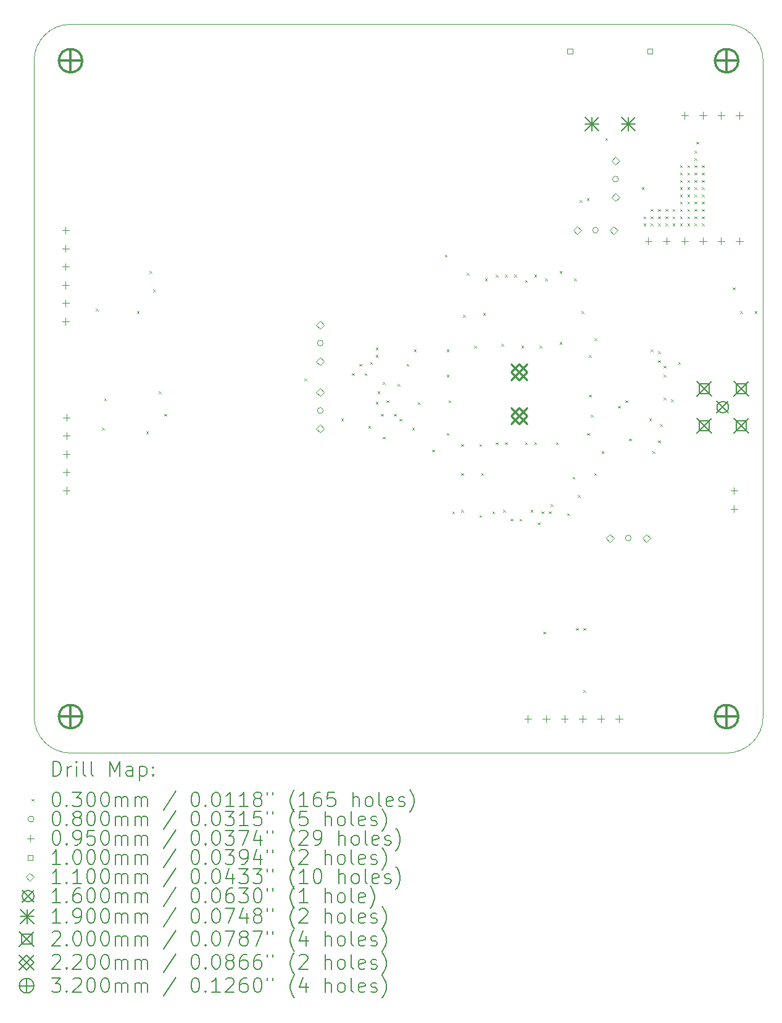
<source format=gbr>
%TF.GenerationSoftware,KiCad,Pcbnew,9.0.0*%
%TF.CreationDate,2025-02-23T16:43:19+09:00*%
%TF.ProjectId,YATA-PCB,59415441-2d50-4434-922e-6b696361645f,rev?*%
%TF.SameCoordinates,Original*%
%TF.FileFunction,Drillmap*%
%TF.FilePolarity,Positive*%
%FSLAX45Y45*%
G04 Gerber Fmt 4.5, Leading zero omitted, Abs format (unit mm)*
G04 Created by KiCad (PCBNEW 9.0.0) date 2025-02-23 16:43:19*
%MOMM*%
%LPD*%
G01*
G04 APERTURE LIST*
%ADD10C,0.050000*%
%ADD11C,0.200000*%
%ADD12C,0.100000*%
%ADD13C,0.110000*%
%ADD14C,0.160000*%
%ADD15C,0.190000*%
%ADD16C,0.220000*%
%ADD17C,0.320000*%
G04 APERTURE END LIST*
D10*
X7500000Y-14500000D02*
X7500000Y-5500000D01*
X7500000Y-5500000D02*
G75*
G02*
X8000000Y-5000000I500000J0D01*
G01*
X17000000Y-15000000D02*
X8000000Y-15000000D01*
X8000000Y-5000000D02*
X17000000Y-5000000D01*
X17000000Y-5000000D02*
G75*
G02*
X17500000Y-5500000I0J-500000D01*
G01*
X8000000Y-15000000D02*
G75*
G02*
X7500000Y-14500000I0J500000D01*
G01*
X17500000Y-14500000D02*
G75*
G02*
X17000000Y-15000000I-500000J0D01*
G01*
X17500000Y-5500000D02*
X17500000Y-14500000D01*
D11*
D12*
X8347311Y-8900000D02*
X8377311Y-8930000D01*
X8377311Y-8900000D02*
X8347311Y-8930000D01*
X8428982Y-10536752D02*
X8458982Y-10566752D01*
X8458982Y-10536752D02*
X8428982Y-10566752D01*
X8460000Y-10135000D02*
X8490000Y-10165000D01*
X8490000Y-10135000D02*
X8460000Y-10165000D01*
X8910000Y-8935000D02*
X8940000Y-8965000D01*
X8940000Y-8935000D02*
X8910000Y-8965000D01*
X9035000Y-10585000D02*
X9065000Y-10615000D01*
X9065000Y-10585000D02*
X9035000Y-10615000D01*
X9085000Y-8385000D02*
X9115000Y-8415000D01*
X9115000Y-8385000D02*
X9085000Y-8415000D01*
X9135089Y-8640000D02*
X9165089Y-8670000D01*
X9165089Y-8640000D02*
X9135089Y-8670000D01*
X9210000Y-10035000D02*
X9240000Y-10065000D01*
X9240000Y-10035000D02*
X9210000Y-10065000D01*
X9285000Y-10347500D02*
X9315000Y-10377500D01*
X9315000Y-10347500D02*
X9285000Y-10377500D01*
X11210000Y-9860000D02*
X11240000Y-9890000D01*
X11240000Y-9860000D02*
X11210000Y-9890000D01*
X11710000Y-10410000D02*
X11740000Y-10440000D01*
X11740000Y-10410000D02*
X11710000Y-10440000D01*
X11860000Y-9785000D02*
X11890000Y-9815000D01*
X11890000Y-9785000D02*
X11860000Y-9815000D01*
X11960000Y-9660000D02*
X11990000Y-9690000D01*
X11990000Y-9660000D02*
X11960000Y-9690000D01*
X12035000Y-9785000D02*
X12065000Y-9815000D01*
X12065000Y-9785000D02*
X12035000Y-9815000D01*
X12085000Y-10510000D02*
X12115000Y-10540000D01*
X12115000Y-10510000D02*
X12085000Y-10540000D01*
X12110000Y-9635000D02*
X12140000Y-9665000D01*
X12140000Y-9635000D02*
X12110000Y-9665000D01*
X12185000Y-9435000D02*
X12215000Y-9465000D01*
X12215000Y-9435000D02*
X12185000Y-9465000D01*
X12185000Y-9535000D02*
X12215000Y-9565000D01*
X12215000Y-9535000D02*
X12185000Y-9565000D01*
X12185775Y-10182205D02*
X12215775Y-10212205D01*
X12215775Y-10182205D02*
X12185775Y-10212205D01*
X12210000Y-10035000D02*
X12240000Y-10065000D01*
X12240000Y-10035000D02*
X12210000Y-10065000D01*
X12260000Y-10347500D02*
X12290000Y-10377500D01*
X12290000Y-10347500D02*
X12260000Y-10377500D01*
X12285000Y-9910000D02*
X12315000Y-9940000D01*
X12315000Y-9910000D02*
X12285000Y-9940000D01*
X12285000Y-10660000D02*
X12315000Y-10690000D01*
X12315000Y-10660000D02*
X12285000Y-10690000D01*
X12335000Y-10160000D02*
X12365000Y-10190000D01*
X12365000Y-10160000D02*
X12335000Y-10190000D01*
X12436000Y-10347577D02*
X12466000Y-10377577D01*
X12466000Y-10347577D02*
X12436000Y-10377577D01*
X12485000Y-9935000D02*
X12515000Y-9965000D01*
X12515000Y-9935000D02*
X12485000Y-9965000D01*
X12510000Y-10415000D02*
X12540000Y-10445000D01*
X12540000Y-10415000D02*
X12510000Y-10445000D01*
X12610000Y-9660000D02*
X12640000Y-9690000D01*
X12640000Y-9660000D02*
X12610000Y-9690000D01*
X12685000Y-10535000D02*
X12715000Y-10565000D01*
X12715000Y-10535000D02*
X12685000Y-10565000D01*
X12710000Y-9460000D02*
X12740000Y-9490000D01*
X12740000Y-9460000D02*
X12710000Y-9490000D01*
X12760000Y-10185000D02*
X12790000Y-10215000D01*
X12790000Y-10185000D02*
X12760000Y-10215000D01*
X12960000Y-10835000D02*
X12990000Y-10865000D01*
X12990000Y-10835000D02*
X12960000Y-10865000D01*
X13135000Y-8160000D02*
X13165000Y-8190000D01*
X13165000Y-8160000D02*
X13135000Y-8190000D01*
X13160000Y-9460000D02*
X13190000Y-9490000D01*
X13190000Y-9460000D02*
X13160000Y-9490000D01*
X13160000Y-9810000D02*
X13190000Y-9840000D01*
X13190000Y-9810000D02*
X13160000Y-9840000D01*
X13160000Y-10610000D02*
X13190000Y-10640000D01*
X13190000Y-10610000D02*
X13160000Y-10640000D01*
X13185000Y-10157500D02*
X13215000Y-10187500D01*
X13215000Y-10157500D02*
X13185000Y-10187500D01*
X13235000Y-11685000D02*
X13265000Y-11715000D01*
X13265000Y-11685000D02*
X13235000Y-11715000D01*
X13360000Y-10760000D02*
X13390000Y-10790000D01*
X13390000Y-10760000D02*
X13360000Y-10790000D01*
X13360000Y-11160000D02*
X13390000Y-11190000D01*
X13390000Y-11160000D02*
X13360000Y-11190000D01*
X13360000Y-11660000D02*
X13390000Y-11690000D01*
X13390000Y-11660000D02*
X13360000Y-11690000D01*
X13385000Y-8985000D02*
X13415000Y-9015000D01*
X13415000Y-8985000D02*
X13385000Y-9015000D01*
X13435000Y-8410000D02*
X13465000Y-8440000D01*
X13465000Y-8410000D02*
X13435000Y-8440000D01*
X13535000Y-9410000D02*
X13565000Y-9440000D01*
X13565000Y-9410000D02*
X13535000Y-9440000D01*
X13610000Y-10760000D02*
X13640000Y-10790000D01*
X13640000Y-10760000D02*
X13610000Y-10790000D01*
X13610000Y-11735000D02*
X13640000Y-11765000D01*
X13640000Y-11735000D02*
X13610000Y-11765000D01*
X13635000Y-11160000D02*
X13665000Y-11190000D01*
X13665000Y-11160000D02*
X13635000Y-11190000D01*
X13660000Y-8960000D02*
X13690000Y-8990000D01*
X13690000Y-8960000D02*
X13660000Y-8990000D01*
X13685000Y-8485000D02*
X13715000Y-8515000D01*
X13715000Y-8485000D02*
X13685000Y-8515000D01*
X13785000Y-11685000D02*
X13815000Y-11715000D01*
X13815000Y-11685000D02*
X13785000Y-11715000D01*
X13835000Y-8435000D02*
X13865000Y-8465000D01*
X13865000Y-8435000D02*
X13835000Y-8465000D01*
X13835000Y-10735000D02*
X13865000Y-10765000D01*
X13865000Y-10735000D02*
X13835000Y-10765000D01*
X13910000Y-9385000D02*
X13940000Y-9415000D01*
X13940000Y-9385000D02*
X13910000Y-9415000D01*
X13935000Y-11660000D02*
X13965000Y-11690000D01*
X13965000Y-11660000D02*
X13935000Y-11690000D01*
X13960000Y-8435000D02*
X13990000Y-8465000D01*
X13990000Y-8435000D02*
X13960000Y-8465000D01*
X13960000Y-10735000D02*
X13990000Y-10765000D01*
X13990000Y-10735000D02*
X13960000Y-10765000D01*
X14035000Y-11785000D02*
X14065000Y-11815000D01*
X14065000Y-11785000D02*
X14035000Y-11815000D01*
X14085000Y-8435000D02*
X14115000Y-8465000D01*
X14115000Y-8435000D02*
X14085000Y-8465000D01*
X14160000Y-11785000D02*
X14190000Y-11815000D01*
X14190000Y-11785000D02*
X14160000Y-11815000D01*
X14185000Y-9410000D02*
X14215000Y-9440000D01*
X14215000Y-9410000D02*
X14185000Y-9440000D01*
X14235000Y-8510000D02*
X14265000Y-8540000D01*
X14265000Y-8510000D02*
X14235000Y-8540000D01*
X14235000Y-10735000D02*
X14265000Y-10765000D01*
X14265000Y-10735000D02*
X14235000Y-10765000D01*
X14310000Y-11660000D02*
X14340000Y-11690000D01*
X14340000Y-11660000D02*
X14310000Y-11690000D01*
X14360000Y-8435000D02*
X14390000Y-8465000D01*
X14390000Y-8435000D02*
X14360000Y-8465000D01*
X14360000Y-10735000D02*
X14390000Y-10765000D01*
X14390000Y-10735000D02*
X14360000Y-10765000D01*
X14410000Y-11835000D02*
X14440000Y-11865000D01*
X14440000Y-11835000D02*
X14410000Y-11865000D01*
X14435000Y-9410000D02*
X14465000Y-9440000D01*
X14465000Y-9410000D02*
X14435000Y-9440000D01*
X14460000Y-11685000D02*
X14490000Y-11715000D01*
X14490000Y-11685000D02*
X14460000Y-11715000D01*
X14485000Y-13335000D02*
X14515000Y-13365000D01*
X14515000Y-13335000D02*
X14485000Y-13365000D01*
X14510000Y-8485000D02*
X14540000Y-8515000D01*
X14540000Y-8485000D02*
X14510000Y-8515000D01*
X14560000Y-11685000D02*
X14590000Y-11715000D01*
X14590000Y-11685000D02*
X14560000Y-11715000D01*
X14585000Y-11585000D02*
X14615000Y-11615000D01*
X14615000Y-11585000D02*
X14585000Y-11615000D01*
X14660000Y-10735000D02*
X14690000Y-10765000D01*
X14690000Y-10735000D02*
X14660000Y-10765000D01*
X14710000Y-8385000D02*
X14740000Y-8415000D01*
X14740000Y-8385000D02*
X14710000Y-8415000D01*
X14710000Y-9360000D02*
X14740000Y-9390000D01*
X14740000Y-9360000D02*
X14710000Y-9390000D01*
X14810000Y-11710000D02*
X14840000Y-11740000D01*
X14840000Y-11710000D02*
X14810000Y-11740000D01*
X14885000Y-11210000D02*
X14915000Y-11240000D01*
X14915000Y-11210000D02*
X14885000Y-11240000D01*
X14910000Y-8485000D02*
X14940000Y-8515000D01*
X14940000Y-8485000D02*
X14910000Y-8515000D01*
X14935000Y-13285000D02*
X14965000Y-13315000D01*
X14965000Y-13285000D02*
X14935000Y-13315000D01*
X14960000Y-11460000D02*
X14990000Y-11490000D01*
X14990000Y-11460000D02*
X14960000Y-11490000D01*
X14985000Y-7410000D02*
X15015000Y-7440000D01*
X15015000Y-7410000D02*
X14985000Y-7440000D01*
X15010000Y-8935000D02*
X15040000Y-8965000D01*
X15040000Y-8935000D02*
X15010000Y-8965000D01*
X15035000Y-13285000D02*
X15065000Y-13315000D01*
X15065000Y-13285000D02*
X15035000Y-13315000D01*
X15035000Y-14135000D02*
X15065000Y-14165000D01*
X15065000Y-14135000D02*
X15035000Y-14165000D01*
X15081875Y-7388125D02*
X15111875Y-7418125D01*
X15111875Y-7388125D02*
X15081875Y-7418125D01*
X15085000Y-10610000D02*
X15115000Y-10640000D01*
X15115000Y-10610000D02*
X15085000Y-10640000D01*
X15110000Y-9535000D02*
X15140000Y-9565000D01*
X15140000Y-9535000D02*
X15110000Y-9565000D01*
X15110000Y-10085000D02*
X15140000Y-10115000D01*
X15140000Y-10085000D02*
X15110000Y-10115000D01*
X15135000Y-10360000D02*
X15165000Y-10390000D01*
X15165000Y-10360000D02*
X15135000Y-10390000D01*
X15185000Y-11160000D02*
X15215000Y-11190000D01*
X15215000Y-11160000D02*
X15185000Y-11190000D01*
X15188750Y-9306250D02*
X15218750Y-9336250D01*
X15218750Y-9306250D02*
X15188750Y-9336250D01*
X15285000Y-10860000D02*
X15315000Y-10890000D01*
X15315000Y-10860000D02*
X15285000Y-10890000D01*
X15335000Y-6560000D02*
X15365000Y-6590000D01*
X15365000Y-6560000D02*
X15335000Y-6590000D01*
X15510000Y-10235000D02*
X15540000Y-10265000D01*
X15540000Y-10235000D02*
X15510000Y-10265000D01*
X15610000Y-10160000D02*
X15640000Y-10190000D01*
X15640000Y-10160000D02*
X15610000Y-10190000D01*
X15660000Y-10685000D02*
X15690000Y-10715000D01*
X15690000Y-10685000D02*
X15660000Y-10715000D01*
X15835000Y-7235000D02*
X15865000Y-7265000D01*
X15865000Y-7235000D02*
X15835000Y-7265000D01*
X15860000Y-7635000D02*
X15890000Y-7665000D01*
X15890000Y-7635000D02*
X15860000Y-7665000D01*
X15860000Y-7735000D02*
X15890000Y-7765000D01*
X15890000Y-7735000D02*
X15860000Y-7765000D01*
X15935000Y-10410000D02*
X15965000Y-10440000D01*
X15965000Y-10410000D02*
X15935000Y-10440000D01*
X15960000Y-7535000D02*
X15990000Y-7565000D01*
X15990000Y-7535000D02*
X15960000Y-7565000D01*
X15960000Y-7635000D02*
X15990000Y-7665000D01*
X15990000Y-7635000D02*
X15960000Y-7665000D01*
X15960000Y-7735000D02*
X15990000Y-7765000D01*
X15990000Y-7735000D02*
X15960000Y-7765000D01*
X15960000Y-9460000D02*
X15990000Y-9490000D01*
X15990000Y-9460000D02*
X15960000Y-9490000D01*
X15985000Y-10860000D02*
X16015000Y-10890000D01*
X16015000Y-10860000D02*
X15985000Y-10890000D01*
X16060000Y-7535000D02*
X16090000Y-7565000D01*
X16090000Y-7535000D02*
X16060000Y-7565000D01*
X16060000Y-7635000D02*
X16090000Y-7665000D01*
X16090000Y-7635000D02*
X16060000Y-7665000D01*
X16060000Y-7735000D02*
X16090000Y-7765000D01*
X16090000Y-7735000D02*
X16060000Y-7765000D01*
X16060000Y-9485000D02*
X16090000Y-9515000D01*
X16090000Y-9485000D02*
X16060000Y-9515000D01*
X16060000Y-9610000D02*
X16090000Y-9640000D01*
X16090000Y-9610000D02*
X16060000Y-9640000D01*
X16060000Y-10710000D02*
X16090000Y-10740000D01*
X16090000Y-10710000D02*
X16060000Y-10740000D01*
X16085000Y-10485000D02*
X16115000Y-10515000D01*
X16115000Y-10485000D02*
X16085000Y-10515000D01*
X16135000Y-9685000D02*
X16165000Y-9715000D01*
X16165000Y-9685000D02*
X16135000Y-9715000D01*
X16135000Y-9810000D02*
X16165000Y-9840000D01*
X16165000Y-9810000D02*
X16135000Y-9840000D01*
X16135000Y-10122500D02*
X16165000Y-10152500D01*
X16165000Y-10122500D02*
X16135000Y-10152500D01*
X16160000Y-7535000D02*
X16190000Y-7565000D01*
X16190000Y-7535000D02*
X16160000Y-7565000D01*
X16160000Y-7635000D02*
X16190000Y-7665000D01*
X16190000Y-7635000D02*
X16160000Y-7665000D01*
X16160000Y-7735000D02*
X16190000Y-7765000D01*
X16190000Y-7735000D02*
X16160000Y-7765000D01*
X16235000Y-10147500D02*
X16265000Y-10177500D01*
X16265000Y-10147500D02*
X16235000Y-10177500D01*
X16260000Y-7535000D02*
X16290000Y-7565000D01*
X16290000Y-7535000D02*
X16260000Y-7565000D01*
X16260000Y-7635000D02*
X16290000Y-7665000D01*
X16290000Y-7635000D02*
X16260000Y-7665000D01*
X16260000Y-7735000D02*
X16290000Y-7765000D01*
X16290000Y-7735000D02*
X16260000Y-7765000D01*
X16335000Y-9635000D02*
X16365000Y-9665000D01*
X16365000Y-9635000D02*
X16335000Y-9665000D01*
X16360000Y-6935000D02*
X16390000Y-6965000D01*
X16390000Y-6935000D02*
X16360000Y-6965000D01*
X16360000Y-7035000D02*
X16390000Y-7065000D01*
X16390000Y-7035000D02*
X16360000Y-7065000D01*
X16360000Y-7135000D02*
X16390000Y-7165000D01*
X16390000Y-7135000D02*
X16360000Y-7165000D01*
X16360000Y-7235000D02*
X16390000Y-7265000D01*
X16390000Y-7235000D02*
X16360000Y-7265000D01*
X16360000Y-7335000D02*
X16390000Y-7365000D01*
X16390000Y-7335000D02*
X16360000Y-7365000D01*
X16360000Y-7435000D02*
X16390000Y-7465000D01*
X16390000Y-7435000D02*
X16360000Y-7465000D01*
X16360000Y-7535000D02*
X16390000Y-7565000D01*
X16390000Y-7535000D02*
X16360000Y-7565000D01*
X16360000Y-7635000D02*
X16390000Y-7665000D01*
X16390000Y-7635000D02*
X16360000Y-7665000D01*
X16360000Y-7735000D02*
X16390000Y-7765000D01*
X16390000Y-7735000D02*
X16360000Y-7765000D01*
X16460000Y-6935000D02*
X16490000Y-6965000D01*
X16490000Y-6935000D02*
X16460000Y-6965000D01*
X16460000Y-7035000D02*
X16490000Y-7065000D01*
X16490000Y-7035000D02*
X16460000Y-7065000D01*
X16460000Y-7135000D02*
X16490000Y-7165000D01*
X16490000Y-7135000D02*
X16460000Y-7165000D01*
X16460000Y-7235000D02*
X16490000Y-7265000D01*
X16490000Y-7235000D02*
X16460000Y-7265000D01*
X16460000Y-7335000D02*
X16490000Y-7365000D01*
X16490000Y-7335000D02*
X16460000Y-7365000D01*
X16460000Y-7435000D02*
X16490000Y-7465000D01*
X16490000Y-7435000D02*
X16460000Y-7465000D01*
X16460000Y-7535000D02*
X16490000Y-7565000D01*
X16490000Y-7535000D02*
X16460000Y-7565000D01*
X16460000Y-7635000D02*
X16490000Y-7665000D01*
X16490000Y-7635000D02*
X16460000Y-7665000D01*
X16460000Y-7735000D02*
X16490000Y-7765000D01*
X16490000Y-7735000D02*
X16460000Y-7765000D01*
X16560000Y-6735000D02*
X16590000Y-6765000D01*
X16590000Y-6735000D02*
X16560000Y-6765000D01*
X16560000Y-6835000D02*
X16590000Y-6865000D01*
X16590000Y-6835000D02*
X16560000Y-6865000D01*
X16560000Y-6935000D02*
X16590000Y-6965000D01*
X16590000Y-6935000D02*
X16560000Y-6965000D01*
X16560000Y-7035000D02*
X16590000Y-7065000D01*
X16590000Y-7035000D02*
X16560000Y-7065000D01*
X16560000Y-7135000D02*
X16590000Y-7165000D01*
X16590000Y-7135000D02*
X16560000Y-7165000D01*
X16560000Y-7235000D02*
X16590000Y-7265000D01*
X16590000Y-7235000D02*
X16560000Y-7265000D01*
X16560000Y-7335000D02*
X16590000Y-7365000D01*
X16590000Y-7335000D02*
X16560000Y-7365000D01*
X16560000Y-7435000D02*
X16590000Y-7465000D01*
X16590000Y-7435000D02*
X16560000Y-7465000D01*
X16560000Y-7535000D02*
X16590000Y-7565000D01*
X16590000Y-7535000D02*
X16560000Y-7565000D01*
X16560000Y-7635000D02*
X16590000Y-7665000D01*
X16590000Y-7635000D02*
X16560000Y-7665000D01*
X16560000Y-7735000D02*
X16590000Y-7765000D01*
X16590000Y-7735000D02*
X16560000Y-7765000D01*
X16585000Y-6610000D02*
X16615000Y-6640000D01*
X16615000Y-6610000D02*
X16585000Y-6640000D01*
X16660000Y-6935000D02*
X16690000Y-6965000D01*
X16690000Y-6935000D02*
X16660000Y-6965000D01*
X16660000Y-7035000D02*
X16690000Y-7065000D01*
X16690000Y-7035000D02*
X16660000Y-7065000D01*
X16660000Y-7135000D02*
X16690000Y-7165000D01*
X16690000Y-7135000D02*
X16660000Y-7165000D01*
X16660000Y-7235000D02*
X16690000Y-7265000D01*
X16690000Y-7235000D02*
X16660000Y-7265000D01*
X16660000Y-7335000D02*
X16690000Y-7365000D01*
X16690000Y-7335000D02*
X16660000Y-7365000D01*
X16660000Y-7435000D02*
X16690000Y-7465000D01*
X16690000Y-7435000D02*
X16660000Y-7465000D01*
X16660000Y-7535000D02*
X16690000Y-7565000D01*
X16690000Y-7535000D02*
X16660000Y-7565000D01*
X16660000Y-7635000D02*
X16690000Y-7665000D01*
X16690000Y-7635000D02*
X16660000Y-7665000D01*
X16660000Y-7735000D02*
X16690000Y-7765000D01*
X16690000Y-7735000D02*
X16660000Y-7765000D01*
X17085000Y-8610000D02*
X17115000Y-8640000D01*
X17115000Y-8610000D02*
X17085000Y-8640000D01*
X17185000Y-8935000D02*
X17215000Y-8965000D01*
X17215000Y-8935000D02*
X17185000Y-8965000D01*
X17385000Y-8935000D02*
X17415000Y-8965000D01*
X17415000Y-8935000D02*
X17385000Y-8965000D01*
X11465000Y-9375000D02*
G75*
G02*
X11385000Y-9375000I-40000J0D01*
G01*
X11385000Y-9375000D02*
G75*
G02*
X11465000Y-9375000I40000J0D01*
G01*
X11465000Y-10300000D02*
G75*
G02*
X11385000Y-10300000I-40000J0D01*
G01*
X11385000Y-10300000D02*
G75*
G02*
X11465000Y-10300000I40000J0D01*
G01*
X15240000Y-7825000D02*
G75*
G02*
X15160000Y-7825000I-40000J0D01*
G01*
X15160000Y-7825000D02*
G75*
G02*
X15240000Y-7825000I40000J0D01*
G01*
X15515000Y-7125000D02*
G75*
G02*
X15435000Y-7125000I-40000J0D01*
G01*
X15435000Y-7125000D02*
G75*
G02*
X15515000Y-7125000I40000J0D01*
G01*
X15690000Y-12050000D02*
G75*
G02*
X15610000Y-12050000I-40000J0D01*
G01*
X15610000Y-12050000D02*
G75*
G02*
X15690000Y-12050000I40000J0D01*
G01*
X7931200Y-7780000D02*
X7931200Y-7875000D01*
X7883700Y-7827500D02*
X7978700Y-7827500D01*
X7931200Y-8030000D02*
X7931200Y-8125000D01*
X7883700Y-8077500D02*
X7978700Y-8077500D01*
X7931200Y-8280000D02*
X7931200Y-8375000D01*
X7883700Y-8327500D02*
X7978700Y-8327500D01*
X7931200Y-8530000D02*
X7931200Y-8625000D01*
X7883700Y-8577500D02*
X7978700Y-8577500D01*
X7931200Y-8780000D02*
X7931200Y-8875000D01*
X7883700Y-8827500D02*
X7978700Y-8827500D01*
X7931200Y-9030000D02*
X7931200Y-9125000D01*
X7883700Y-9077500D02*
X7978700Y-9077500D01*
X7943800Y-10350000D02*
X7943800Y-10445000D01*
X7896300Y-10397500D02*
X7991300Y-10397500D01*
X7943800Y-10600000D02*
X7943800Y-10695000D01*
X7896300Y-10647500D02*
X7991300Y-10647500D01*
X7943800Y-10850000D02*
X7943800Y-10945000D01*
X7896300Y-10897500D02*
X7991300Y-10897500D01*
X7943800Y-11100000D02*
X7943800Y-11195000D01*
X7896300Y-11147500D02*
X7991300Y-11147500D01*
X7943800Y-11350000D02*
X7943800Y-11445000D01*
X7896300Y-11397500D02*
X7991300Y-11397500D01*
X14275000Y-14483700D02*
X14275000Y-14578700D01*
X14227500Y-14531200D02*
X14322500Y-14531200D01*
X14525000Y-14483700D02*
X14525000Y-14578700D01*
X14477500Y-14531200D02*
X14572500Y-14531200D01*
X14775000Y-14483700D02*
X14775000Y-14578700D01*
X14727500Y-14531200D02*
X14822500Y-14531200D01*
X15025000Y-14483700D02*
X15025000Y-14578700D01*
X14977500Y-14531200D02*
X15072500Y-14531200D01*
X15275000Y-14483700D02*
X15275000Y-14578700D01*
X15227500Y-14531200D02*
X15322500Y-14531200D01*
X15525000Y-14483700D02*
X15525000Y-14578700D01*
X15477500Y-14531200D02*
X15572500Y-14531200D01*
X15925000Y-7927500D02*
X15925000Y-8022500D01*
X15877500Y-7975000D02*
X15972500Y-7975000D01*
X16175000Y-7927500D02*
X16175000Y-8022500D01*
X16127500Y-7975000D02*
X16222500Y-7975000D01*
X16425000Y-6202500D02*
X16425000Y-6297500D01*
X16377500Y-6250000D02*
X16472500Y-6250000D01*
X16425000Y-7927500D02*
X16425000Y-8022500D01*
X16377500Y-7975000D02*
X16472500Y-7975000D01*
X16675000Y-6202500D02*
X16675000Y-6297500D01*
X16627500Y-6250000D02*
X16722500Y-6250000D01*
X16675000Y-7927500D02*
X16675000Y-8022500D01*
X16627500Y-7975000D02*
X16722500Y-7975000D01*
X16925000Y-6202500D02*
X16925000Y-6297500D01*
X16877500Y-6250000D02*
X16972500Y-6250000D01*
X16925000Y-7927500D02*
X16925000Y-8022500D01*
X16877500Y-7975000D02*
X16972500Y-7975000D01*
X17100000Y-11352500D02*
X17100000Y-11447500D01*
X17052500Y-11400000D02*
X17147500Y-11400000D01*
X17100000Y-11602500D02*
X17100000Y-11697500D01*
X17052500Y-11650000D02*
X17147500Y-11650000D01*
X17175000Y-6202500D02*
X17175000Y-6297500D01*
X17127500Y-6250000D02*
X17222500Y-6250000D01*
X17175000Y-7927500D02*
X17175000Y-8022500D01*
X17127500Y-7975000D02*
X17222500Y-7975000D01*
X14885356Y-5402856D02*
X14885356Y-5332144D01*
X14814644Y-5332144D01*
X14814644Y-5402856D01*
X14885356Y-5402856D01*
X15985356Y-5402856D02*
X15985356Y-5332144D01*
X15914644Y-5332144D01*
X15914644Y-5402856D01*
X15985356Y-5402856D01*
D13*
X11425000Y-9180000D02*
X11480000Y-9125000D01*
X11425000Y-9070000D01*
X11370000Y-9125000D01*
X11425000Y-9180000D01*
X11425000Y-9680000D02*
X11480000Y-9625000D01*
X11425000Y-9570000D01*
X11370000Y-9625000D01*
X11425000Y-9680000D01*
X11425000Y-10105000D02*
X11480000Y-10050000D01*
X11425000Y-9995000D01*
X11370000Y-10050000D01*
X11425000Y-10105000D01*
X11425000Y-10605000D02*
X11480000Y-10550000D01*
X11425000Y-10495000D01*
X11370000Y-10550000D01*
X11425000Y-10605000D01*
X14950000Y-7880000D02*
X15005000Y-7825000D01*
X14950000Y-7770000D01*
X14895000Y-7825000D01*
X14950000Y-7880000D01*
X15400000Y-12105000D02*
X15455000Y-12050000D01*
X15400000Y-11995000D01*
X15345000Y-12050000D01*
X15400000Y-12105000D01*
X15450000Y-7880000D02*
X15505000Y-7825000D01*
X15450000Y-7770000D01*
X15395000Y-7825000D01*
X15450000Y-7880000D01*
X15475000Y-6930000D02*
X15530000Y-6875000D01*
X15475000Y-6820000D01*
X15420000Y-6875000D01*
X15475000Y-6930000D01*
X15475000Y-7430000D02*
X15530000Y-7375000D01*
X15475000Y-7320000D01*
X15420000Y-7375000D01*
X15475000Y-7430000D01*
X15900000Y-12105000D02*
X15955000Y-12050000D01*
X15900000Y-11995000D01*
X15845000Y-12050000D01*
X15900000Y-12105000D01*
D14*
X16866000Y-10174000D02*
X17026000Y-10334000D01*
X17026000Y-10174000D02*
X16866000Y-10334000D01*
X17026000Y-10254000D02*
G75*
G02*
X16866000Y-10254000I-80000J0D01*
G01*
X16866000Y-10254000D02*
G75*
G02*
X17026000Y-10254000I80000J0D01*
G01*
D15*
X15055000Y-6272500D02*
X15245000Y-6462500D01*
X15245000Y-6272500D02*
X15055000Y-6462500D01*
X15150000Y-6272500D02*
X15150000Y-6462500D01*
X15055000Y-6367500D02*
X15245000Y-6367500D01*
X15555000Y-6272500D02*
X15745000Y-6462500D01*
X15745000Y-6272500D02*
X15555000Y-6462500D01*
X15650000Y-6272500D02*
X15650000Y-6462500D01*
X15555000Y-6367500D02*
X15745000Y-6367500D01*
D11*
X16592000Y-9900000D02*
X16792000Y-10100000D01*
X16792000Y-9900000D02*
X16592000Y-10100000D01*
X16762711Y-10070711D02*
X16762711Y-9929289D01*
X16621289Y-9929289D01*
X16621289Y-10070711D01*
X16762711Y-10070711D01*
X16592000Y-10408000D02*
X16792000Y-10608000D01*
X16792000Y-10408000D02*
X16592000Y-10608000D01*
X16762711Y-10578711D02*
X16762711Y-10437289D01*
X16621289Y-10437289D01*
X16621289Y-10578711D01*
X16762711Y-10578711D01*
X17100000Y-9900000D02*
X17300000Y-10100000D01*
X17300000Y-9900000D02*
X17100000Y-10100000D01*
X17270711Y-10070711D02*
X17270711Y-9929289D01*
X17129289Y-9929289D01*
X17129289Y-10070711D01*
X17270711Y-10070711D01*
X17100000Y-10408000D02*
X17300000Y-10608000D01*
X17300000Y-10408000D02*
X17100000Y-10608000D01*
X17270711Y-10578711D02*
X17270711Y-10437289D01*
X17129289Y-10437289D01*
X17129289Y-10578711D01*
X17270711Y-10578711D01*
D16*
X14040000Y-9665000D02*
X14260000Y-9885000D01*
X14260000Y-9665000D02*
X14040000Y-9885000D01*
X14150000Y-9885000D02*
X14260000Y-9775000D01*
X14150000Y-9665000D01*
X14040000Y-9775000D01*
X14150000Y-9885000D01*
X14040000Y-10265000D02*
X14260000Y-10485000D01*
X14260000Y-10265000D02*
X14040000Y-10485000D01*
X14150000Y-10485000D02*
X14260000Y-10375000D01*
X14150000Y-10265000D01*
X14040000Y-10375000D01*
X14150000Y-10485000D01*
D17*
X8000000Y-5340000D02*
X8000000Y-5660000D01*
X7840000Y-5500000D02*
X8160000Y-5500000D01*
X8160000Y-5500000D02*
G75*
G02*
X7840000Y-5500000I-160000J0D01*
G01*
X7840000Y-5500000D02*
G75*
G02*
X8160000Y-5500000I160000J0D01*
G01*
X8000000Y-14340000D02*
X8000000Y-14660000D01*
X7840000Y-14500000D02*
X8160000Y-14500000D01*
X8160000Y-14500000D02*
G75*
G02*
X7840000Y-14500000I-160000J0D01*
G01*
X7840000Y-14500000D02*
G75*
G02*
X8160000Y-14500000I160000J0D01*
G01*
X17000000Y-5340000D02*
X17000000Y-5660000D01*
X16840000Y-5500000D02*
X17160000Y-5500000D01*
X17160000Y-5500000D02*
G75*
G02*
X16840000Y-5500000I-160000J0D01*
G01*
X16840000Y-5500000D02*
G75*
G02*
X17160000Y-5500000I160000J0D01*
G01*
X17000000Y-14340000D02*
X17000000Y-14660000D01*
X16840000Y-14500000D02*
X17160000Y-14500000D01*
X17160000Y-14500000D02*
G75*
G02*
X16840000Y-14500000I-160000J0D01*
G01*
X16840000Y-14500000D02*
G75*
G02*
X17160000Y-14500000I160000J0D01*
G01*
D11*
X7758277Y-15313984D02*
X7758277Y-15113984D01*
X7758277Y-15113984D02*
X7805896Y-15113984D01*
X7805896Y-15113984D02*
X7834467Y-15123508D01*
X7834467Y-15123508D02*
X7853515Y-15142555D01*
X7853515Y-15142555D02*
X7863039Y-15161603D01*
X7863039Y-15161603D02*
X7872562Y-15199698D01*
X7872562Y-15199698D02*
X7872562Y-15228269D01*
X7872562Y-15228269D02*
X7863039Y-15266365D01*
X7863039Y-15266365D02*
X7853515Y-15285412D01*
X7853515Y-15285412D02*
X7834467Y-15304460D01*
X7834467Y-15304460D02*
X7805896Y-15313984D01*
X7805896Y-15313984D02*
X7758277Y-15313984D01*
X7958277Y-15313984D02*
X7958277Y-15180650D01*
X7958277Y-15218746D02*
X7967801Y-15199698D01*
X7967801Y-15199698D02*
X7977324Y-15190174D01*
X7977324Y-15190174D02*
X7996372Y-15180650D01*
X7996372Y-15180650D02*
X8015420Y-15180650D01*
X8082086Y-15313984D02*
X8082086Y-15180650D01*
X8082086Y-15113984D02*
X8072562Y-15123508D01*
X8072562Y-15123508D02*
X8082086Y-15133031D01*
X8082086Y-15133031D02*
X8091610Y-15123508D01*
X8091610Y-15123508D02*
X8082086Y-15113984D01*
X8082086Y-15113984D02*
X8082086Y-15133031D01*
X8205896Y-15313984D02*
X8186848Y-15304460D01*
X8186848Y-15304460D02*
X8177324Y-15285412D01*
X8177324Y-15285412D02*
X8177324Y-15113984D01*
X8310658Y-15313984D02*
X8291610Y-15304460D01*
X8291610Y-15304460D02*
X8282086Y-15285412D01*
X8282086Y-15285412D02*
X8282086Y-15113984D01*
X8539229Y-15313984D02*
X8539229Y-15113984D01*
X8539229Y-15113984D02*
X8605896Y-15256841D01*
X8605896Y-15256841D02*
X8672563Y-15113984D01*
X8672563Y-15113984D02*
X8672563Y-15313984D01*
X8853515Y-15313984D02*
X8853515Y-15209222D01*
X8853515Y-15209222D02*
X8843991Y-15190174D01*
X8843991Y-15190174D02*
X8824944Y-15180650D01*
X8824944Y-15180650D02*
X8786848Y-15180650D01*
X8786848Y-15180650D02*
X8767801Y-15190174D01*
X8853515Y-15304460D02*
X8834467Y-15313984D01*
X8834467Y-15313984D02*
X8786848Y-15313984D01*
X8786848Y-15313984D02*
X8767801Y-15304460D01*
X8767801Y-15304460D02*
X8758277Y-15285412D01*
X8758277Y-15285412D02*
X8758277Y-15266365D01*
X8758277Y-15266365D02*
X8767801Y-15247317D01*
X8767801Y-15247317D02*
X8786848Y-15237793D01*
X8786848Y-15237793D02*
X8834467Y-15237793D01*
X8834467Y-15237793D02*
X8853515Y-15228269D01*
X8948753Y-15180650D02*
X8948753Y-15380650D01*
X8948753Y-15190174D02*
X8967801Y-15180650D01*
X8967801Y-15180650D02*
X9005896Y-15180650D01*
X9005896Y-15180650D02*
X9024944Y-15190174D01*
X9024944Y-15190174D02*
X9034467Y-15199698D01*
X9034467Y-15199698D02*
X9043991Y-15218746D01*
X9043991Y-15218746D02*
X9043991Y-15275888D01*
X9043991Y-15275888D02*
X9034467Y-15294936D01*
X9034467Y-15294936D02*
X9024944Y-15304460D01*
X9024944Y-15304460D02*
X9005896Y-15313984D01*
X9005896Y-15313984D02*
X8967801Y-15313984D01*
X8967801Y-15313984D02*
X8948753Y-15304460D01*
X9129705Y-15294936D02*
X9139229Y-15304460D01*
X9139229Y-15304460D02*
X9129705Y-15313984D01*
X9129705Y-15313984D02*
X9120182Y-15304460D01*
X9120182Y-15304460D02*
X9129705Y-15294936D01*
X9129705Y-15294936D02*
X9129705Y-15313984D01*
X9129705Y-15190174D02*
X9139229Y-15199698D01*
X9139229Y-15199698D02*
X9129705Y-15209222D01*
X9129705Y-15209222D02*
X9120182Y-15199698D01*
X9120182Y-15199698D02*
X9129705Y-15190174D01*
X9129705Y-15190174D02*
X9129705Y-15209222D01*
D12*
X7467500Y-15627500D02*
X7497500Y-15657500D01*
X7497500Y-15627500D02*
X7467500Y-15657500D01*
D11*
X7796372Y-15533984D02*
X7815420Y-15533984D01*
X7815420Y-15533984D02*
X7834467Y-15543508D01*
X7834467Y-15543508D02*
X7843991Y-15553031D01*
X7843991Y-15553031D02*
X7853515Y-15572079D01*
X7853515Y-15572079D02*
X7863039Y-15610174D01*
X7863039Y-15610174D02*
X7863039Y-15657793D01*
X7863039Y-15657793D02*
X7853515Y-15695888D01*
X7853515Y-15695888D02*
X7843991Y-15714936D01*
X7843991Y-15714936D02*
X7834467Y-15724460D01*
X7834467Y-15724460D02*
X7815420Y-15733984D01*
X7815420Y-15733984D02*
X7796372Y-15733984D01*
X7796372Y-15733984D02*
X7777324Y-15724460D01*
X7777324Y-15724460D02*
X7767801Y-15714936D01*
X7767801Y-15714936D02*
X7758277Y-15695888D01*
X7758277Y-15695888D02*
X7748753Y-15657793D01*
X7748753Y-15657793D02*
X7748753Y-15610174D01*
X7748753Y-15610174D02*
X7758277Y-15572079D01*
X7758277Y-15572079D02*
X7767801Y-15553031D01*
X7767801Y-15553031D02*
X7777324Y-15543508D01*
X7777324Y-15543508D02*
X7796372Y-15533984D01*
X7948753Y-15714936D02*
X7958277Y-15724460D01*
X7958277Y-15724460D02*
X7948753Y-15733984D01*
X7948753Y-15733984D02*
X7939229Y-15724460D01*
X7939229Y-15724460D02*
X7948753Y-15714936D01*
X7948753Y-15714936D02*
X7948753Y-15733984D01*
X8024943Y-15533984D02*
X8148753Y-15533984D01*
X8148753Y-15533984D02*
X8082086Y-15610174D01*
X8082086Y-15610174D02*
X8110658Y-15610174D01*
X8110658Y-15610174D02*
X8129705Y-15619698D01*
X8129705Y-15619698D02*
X8139229Y-15629222D01*
X8139229Y-15629222D02*
X8148753Y-15648269D01*
X8148753Y-15648269D02*
X8148753Y-15695888D01*
X8148753Y-15695888D02*
X8139229Y-15714936D01*
X8139229Y-15714936D02*
X8129705Y-15724460D01*
X8129705Y-15724460D02*
X8110658Y-15733984D01*
X8110658Y-15733984D02*
X8053515Y-15733984D01*
X8053515Y-15733984D02*
X8034467Y-15724460D01*
X8034467Y-15724460D02*
X8024943Y-15714936D01*
X8272562Y-15533984D02*
X8291610Y-15533984D01*
X8291610Y-15533984D02*
X8310658Y-15543508D01*
X8310658Y-15543508D02*
X8320182Y-15553031D01*
X8320182Y-15553031D02*
X8329705Y-15572079D01*
X8329705Y-15572079D02*
X8339229Y-15610174D01*
X8339229Y-15610174D02*
X8339229Y-15657793D01*
X8339229Y-15657793D02*
X8329705Y-15695888D01*
X8329705Y-15695888D02*
X8320182Y-15714936D01*
X8320182Y-15714936D02*
X8310658Y-15724460D01*
X8310658Y-15724460D02*
X8291610Y-15733984D01*
X8291610Y-15733984D02*
X8272562Y-15733984D01*
X8272562Y-15733984D02*
X8253515Y-15724460D01*
X8253515Y-15724460D02*
X8243991Y-15714936D01*
X8243991Y-15714936D02*
X8234467Y-15695888D01*
X8234467Y-15695888D02*
X8224943Y-15657793D01*
X8224943Y-15657793D02*
X8224943Y-15610174D01*
X8224943Y-15610174D02*
X8234467Y-15572079D01*
X8234467Y-15572079D02*
X8243991Y-15553031D01*
X8243991Y-15553031D02*
X8253515Y-15543508D01*
X8253515Y-15543508D02*
X8272562Y-15533984D01*
X8463039Y-15533984D02*
X8482086Y-15533984D01*
X8482086Y-15533984D02*
X8501134Y-15543508D01*
X8501134Y-15543508D02*
X8510658Y-15553031D01*
X8510658Y-15553031D02*
X8520182Y-15572079D01*
X8520182Y-15572079D02*
X8529705Y-15610174D01*
X8529705Y-15610174D02*
X8529705Y-15657793D01*
X8529705Y-15657793D02*
X8520182Y-15695888D01*
X8520182Y-15695888D02*
X8510658Y-15714936D01*
X8510658Y-15714936D02*
X8501134Y-15724460D01*
X8501134Y-15724460D02*
X8482086Y-15733984D01*
X8482086Y-15733984D02*
X8463039Y-15733984D01*
X8463039Y-15733984D02*
X8443991Y-15724460D01*
X8443991Y-15724460D02*
X8434467Y-15714936D01*
X8434467Y-15714936D02*
X8424944Y-15695888D01*
X8424944Y-15695888D02*
X8415420Y-15657793D01*
X8415420Y-15657793D02*
X8415420Y-15610174D01*
X8415420Y-15610174D02*
X8424944Y-15572079D01*
X8424944Y-15572079D02*
X8434467Y-15553031D01*
X8434467Y-15553031D02*
X8443991Y-15543508D01*
X8443991Y-15543508D02*
X8463039Y-15533984D01*
X8615420Y-15733984D02*
X8615420Y-15600650D01*
X8615420Y-15619698D02*
X8624944Y-15610174D01*
X8624944Y-15610174D02*
X8643991Y-15600650D01*
X8643991Y-15600650D02*
X8672563Y-15600650D01*
X8672563Y-15600650D02*
X8691610Y-15610174D01*
X8691610Y-15610174D02*
X8701134Y-15629222D01*
X8701134Y-15629222D02*
X8701134Y-15733984D01*
X8701134Y-15629222D02*
X8710658Y-15610174D01*
X8710658Y-15610174D02*
X8729705Y-15600650D01*
X8729705Y-15600650D02*
X8758277Y-15600650D01*
X8758277Y-15600650D02*
X8777325Y-15610174D01*
X8777325Y-15610174D02*
X8786848Y-15629222D01*
X8786848Y-15629222D02*
X8786848Y-15733984D01*
X8882086Y-15733984D02*
X8882086Y-15600650D01*
X8882086Y-15619698D02*
X8891610Y-15610174D01*
X8891610Y-15610174D02*
X8910658Y-15600650D01*
X8910658Y-15600650D02*
X8939229Y-15600650D01*
X8939229Y-15600650D02*
X8958277Y-15610174D01*
X8958277Y-15610174D02*
X8967801Y-15629222D01*
X8967801Y-15629222D02*
X8967801Y-15733984D01*
X8967801Y-15629222D02*
X8977325Y-15610174D01*
X8977325Y-15610174D02*
X8996372Y-15600650D01*
X8996372Y-15600650D02*
X9024944Y-15600650D01*
X9024944Y-15600650D02*
X9043991Y-15610174D01*
X9043991Y-15610174D02*
X9053515Y-15629222D01*
X9053515Y-15629222D02*
X9053515Y-15733984D01*
X9443991Y-15524460D02*
X9272563Y-15781603D01*
X9701134Y-15533984D02*
X9720182Y-15533984D01*
X9720182Y-15533984D02*
X9739229Y-15543508D01*
X9739229Y-15543508D02*
X9748753Y-15553031D01*
X9748753Y-15553031D02*
X9758277Y-15572079D01*
X9758277Y-15572079D02*
X9767801Y-15610174D01*
X9767801Y-15610174D02*
X9767801Y-15657793D01*
X9767801Y-15657793D02*
X9758277Y-15695888D01*
X9758277Y-15695888D02*
X9748753Y-15714936D01*
X9748753Y-15714936D02*
X9739229Y-15724460D01*
X9739229Y-15724460D02*
X9720182Y-15733984D01*
X9720182Y-15733984D02*
X9701134Y-15733984D01*
X9701134Y-15733984D02*
X9682087Y-15724460D01*
X9682087Y-15724460D02*
X9672563Y-15714936D01*
X9672563Y-15714936D02*
X9663039Y-15695888D01*
X9663039Y-15695888D02*
X9653515Y-15657793D01*
X9653515Y-15657793D02*
X9653515Y-15610174D01*
X9653515Y-15610174D02*
X9663039Y-15572079D01*
X9663039Y-15572079D02*
X9672563Y-15553031D01*
X9672563Y-15553031D02*
X9682087Y-15543508D01*
X9682087Y-15543508D02*
X9701134Y-15533984D01*
X9853515Y-15714936D02*
X9863039Y-15724460D01*
X9863039Y-15724460D02*
X9853515Y-15733984D01*
X9853515Y-15733984D02*
X9843991Y-15724460D01*
X9843991Y-15724460D02*
X9853515Y-15714936D01*
X9853515Y-15714936D02*
X9853515Y-15733984D01*
X9986848Y-15533984D02*
X10005896Y-15533984D01*
X10005896Y-15533984D02*
X10024944Y-15543508D01*
X10024944Y-15543508D02*
X10034468Y-15553031D01*
X10034468Y-15553031D02*
X10043991Y-15572079D01*
X10043991Y-15572079D02*
X10053515Y-15610174D01*
X10053515Y-15610174D02*
X10053515Y-15657793D01*
X10053515Y-15657793D02*
X10043991Y-15695888D01*
X10043991Y-15695888D02*
X10034468Y-15714936D01*
X10034468Y-15714936D02*
X10024944Y-15724460D01*
X10024944Y-15724460D02*
X10005896Y-15733984D01*
X10005896Y-15733984D02*
X9986848Y-15733984D01*
X9986848Y-15733984D02*
X9967801Y-15724460D01*
X9967801Y-15724460D02*
X9958277Y-15714936D01*
X9958277Y-15714936D02*
X9948753Y-15695888D01*
X9948753Y-15695888D02*
X9939229Y-15657793D01*
X9939229Y-15657793D02*
X9939229Y-15610174D01*
X9939229Y-15610174D02*
X9948753Y-15572079D01*
X9948753Y-15572079D02*
X9958277Y-15553031D01*
X9958277Y-15553031D02*
X9967801Y-15543508D01*
X9967801Y-15543508D02*
X9986848Y-15533984D01*
X10243991Y-15733984D02*
X10129706Y-15733984D01*
X10186848Y-15733984D02*
X10186848Y-15533984D01*
X10186848Y-15533984D02*
X10167801Y-15562555D01*
X10167801Y-15562555D02*
X10148753Y-15581603D01*
X10148753Y-15581603D02*
X10129706Y-15591127D01*
X10434468Y-15733984D02*
X10320182Y-15733984D01*
X10377325Y-15733984D02*
X10377325Y-15533984D01*
X10377325Y-15533984D02*
X10358277Y-15562555D01*
X10358277Y-15562555D02*
X10339229Y-15581603D01*
X10339229Y-15581603D02*
X10320182Y-15591127D01*
X10548753Y-15619698D02*
X10529706Y-15610174D01*
X10529706Y-15610174D02*
X10520182Y-15600650D01*
X10520182Y-15600650D02*
X10510658Y-15581603D01*
X10510658Y-15581603D02*
X10510658Y-15572079D01*
X10510658Y-15572079D02*
X10520182Y-15553031D01*
X10520182Y-15553031D02*
X10529706Y-15543508D01*
X10529706Y-15543508D02*
X10548753Y-15533984D01*
X10548753Y-15533984D02*
X10586849Y-15533984D01*
X10586849Y-15533984D02*
X10605896Y-15543508D01*
X10605896Y-15543508D02*
X10615420Y-15553031D01*
X10615420Y-15553031D02*
X10624944Y-15572079D01*
X10624944Y-15572079D02*
X10624944Y-15581603D01*
X10624944Y-15581603D02*
X10615420Y-15600650D01*
X10615420Y-15600650D02*
X10605896Y-15610174D01*
X10605896Y-15610174D02*
X10586849Y-15619698D01*
X10586849Y-15619698D02*
X10548753Y-15619698D01*
X10548753Y-15619698D02*
X10529706Y-15629222D01*
X10529706Y-15629222D02*
X10520182Y-15638746D01*
X10520182Y-15638746D02*
X10510658Y-15657793D01*
X10510658Y-15657793D02*
X10510658Y-15695888D01*
X10510658Y-15695888D02*
X10520182Y-15714936D01*
X10520182Y-15714936D02*
X10529706Y-15724460D01*
X10529706Y-15724460D02*
X10548753Y-15733984D01*
X10548753Y-15733984D02*
X10586849Y-15733984D01*
X10586849Y-15733984D02*
X10605896Y-15724460D01*
X10605896Y-15724460D02*
X10615420Y-15714936D01*
X10615420Y-15714936D02*
X10624944Y-15695888D01*
X10624944Y-15695888D02*
X10624944Y-15657793D01*
X10624944Y-15657793D02*
X10615420Y-15638746D01*
X10615420Y-15638746D02*
X10605896Y-15629222D01*
X10605896Y-15629222D02*
X10586849Y-15619698D01*
X10701134Y-15533984D02*
X10701134Y-15572079D01*
X10777325Y-15533984D02*
X10777325Y-15572079D01*
X11072563Y-15810174D02*
X11063039Y-15800650D01*
X11063039Y-15800650D02*
X11043991Y-15772079D01*
X11043991Y-15772079D02*
X11034468Y-15753031D01*
X11034468Y-15753031D02*
X11024944Y-15724460D01*
X11024944Y-15724460D02*
X11015420Y-15676841D01*
X11015420Y-15676841D02*
X11015420Y-15638746D01*
X11015420Y-15638746D02*
X11024944Y-15591127D01*
X11024944Y-15591127D02*
X11034468Y-15562555D01*
X11034468Y-15562555D02*
X11043991Y-15543508D01*
X11043991Y-15543508D02*
X11063039Y-15514936D01*
X11063039Y-15514936D02*
X11072563Y-15505412D01*
X11253515Y-15733984D02*
X11139230Y-15733984D01*
X11196372Y-15733984D02*
X11196372Y-15533984D01*
X11196372Y-15533984D02*
X11177325Y-15562555D01*
X11177325Y-15562555D02*
X11158277Y-15581603D01*
X11158277Y-15581603D02*
X11139230Y-15591127D01*
X11424944Y-15533984D02*
X11386848Y-15533984D01*
X11386848Y-15533984D02*
X11367801Y-15543508D01*
X11367801Y-15543508D02*
X11358277Y-15553031D01*
X11358277Y-15553031D02*
X11339229Y-15581603D01*
X11339229Y-15581603D02*
X11329706Y-15619698D01*
X11329706Y-15619698D02*
X11329706Y-15695888D01*
X11329706Y-15695888D02*
X11339229Y-15714936D01*
X11339229Y-15714936D02*
X11348753Y-15724460D01*
X11348753Y-15724460D02*
X11367801Y-15733984D01*
X11367801Y-15733984D02*
X11405896Y-15733984D01*
X11405896Y-15733984D02*
X11424944Y-15724460D01*
X11424944Y-15724460D02*
X11434468Y-15714936D01*
X11434468Y-15714936D02*
X11443991Y-15695888D01*
X11443991Y-15695888D02*
X11443991Y-15648269D01*
X11443991Y-15648269D02*
X11434468Y-15629222D01*
X11434468Y-15629222D02*
X11424944Y-15619698D01*
X11424944Y-15619698D02*
X11405896Y-15610174D01*
X11405896Y-15610174D02*
X11367801Y-15610174D01*
X11367801Y-15610174D02*
X11348753Y-15619698D01*
X11348753Y-15619698D02*
X11339229Y-15629222D01*
X11339229Y-15629222D02*
X11329706Y-15648269D01*
X11624944Y-15533984D02*
X11529706Y-15533984D01*
X11529706Y-15533984D02*
X11520182Y-15629222D01*
X11520182Y-15629222D02*
X11529706Y-15619698D01*
X11529706Y-15619698D02*
X11548753Y-15610174D01*
X11548753Y-15610174D02*
X11596372Y-15610174D01*
X11596372Y-15610174D02*
X11615420Y-15619698D01*
X11615420Y-15619698D02*
X11624944Y-15629222D01*
X11624944Y-15629222D02*
X11634468Y-15648269D01*
X11634468Y-15648269D02*
X11634468Y-15695888D01*
X11634468Y-15695888D02*
X11624944Y-15714936D01*
X11624944Y-15714936D02*
X11615420Y-15724460D01*
X11615420Y-15724460D02*
X11596372Y-15733984D01*
X11596372Y-15733984D02*
X11548753Y-15733984D01*
X11548753Y-15733984D02*
X11529706Y-15724460D01*
X11529706Y-15724460D02*
X11520182Y-15714936D01*
X11872563Y-15733984D02*
X11872563Y-15533984D01*
X11958277Y-15733984D02*
X11958277Y-15629222D01*
X11958277Y-15629222D02*
X11948753Y-15610174D01*
X11948753Y-15610174D02*
X11929706Y-15600650D01*
X11929706Y-15600650D02*
X11901134Y-15600650D01*
X11901134Y-15600650D02*
X11882087Y-15610174D01*
X11882087Y-15610174D02*
X11872563Y-15619698D01*
X12082087Y-15733984D02*
X12063039Y-15724460D01*
X12063039Y-15724460D02*
X12053515Y-15714936D01*
X12053515Y-15714936D02*
X12043991Y-15695888D01*
X12043991Y-15695888D02*
X12043991Y-15638746D01*
X12043991Y-15638746D02*
X12053515Y-15619698D01*
X12053515Y-15619698D02*
X12063039Y-15610174D01*
X12063039Y-15610174D02*
X12082087Y-15600650D01*
X12082087Y-15600650D02*
X12110658Y-15600650D01*
X12110658Y-15600650D02*
X12129706Y-15610174D01*
X12129706Y-15610174D02*
X12139230Y-15619698D01*
X12139230Y-15619698D02*
X12148753Y-15638746D01*
X12148753Y-15638746D02*
X12148753Y-15695888D01*
X12148753Y-15695888D02*
X12139230Y-15714936D01*
X12139230Y-15714936D02*
X12129706Y-15724460D01*
X12129706Y-15724460D02*
X12110658Y-15733984D01*
X12110658Y-15733984D02*
X12082087Y-15733984D01*
X12263039Y-15733984D02*
X12243991Y-15724460D01*
X12243991Y-15724460D02*
X12234468Y-15705412D01*
X12234468Y-15705412D02*
X12234468Y-15533984D01*
X12415420Y-15724460D02*
X12396372Y-15733984D01*
X12396372Y-15733984D02*
X12358277Y-15733984D01*
X12358277Y-15733984D02*
X12339230Y-15724460D01*
X12339230Y-15724460D02*
X12329706Y-15705412D01*
X12329706Y-15705412D02*
X12329706Y-15629222D01*
X12329706Y-15629222D02*
X12339230Y-15610174D01*
X12339230Y-15610174D02*
X12358277Y-15600650D01*
X12358277Y-15600650D02*
X12396372Y-15600650D01*
X12396372Y-15600650D02*
X12415420Y-15610174D01*
X12415420Y-15610174D02*
X12424944Y-15629222D01*
X12424944Y-15629222D02*
X12424944Y-15648269D01*
X12424944Y-15648269D02*
X12329706Y-15667317D01*
X12501134Y-15724460D02*
X12520182Y-15733984D01*
X12520182Y-15733984D02*
X12558277Y-15733984D01*
X12558277Y-15733984D02*
X12577325Y-15724460D01*
X12577325Y-15724460D02*
X12586849Y-15705412D01*
X12586849Y-15705412D02*
X12586849Y-15695888D01*
X12586849Y-15695888D02*
X12577325Y-15676841D01*
X12577325Y-15676841D02*
X12558277Y-15667317D01*
X12558277Y-15667317D02*
X12529706Y-15667317D01*
X12529706Y-15667317D02*
X12510658Y-15657793D01*
X12510658Y-15657793D02*
X12501134Y-15638746D01*
X12501134Y-15638746D02*
X12501134Y-15629222D01*
X12501134Y-15629222D02*
X12510658Y-15610174D01*
X12510658Y-15610174D02*
X12529706Y-15600650D01*
X12529706Y-15600650D02*
X12558277Y-15600650D01*
X12558277Y-15600650D02*
X12577325Y-15610174D01*
X12653515Y-15810174D02*
X12663039Y-15800650D01*
X12663039Y-15800650D02*
X12682087Y-15772079D01*
X12682087Y-15772079D02*
X12691611Y-15753031D01*
X12691611Y-15753031D02*
X12701134Y-15724460D01*
X12701134Y-15724460D02*
X12710658Y-15676841D01*
X12710658Y-15676841D02*
X12710658Y-15638746D01*
X12710658Y-15638746D02*
X12701134Y-15591127D01*
X12701134Y-15591127D02*
X12691611Y-15562555D01*
X12691611Y-15562555D02*
X12682087Y-15543508D01*
X12682087Y-15543508D02*
X12663039Y-15514936D01*
X12663039Y-15514936D02*
X12653515Y-15505412D01*
D12*
X7497500Y-15906500D02*
G75*
G02*
X7417500Y-15906500I-40000J0D01*
G01*
X7417500Y-15906500D02*
G75*
G02*
X7497500Y-15906500I40000J0D01*
G01*
D11*
X7796372Y-15797984D02*
X7815420Y-15797984D01*
X7815420Y-15797984D02*
X7834467Y-15807508D01*
X7834467Y-15807508D02*
X7843991Y-15817031D01*
X7843991Y-15817031D02*
X7853515Y-15836079D01*
X7853515Y-15836079D02*
X7863039Y-15874174D01*
X7863039Y-15874174D02*
X7863039Y-15921793D01*
X7863039Y-15921793D02*
X7853515Y-15959888D01*
X7853515Y-15959888D02*
X7843991Y-15978936D01*
X7843991Y-15978936D02*
X7834467Y-15988460D01*
X7834467Y-15988460D02*
X7815420Y-15997984D01*
X7815420Y-15997984D02*
X7796372Y-15997984D01*
X7796372Y-15997984D02*
X7777324Y-15988460D01*
X7777324Y-15988460D02*
X7767801Y-15978936D01*
X7767801Y-15978936D02*
X7758277Y-15959888D01*
X7758277Y-15959888D02*
X7748753Y-15921793D01*
X7748753Y-15921793D02*
X7748753Y-15874174D01*
X7748753Y-15874174D02*
X7758277Y-15836079D01*
X7758277Y-15836079D02*
X7767801Y-15817031D01*
X7767801Y-15817031D02*
X7777324Y-15807508D01*
X7777324Y-15807508D02*
X7796372Y-15797984D01*
X7948753Y-15978936D02*
X7958277Y-15988460D01*
X7958277Y-15988460D02*
X7948753Y-15997984D01*
X7948753Y-15997984D02*
X7939229Y-15988460D01*
X7939229Y-15988460D02*
X7948753Y-15978936D01*
X7948753Y-15978936D02*
X7948753Y-15997984D01*
X8072562Y-15883698D02*
X8053515Y-15874174D01*
X8053515Y-15874174D02*
X8043991Y-15864650D01*
X8043991Y-15864650D02*
X8034467Y-15845603D01*
X8034467Y-15845603D02*
X8034467Y-15836079D01*
X8034467Y-15836079D02*
X8043991Y-15817031D01*
X8043991Y-15817031D02*
X8053515Y-15807508D01*
X8053515Y-15807508D02*
X8072562Y-15797984D01*
X8072562Y-15797984D02*
X8110658Y-15797984D01*
X8110658Y-15797984D02*
X8129705Y-15807508D01*
X8129705Y-15807508D02*
X8139229Y-15817031D01*
X8139229Y-15817031D02*
X8148753Y-15836079D01*
X8148753Y-15836079D02*
X8148753Y-15845603D01*
X8148753Y-15845603D02*
X8139229Y-15864650D01*
X8139229Y-15864650D02*
X8129705Y-15874174D01*
X8129705Y-15874174D02*
X8110658Y-15883698D01*
X8110658Y-15883698D02*
X8072562Y-15883698D01*
X8072562Y-15883698D02*
X8053515Y-15893222D01*
X8053515Y-15893222D02*
X8043991Y-15902746D01*
X8043991Y-15902746D02*
X8034467Y-15921793D01*
X8034467Y-15921793D02*
X8034467Y-15959888D01*
X8034467Y-15959888D02*
X8043991Y-15978936D01*
X8043991Y-15978936D02*
X8053515Y-15988460D01*
X8053515Y-15988460D02*
X8072562Y-15997984D01*
X8072562Y-15997984D02*
X8110658Y-15997984D01*
X8110658Y-15997984D02*
X8129705Y-15988460D01*
X8129705Y-15988460D02*
X8139229Y-15978936D01*
X8139229Y-15978936D02*
X8148753Y-15959888D01*
X8148753Y-15959888D02*
X8148753Y-15921793D01*
X8148753Y-15921793D02*
X8139229Y-15902746D01*
X8139229Y-15902746D02*
X8129705Y-15893222D01*
X8129705Y-15893222D02*
X8110658Y-15883698D01*
X8272562Y-15797984D02*
X8291610Y-15797984D01*
X8291610Y-15797984D02*
X8310658Y-15807508D01*
X8310658Y-15807508D02*
X8320182Y-15817031D01*
X8320182Y-15817031D02*
X8329705Y-15836079D01*
X8329705Y-15836079D02*
X8339229Y-15874174D01*
X8339229Y-15874174D02*
X8339229Y-15921793D01*
X8339229Y-15921793D02*
X8329705Y-15959888D01*
X8329705Y-15959888D02*
X8320182Y-15978936D01*
X8320182Y-15978936D02*
X8310658Y-15988460D01*
X8310658Y-15988460D02*
X8291610Y-15997984D01*
X8291610Y-15997984D02*
X8272562Y-15997984D01*
X8272562Y-15997984D02*
X8253515Y-15988460D01*
X8253515Y-15988460D02*
X8243991Y-15978936D01*
X8243991Y-15978936D02*
X8234467Y-15959888D01*
X8234467Y-15959888D02*
X8224943Y-15921793D01*
X8224943Y-15921793D02*
X8224943Y-15874174D01*
X8224943Y-15874174D02*
X8234467Y-15836079D01*
X8234467Y-15836079D02*
X8243991Y-15817031D01*
X8243991Y-15817031D02*
X8253515Y-15807508D01*
X8253515Y-15807508D02*
X8272562Y-15797984D01*
X8463039Y-15797984D02*
X8482086Y-15797984D01*
X8482086Y-15797984D02*
X8501134Y-15807508D01*
X8501134Y-15807508D02*
X8510658Y-15817031D01*
X8510658Y-15817031D02*
X8520182Y-15836079D01*
X8520182Y-15836079D02*
X8529705Y-15874174D01*
X8529705Y-15874174D02*
X8529705Y-15921793D01*
X8529705Y-15921793D02*
X8520182Y-15959888D01*
X8520182Y-15959888D02*
X8510658Y-15978936D01*
X8510658Y-15978936D02*
X8501134Y-15988460D01*
X8501134Y-15988460D02*
X8482086Y-15997984D01*
X8482086Y-15997984D02*
X8463039Y-15997984D01*
X8463039Y-15997984D02*
X8443991Y-15988460D01*
X8443991Y-15988460D02*
X8434467Y-15978936D01*
X8434467Y-15978936D02*
X8424944Y-15959888D01*
X8424944Y-15959888D02*
X8415420Y-15921793D01*
X8415420Y-15921793D02*
X8415420Y-15874174D01*
X8415420Y-15874174D02*
X8424944Y-15836079D01*
X8424944Y-15836079D02*
X8434467Y-15817031D01*
X8434467Y-15817031D02*
X8443991Y-15807508D01*
X8443991Y-15807508D02*
X8463039Y-15797984D01*
X8615420Y-15997984D02*
X8615420Y-15864650D01*
X8615420Y-15883698D02*
X8624944Y-15874174D01*
X8624944Y-15874174D02*
X8643991Y-15864650D01*
X8643991Y-15864650D02*
X8672563Y-15864650D01*
X8672563Y-15864650D02*
X8691610Y-15874174D01*
X8691610Y-15874174D02*
X8701134Y-15893222D01*
X8701134Y-15893222D02*
X8701134Y-15997984D01*
X8701134Y-15893222D02*
X8710658Y-15874174D01*
X8710658Y-15874174D02*
X8729705Y-15864650D01*
X8729705Y-15864650D02*
X8758277Y-15864650D01*
X8758277Y-15864650D02*
X8777325Y-15874174D01*
X8777325Y-15874174D02*
X8786848Y-15893222D01*
X8786848Y-15893222D02*
X8786848Y-15997984D01*
X8882086Y-15997984D02*
X8882086Y-15864650D01*
X8882086Y-15883698D02*
X8891610Y-15874174D01*
X8891610Y-15874174D02*
X8910658Y-15864650D01*
X8910658Y-15864650D02*
X8939229Y-15864650D01*
X8939229Y-15864650D02*
X8958277Y-15874174D01*
X8958277Y-15874174D02*
X8967801Y-15893222D01*
X8967801Y-15893222D02*
X8967801Y-15997984D01*
X8967801Y-15893222D02*
X8977325Y-15874174D01*
X8977325Y-15874174D02*
X8996372Y-15864650D01*
X8996372Y-15864650D02*
X9024944Y-15864650D01*
X9024944Y-15864650D02*
X9043991Y-15874174D01*
X9043991Y-15874174D02*
X9053515Y-15893222D01*
X9053515Y-15893222D02*
X9053515Y-15997984D01*
X9443991Y-15788460D02*
X9272563Y-16045603D01*
X9701134Y-15797984D02*
X9720182Y-15797984D01*
X9720182Y-15797984D02*
X9739229Y-15807508D01*
X9739229Y-15807508D02*
X9748753Y-15817031D01*
X9748753Y-15817031D02*
X9758277Y-15836079D01*
X9758277Y-15836079D02*
X9767801Y-15874174D01*
X9767801Y-15874174D02*
X9767801Y-15921793D01*
X9767801Y-15921793D02*
X9758277Y-15959888D01*
X9758277Y-15959888D02*
X9748753Y-15978936D01*
X9748753Y-15978936D02*
X9739229Y-15988460D01*
X9739229Y-15988460D02*
X9720182Y-15997984D01*
X9720182Y-15997984D02*
X9701134Y-15997984D01*
X9701134Y-15997984D02*
X9682087Y-15988460D01*
X9682087Y-15988460D02*
X9672563Y-15978936D01*
X9672563Y-15978936D02*
X9663039Y-15959888D01*
X9663039Y-15959888D02*
X9653515Y-15921793D01*
X9653515Y-15921793D02*
X9653515Y-15874174D01*
X9653515Y-15874174D02*
X9663039Y-15836079D01*
X9663039Y-15836079D02*
X9672563Y-15817031D01*
X9672563Y-15817031D02*
X9682087Y-15807508D01*
X9682087Y-15807508D02*
X9701134Y-15797984D01*
X9853515Y-15978936D02*
X9863039Y-15988460D01*
X9863039Y-15988460D02*
X9853515Y-15997984D01*
X9853515Y-15997984D02*
X9843991Y-15988460D01*
X9843991Y-15988460D02*
X9853515Y-15978936D01*
X9853515Y-15978936D02*
X9853515Y-15997984D01*
X9986848Y-15797984D02*
X10005896Y-15797984D01*
X10005896Y-15797984D02*
X10024944Y-15807508D01*
X10024944Y-15807508D02*
X10034468Y-15817031D01*
X10034468Y-15817031D02*
X10043991Y-15836079D01*
X10043991Y-15836079D02*
X10053515Y-15874174D01*
X10053515Y-15874174D02*
X10053515Y-15921793D01*
X10053515Y-15921793D02*
X10043991Y-15959888D01*
X10043991Y-15959888D02*
X10034468Y-15978936D01*
X10034468Y-15978936D02*
X10024944Y-15988460D01*
X10024944Y-15988460D02*
X10005896Y-15997984D01*
X10005896Y-15997984D02*
X9986848Y-15997984D01*
X9986848Y-15997984D02*
X9967801Y-15988460D01*
X9967801Y-15988460D02*
X9958277Y-15978936D01*
X9958277Y-15978936D02*
X9948753Y-15959888D01*
X9948753Y-15959888D02*
X9939229Y-15921793D01*
X9939229Y-15921793D02*
X9939229Y-15874174D01*
X9939229Y-15874174D02*
X9948753Y-15836079D01*
X9948753Y-15836079D02*
X9958277Y-15817031D01*
X9958277Y-15817031D02*
X9967801Y-15807508D01*
X9967801Y-15807508D02*
X9986848Y-15797984D01*
X10120182Y-15797984D02*
X10243991Y-15797984D01*
X10243991Y-15797984D02*
X10177325Y-15874174D01*
X10177325Y-15874174D02*
X10205896Y-15874174D01*
X10205896Y-15874174D02*
X10224944Y-15883698D01*
X10224944Y-15883698D02*
X10234468Y-15893222D01*
X10234468Y-15893222D02*
X10243991Y-15912269D01*
X10243991Y-15912269D02*
X10243991Y-15959888D01*
X10243991Y-15959888D02*
X10234468Y-15978936D01*
X10234468Y-15978936D02*
X10224944Y-15988460D01*
X10224944Y-15988460D02*
X10205896Y-15997984D01*
X10205896Y-15997984D02*
X10148753Y-15997984D01*
X10148753Y-15997984D02*
X10129706Y-15988460D01*
X10129706Y-15988460D02*
X10120182Y-15978936D01*
X10434468Y-15997984D02*
X10320182Y-15997984D01*
X10377325Y-15997984D02*
X10377325Y-15797984D01*
X10377325Y-15797984D02*
X10358277Y-15826555D01*
X10358277Y-15826555D02*
X10339229Y-15845603D01*
X10339229Y-15845603D02*
X10320182Y-15855127D01*
X10615420Y-15797984D02*
X10520182Y-15797984D01*
X10520182Y-15797984D02*
X10510658Y-15893222D01*
X10510658Y-15893222D02*
X10520182Y-15883698D01*
X10520182Y-15883698D02*
X10539229Y-15874174D01*
X10539229Y-15874174D02*
X10586849Y-15874174D01*
X10586849Y-15874174D02*
X10605896Y-15883698D01*
X10605896Y-15883698D02*
X10615420Y-15893222D01*
X10615420Y-15893222D02*
X10624944Y-15912269D01*
X10624944Y-15912269D02*
X10624944Y-15959888D01*
X10624944Y-15959888D02*
X10615420Y-15978936D01*
X10615420Y-15978936D02*
X10605896Y-15988460D01*
X10605896Y-15988460D02*
X10586849Y-15997984D01*
X10586849Y-15997984D02*
X10539229Y-15997984D01*
X10539229Y-15997984D02*
X10520182Y-15988460D01*
X10520182Y-15988460D02*
X10510658Y-15978936D01*
X10701134Y-15797984D02*
X10701134Y-15836079D01*
X10777325Y-15797984D02*
X10777325Y-15836079D01*
X11072563Y-16074174D02*
X11063039Y-16064650D01*
X11063039Y-16064650D02*
X11043991Y-16036079D01*
X11043991Y-16036079D02*
X11034468Y-16017031D01*
X11034468Y-16017031D02*
X11024944Y-15988460D01*
X11024944Y-15988460D02*
X11015420Y-15940841D01*
X11015420Y-15940841D02*
X11015420Y-15902746D01*
X11015420Y-15902746D02*
X11024944Y-15855127D01*
X11024944Y-15855127D02*
X11034468Y-15826555D01*
X11034468Y-15826555D02*
X11043991Y-15807508D01*
X11043991Y-15807508D02*
X11063039Y-15778936D01*
X11063039Y-15778936D02*
X11072563Y-15769412D01*
X11243991Y-15797984D02*
X11148753Y-15797984D01*
X11148753Y-15797984D02*
X11139230Y-15893222D01*
X11139230Y-15893222D02*
X11148753Y-15883698D01*
X11148753Y-15883698D02*
X11167801Y-15874174D01*
X11167801Y-15874174D02*
X11215420Y-15874174D01*
X11215420Y-15874174D02*
X11234468Y-15883698D01*
X11234468Y-15883698D02*
X11243991Y-15893222D01*
X11243991Y-15893222D02*
X11253515Y-15912269D01*
X11253515Y-15912269D02*
X11253515Y-15959888D01*
X11253515Y-15959888D02*
X11243991Y-15978936D01*
X11243991Y-15978936D02*
X11234468Y-15988460D01*
X11234468Y-15988460D02*
X11215420Y-15997984D01*
X11215420Y-15997984D02*
X11167801Y-15997984D01*
X11167801Y-15997984D02*
X11148753Y-15988460D01*
X11148753Y-15988460D02*
X11139230Y-15978936D01*
X11491610Y-15997984D02*
X11491610Y-15797984D01*
X11577325Y-15997984D02*
X11577325Y-15893222D01*
X11577325Y-15893222D02*
X11567801Y-15874174D01*
X11567801Y-15874174D02*
X11548753Y-15864650D01*
X11548753Y-15864650D02*
X11520182Y-15864650D01*
X11520182Y-15864650D02*
X11501134Y-15874174D01*
X11501134Y-15874174D02*
X11491610Y-15883698D01*
X11701134Y-15997984D02*
X11682087Y-15988460D01*
X11682087Y-15988460D02*
X11672563Y-15978936D01*
X11672563Y-15978936D02*
X11663039Y-15959888D01*
X11663039Y-15959888D02*
X11663039Y-15902746D01*
X11663039Y-15902746D02*
X11672563Y-15883698D01*
X11672563Y-15883698D02*
X11682087Y-15874174D01*
X11682087Y-15874174D02*
X11701134Y-15864650D01*
X11701134Y-15864650D02*
X11729706Y-15864650D01*
X11729706Y-15864650D02*
X11748753Y-15874174D01*
X11748753Y-15874174D02*
X11758277Y-15883698D01*
X11758277Y-15883698D02*
X11767801Y-15902746D01*
X11767801Y-15902746D02*
X11767801Y-15959888D01*
X11767801Y-15959888D02*
X11758277Y-15978936D01*
X11758277Y-15978936D02*
X11748753Y-15988460D01*
X11748753Y-15988460D02*
X11729706Y-15997984D01*
X11729706Y-15997984D02*
X11701134Y-15997984D01*
X11882087Y-15997984D02*
X11863039Y-15988460D01*
X11863039Y-15988460D02*
X11853515Y-15969412D01*
X11853515Y-15969412D02*
X11853515Y-15797984D01*
X12034468Y-15988460D02*
X12015420Y-15997984D01*
X12015420Y-15997984D02*
X11977325Y-15997984D01*
X11977325Y-15997984D02*
X11958277Y-15988460D01*
X11958277Y-15988460D02*
X11948753Y-15969412D01*
X11948753Y-15969412D02*
X11948753Y-15893222D01*
X11948753Y-15893222D02*
X11958277Y-15874174D01*
X11958277Y-15874174D02*
X11977325Y-15864650D01*
X11977325Y-15864650D02*
X12015420Y-15864650D01*
X12015420Y-15864650D02*
X12034468Y-15874174D01*
X12034468Y-15874174D02*
X12043991Y-15893222D01*
X12043991Y-15893222D02*
X12043991Y-15912269D01*
X12043991Y-15912269D02*
X11948753Y-15931317D01*
X12120182Y-15988460D02*
X12139230Y-15997984D01*
X12139230Y-15997984D02*
X12177325Y-15997984D01*
X12177325Y-15997984D02*
X12196372Y-15988460D01*
X12196372Y-15988460D02*
X12205896Y-15969412D01*
X12205896Y-15969412D02*
X12205896Y-15959888D01*
X12205896Y-15959888D02*
X12196372Y-15940841D01*
X12196372Y-15940841D02*
X12177325Y-15931317D01*
X12177325Y-15931317D02*
X12148753Y-15931317D01*
X12148753Y-15931317D02*
X12129706Y-15921793D01*
X12129706Y-15921793D02*
X12120182Y-15902746D01*
X12120182Y-15902746D02*
X12120182Y-15893222D01*
X12120182Y-15893222D02*
X12129706Y-15874174D01*
X12129706Y-15874174D02*
X12148753Y-15864650D01*
X12148753Y-15864650D02*
X12177325Y-15864650D01*
X12177325Y-15864650D02*
X12196372Y-15874174D01*
X12272563Y-16074174D02*
X12282087Y-16064650D01*
X12282087Y-16064650D02*
X12301134Y-16036079D01*
X12301134Y-16036079D02*
X12310658Y-16017031D01*
X12310658Y-16017031D02*
X12320182Y-15988460D01*
X12320182Y-15988460D02*
X12329706Y-15940841D01*
X12329706Y-15940841D02*
X12329706Y-15902746D01*
X12329706Y-15902746D02*
X12320182Y-15855127D01*
X12320182Y-15855127D02*
X12310658Y-15826555D01*
X12310658Y-15826555D02*
X12301134Y-15807508D01*
X12301134Y-15807508D02*
X12282087Y-15778936D01*
X12282087Y-15778936D02*
X12272563Y-15769412D01*
D12*
X7450000Y-16123000D02*
X7450000Y-16218000D01*
X7402500Y-16170500D02*
X7497500Y-16170500D01*
D11*
X7796372Y-16061984D02*
X7815420Y-16061984D01*
X7815420Y-16061984D02*
X7834467Y-16071508D01*
X7834467Y-16071508D02*
X7843991Y-16081031D01*
X7843991Y-16081031D02*
X7853515Y-16100079D01*
X7853515Y-16100079D02*
X7863039Y-16138174D01*
X7863039Y-16138174D02*
X7863039Y-16185793D01*
X7863039Y-16185793D02*
X7853515Y-16223888D01*
X7853515Y-16223888D02*
X7843991Y-16242936D01*
X7843991Y-16242936D02*
X7834467Y-16252460D01*
X7834467Y-16252460D02*
X7815420Y-16261984D01*
X7815420Y-16261984D02*
X7796372Y-16261984D01*
X7796372Y-16261984D02*
X7777324Y-16252460D01*
X7777324Y-16252460D02*
X7767801Y-16242936D01*
X7767801Y-16242936D02*
X7758277Y-16223888D01*
X7758277Y-16223888D02*
X7748753Y-16185793D01*
X7748753Y-16185793D02*
X7748753Y-16138174D01*
X7748753Y-16138174D02*
X7758277Y-16100079D01*
X7758277Y-16100079D02*
X7767801Y-16081031D01*
X7767801Y-16081031D02*
X7777324Y-16071508D01*
X7777324Y-16071508D02*
X7796372Y-16061984D01*
X7948753Y-16242936D02*
X7958277Y-16252460D01*
X7958277Y-16252460D02*
X7948753Y-16261984D01*
X7948753Y-16261984D02*
X7939229Y-16252460D01*
X7939229Y-16252460D02*
X7948753Y-16242936D01*
X7948753Y-16242936D02*
X7948753Y-16261984D01*
X8053515Y-16261984D02*
X8091610Y-16261984D01*
X8091610Y-16261984D02*
X8110658Y-16252460D01*
X8110658Y-16252460D02*
X8120182Y-16242936D01*
X8120182Y-16242936D02*
X8139229Y-16214365D01*
X8139229Y-16214365D02*
X8148753Y-16176269D01*
X8148753Y-16176269D02*
X8148753Y-16100079D01*
X8148753Y-16100079D02*
X8139229Y-16081031D01*
X8139229Y-16081031D02*
X8129705Y-16071508D01*
X8129705Y-16071508D02*
X8110658Y-16061984D01*
X8110658Y-16061984D02*
X8072562Y-16061984D01*
X8072562Y-16061984D02*
X8053515Y-16071508D01*
X8053515Y-16071508D02*
X8043991Y-16081031D01*
X8043991Y-16081031D02*
X8034467Y-16100079D01*
X8034467Y-16100079D02*
X8034467Y-16147698D01*
X8034467Y-16147698D02*
X8043991Y-16166746D01*
X8043991Y-16166746D02*
X8053515Y-16176269D01*
X8053515Y-16176269D02*
X8072562Y-16185793D01*
X8072562Y-16185793D02*
X8110658Y-16185793D01*
X8110658Y-16185793D02*
X8129705Y-16176269D01*
X8129705Y-16176269D02*
X8139229Y-16166746D01*
X8139229Y-16166746D02*
X8148753Y-16147698D01*
X8329705Y-16061984D02*
X8234467Y-16061984D01*
X8234467Y-16061984D02*
X8224943Y-16157222D01*
X8224943Y-16157222D02*
X8234467Y-16147698D01*
X8234467Y-16147698D02*
X8253515Y-16138174D01*
X8253515Y-16138174D02*
X8301134Y-16138174D01*
X8301134Y-16138174D02*
X8320182Y-16147698D01*
X8320182Y-16147698D02*
X8329705Y-16157222D01*
X8329705Y-16157222D02*
X8339229Y-16176269D01*
X8339229Y-16176269D02*
X8339229Y-16223888D01*
X8339229Y-16223888D02*
X8329705Y-16242936D01*
X8329705Y-16242936D02*
X8320182Y-16252460D01*
X8320182Y-16252460D02*
X8301134Y-16261984D01*
X8301134Y-16261984D02*
X8253515Y-16261984D01*
X8253515Y-16261984D02*
X8234467Y-16252460D01*
X8234467Y-16252460D02*
X8224943Y-16242936D01*
X8463039Y-16061984D02*
X8482086Y-16061984D01*
X8482086Y-16061984D02*
X8501134Y-16071508D01*
X8501134Y-16071508D02*
X8510658Y-16081031D01*
X8510658Y-16081031D02*
X8520182Y-16100079D01*
X8520182Y-16100079D02*
X8529705Y-16138174D01*
X8529705Y-16138174D02*
X8529705Y-16185793D01*
X8529705Y-16185793D02*
X8520182Y-16223888D01*
X8520182Y-16223888D02*
X8510658Y-16242936D01*
X8510658Y-16242936D02*
X8501134Y-16252460D01*
X8501134Y-16252460D02*
X8482086Y-16261984D01*
X8482086Y-16261984D02*
X8463039Y-16261984D01*
X8463039Y-16261984D02*
X8443991Y-16252460D01*
X8443991Y-16252460D02*
X8434467Y-16242936D01*
X8434467Y-16242936D02*
X8424944Y-16223888D01*
X8424944Y-16223888D02*
X8415420Y-16185793D01*
X8415420Y-16185793D02*
X8415420Y-16138174D01*
X8415420Y-16138174D02*
X8424944Y-16100079D01*
X8424944Y-16100079D02*
X8434467Y-16081031D01*
X8434467Y-16081031D02*
X8443991Y-16071508D01*
X8443991Y-16071508D02*
X8463039Y-16061984D01*
X8615420Y-16261984D02*
X8615420Y-16128650D01*
X8615420Y-16147698D02*
X8624944Y-16138174D01*
X8624944Y-16138174D02*
X8643991Y-16128650D01*
X8643991Y-16128650D02*
X8672563Y-16128650D01*
X8672563Y-16128650D02*
X8691610Y-16138174D01*
X8691610Y-16138174D02*
X8701134Y-16157222D01*
X8701134Y-16157222D02*
X8701134Y-16261984D01*
X8701134Y-16157222D02*
X8710658Y-16138174D01*
X8710658Y-16138174D02*
X8729705Y-16128650D01*
X8729705Y-16128650D02*
X8758277Y-16128650D01*
X8758277Y-16128650D02*
X8777325Y-16138174D01*
X8777325Y-16138174D02*
X8786848Y-16157222D01*
X8786848Y-16157222D02*
X8786848Y-16261984D01*
X8882086Y-16261984D02*
X8882086Y-16128650D01*
X8882086Y-16147698D02*
X8891610Y-16138174D01*
X8891610Y-16138174D02*
X8910658Y-16128650D01*
X8910658Y-16128650D02*
X8939229Y-16128650D01*
X8939229Y-16128650D02*
X8958277Y-16138174D01*
X8958277Y-16138174D02*
X8967801Y-16157222D01*
X8967801Y-16157222D02*
X8967801Y-16261984D01*
X8967801Y-16157222D02*
X8977325Y-16138174D01*
X8977325Y-16138174D02*
X8996372Y-16128650D01*
X8996372Y-16128650D02*
X9024944Y-16128650D01*
X9024944Y-16128650D02*
X9043991Y-16138174D01*
X9043991Y-16138174D02*
X9053515Y-16157222D01*
X9053515Y-16157222D02*
X9053515Y-16261984D01*
X9443991Y-16052460D02*
X9272563Y-16309603D01*
X9701134Y-16061984D02*
X9720182Y-16061984D01*
X9720182Y-16061984D02*
X9739229Y-16071508D01*
X9739229Y-16071508D02*
X9748753Y-16081031D01*
X9748753Y-16081031D02*
X9758277Y-16100079D01*
X9758277Y-16100079D02*
X9767801Y-16138174D01*
X9767801Y-16138174D02*
X9767801Y-16185793D01*
X9767801Y-16185793D02*
X9758277Y-16223888D01*
X9758277Y-16223888D02*
X9748753Y-16242936D01*
X9748753Y-16242936D02*
X9739229Y-16252460D01*
X9739229Y-16252460D02*
X9720182Y-16261984D01*
X9720182Y-16261984D02*
X9701134Y-16261984D01*
X9701134Y-16261984D02*
X9682087Y-16252460D01*
X9682087Y-16252460D02*
X9672563Y-16242936D01*
X9672563Y-16242936D02*
X9663039Y-16223888D01*
X9663039Y-16223888D02*
X9653515Y-16185793D01*
X9653515Y-16185793D02*
X9653515Y-16138174D01*
X9653515Y-16138174D02*
X9663039Y-16100079D01*
X9663039Y-16100079D02*
X9672563Y-16081031D01*
X9672563Y-16081031D02*
X9682087Y-16071508D01*
X9682087Y-16071508D02*
X9701134Y-16061984D01*
X9853515Y-16242936D02*
X9863039Y-16252460D01*
X9863039Y-16252460D02*
X9853515Y-16261984D01*
X9853515Y-16261984D02*
X9843991Y-16252460D01*
X9843991Y-16252460D02*
X9853515Y-16242936D01*
X9853515Y-16242936D02*
X9853515Y-16261984D01*
X9986848Y-16061984D02*
X10005896Y-16061984D01*
X10005896Y-16061984D02*
X10024944Y-16071508D01*
X10024944Y-16071508D02*
X10034468Y-16081031D01*
X10034468Y-16081031D02*
X10043991Y-16100079D01*
X10043991Y-16100079D02*
X10053515Y-16138174D01*
X10053515Y-16138174D02*
X10053515Y-16185793D01*
X10053515Y-16185793D02*
X10043991Y-16223888D01*
X10043991Y-16223888D02*
X10034468Y-16242936D01*
X10034468Y-16242936D02*
X10024944Y-16252460D01*
X10024944Y-16252460D02*
X10005896Y-16261984D01*
X10005896Y-16261984D02*
X9986848Y-16261984D01*
X9986848Y-16261984D02*
X9967801Y-16252460D01*
X9967801Y-16252460D02*
X9958277Y-16242936D01*
X9958277Y-16242936D02*
X9948753Y-16223888D01*
X9948753Y-16223888D02*
X9939229Y-16185793D01*
X9939229Y-16185793D02*
X9939229Y-16138174D01*
X9939229Y-16138174D02*
X9948753Y-16100079D01*
X9948753Y-16100079D02*
X9958277Y-16081031D01*
X9958277Y-16081031D02*
X9967801Y-16071508D01*
X9967801Y-16071508D02*
X9986848Y-16061984D01*
X10120182Y-16061984D02*
X10243991Y-16061984D01*
X10243991Y-16061984D02*
X10177325Y-16138174D01*
X10177325Y-16138174D02*
X10205896Y-16138174D01*
X10205896Y-16138174D02*
X10224944Y-16147698D01*
X10224944Y-16147698D02*
X10234468Y-16157222D01*
X10234468Y-16157222D02*
X10243991Y-16176269D01*
X10243991Y-16176269D02*
X10243991Y-16223888D01*
X10243991Y-16223888D02*
X10234468Y-16242936D01*
X10234468Y-16242936D02*
X10224944Y-16252460D01*
X10224944Y-16252460D02*
X10205896Y-16261984D01*
X10205896Y-16261984D02*
X10148753Y-16261984D01*
X10148753Y-16261984D02*
X10129706Y-16252460D01*
X10129706Y-16252460D02*
X10120182Y-16242936D01*
X10310658Y-16061984D02*
X10443991Y-16061984D01*
X10443991Y-16061984D02*
X10358277Y-16261984D01*
X10605896Y-16128650D02*
X10605896Y-16261984D01*
X10558277Y-16052460D02*
X10510658Y-16195317D01*
X10510658Y-16195317D02*
X10634468Y-16195317D01*
X10701134Y-16061984D02*
X10701134Y-16100079D01*
X10777325Y-16061984D02*
X10777325Y-16100079D01*
X11072563Y-16338174D02*
X11063039Y-16328650D01*
X11063039Y-16328650D02*
X11043991Y-16300079D01*
X11043991Y-16300079D02*
X11034468Y-16281031D01*
X11034468Y-16281031D02*
X11024944Y-16252460D01*
X11024944Y-16252460D02*
X11015420Y-16204841D01*
X11015420Y-16204841D02*
X11015420Y-16166746D01*
X11015420Y-16166746D02*
X11024944Y-16119127D01*
X11024944Y-16119127D02*
X11034468Y-16090555D01*
X11034468Y-16090555D02*
X11043991Y-16071508D01*
X11043991Y-16071508D02*
X11063039Y-16042936D01*
X11063039Y-16042936D02*
X11072563Y-16033412D01*
X11139230Y-16081031D02*
X11148753Y-16071508D01*
X11148753Y-16071508D02*
X11167801Y-16061984D01*
X11167801Y-16061984D02*
X11215420Y-16061984D01*
X11215420Y-16061984D02*
X11234468Y-16071508D01*
X11234468Y-16071508D02*
X11243991Y-16081031D01*
X11243991Y-16081031D02*
X11253515Y-16100079D01*
X11253515Y-16100079D02*
X11253515Y-16119127D01*
X11253515Y-16119127D02*
X11243991Y-16147698D01*
X11243991Y-16147698D02*
X11129706Y-16261984D01*
X11129706Y-16261984D02*
X11253515Y-16261984D01*
X11348753Y-16261984D02*
X11386848Y-16261984D01*
X11386848Y-16261984D02*
X11405896Y-16252460D01*
X11405896Y-16252460D02*
X11415420Y-16242936D01*
X11415420Y-16242936D02*
X11434468Y-16214365D01*
X11434468Y-16214365D02*
X11443991Y-16176269D01*
X11443991Y-16176269D02*
X11443991Y-16100079D01*
X11443991Y-16100079D02*
X11434468Y-16081031D01*
X11434468Y-16081031D02*
X11424944Y-16071508D01*
X11424944Y-16071508D02*
X11405896Y-16061984D01*
X11405896Y-16061984D02*
X11367801Y-16061984D01*
X11367801Y-16061984D02*
X11348753Y-16071508D01*
X11348753Y-16071508D02*
X11339229Y-16081031D01*
X11339229Y-16081031D02*
X11329706Y-16100079D01*
X11329706Y-16100079D02*
X11329706Y-16147698D01*
X11329706Y-16147698D02*
X11339229Y-16166746D01*
X11339229Y-16166746D02*
X11348753Y-16176269D01*
X11348753Y-16176269D02*
X11367801Y-16185793D01*
X11367801Y-16185793D02*
X11405896Y-16185793D01*
X11405896Y-16185793D02*
X11424944Y-16176269D01*
X11424944Y-16176269D02*
X11434468Y-16166746D01*
X11434468Y-16166746D02*
X11443991Y-16147698D01*
X11682087Y-16261984D02*
X11682087Y-16061984D01*
X11767801Y-16261984D02*
X11767801Y-16157222D01*
X11767801Y-16157222D02*
X11758277Y-16138174D01*
X11758277Y-16138174D02*
X11739230Y-16128650D01*
X11739230Y-16128650D02*
X11710658Y-16128650D01*
X11710658Y-16128650D02*
X11691610Y-16138174D01*
X11691610Y-16138174D02*
X11682087Y-16147698D01*
X11891610Y-16261984D02*
X11872563Y-16252460D01*
X11872563Y-16252460D02*
X11863039Y-16242936D01*
X11863039Y-16242936D02*
X11853515Y-16223888D01*
X11853515Y-16223888D02*
X11853515Y-16166746D01*
X11853515Y-16166746D02*
X11863039Y-16147698D01*
X11863039Y-16147698D02*
X11872563Y-16138174D01*
X11872563Y-16138174D02*
X11891610Y-16128650D01*
X11891610Y-16128650D02*
X11920182Y-16128650D01*
X11920182Y-16128650D02*
X11939230Y-16138174D01*
X11939230Y-16138174D02*
X11948753Y-16147698D01*
X11948753Y-16147698D02*
X11958277Y-16166746D01*
X11958277Y-16166746D02*
X11958277Y-16223888D01*
X11958277Y-16223888D02*
X11948753Y-16242936D01*
X11948753Y-16242936D02*
X11939230Y-16252460D01*
X11939230Y-16252460D02*
X11920182Y-16261984D01*
X11920182Y-16261984D02*
X11891610Y-16261984D01*
X12072563Y-16261984D02*
X12053515Y-16252460D01*
X12053515Y-16252460D02*
X12043991Y-16233412D01*
X12043991Y-16233412D02*
X12043991Y-16061984D01*
X12224944Y-16252460D02*
X12205896Y-16261984D01*
X12205896Y-16261984D02*
X12167801Y-16261984D01*
X12167801Y-16261984D02*
X12148753Y-16252460D01*
X12148753Y-16252460D02*
X12139230Y-16233412D01*
X12139230Y-16233412D02*
X12139230Y-16157222D01*
X12139230Y-16157222D02*
X12148753Y-16138174D01*
X12148753Y-16138174D02*
X12167801Y-16128650D01*
X12167801Y-16128650D02*
X12205896Y-16128650D01*
X12205896Y-16128650D02*
X12224944Y-16138174D01*
X12224944Y-16138174D02*
X12234468Y-16157222D01*
X12234468Y-16157222D02*
X12234468Y-16176269D01*
X12234468Y-16176269D02*
X12139230Y-16195317D01*
X12310658Y-16252460D02*
X12329706Y-16261984D01*
X12329706Y-16261984D02*
X12367801Y-16261984D01*
X12367801Y-16261984D02*
X12386849Y-16252460D01*
X12386849Y-16252460D02*
X12396372Y-16233412D01*
X12396372Y-16233412D02*
X12396372Y-16223888D01*
X12396372Y-16223888D02*
X12386849Y-16204841D01*
X12386849Y-16204841D02*
X12367801Y-16195317D01*
X12367801Y-16195317D02*
X12339230Y-16195317D01*
X12339230Y-16195317D02*
X12320182Y-16185793D01*
X12320182Y-16185793D02*
X12310658Y-16166746D01*
X12310658Y-16166746D02*
X12310658Y-16157222D01*
X12310658Y-16157222D02*
X12320182Y-16138174D01*
X12320182Y-16138174D02*
X12339230Y-16128650D01*
X12339230Y-16128650D02*
X12367801Y-16128650D01*
X12367801Y-16128650D02*
X12386849Y-16138174D01*
X12463039Y-16338174D02*
X12472563Y-16328650D01*
X12472563Y-16328650D02*
X12491611Y-16300079D01*
X12491611Y-16300079D02*
X12501134Y-16281031D01*
X12501134Y-16281031D02*
X12510658Y-16252460D01*
X12510658Y-16252460D02*
X12520182Y-16204841D01*
X12520182Y-16204841D02*
X12520182Y-16166746D01*
X12520182Y-16166746D02*
X12510658Y-16119127D01*
X12510658Y-16119127D02*
X12501134Y-16090555D01*
X12501134Y-16090555D02*
X12491611Y-16071508D01*
X12491611Y-16071508D02*
X12472563Y-16042936D01*
X12472563Y-16042936D02*
X12463039Y-16033412D01*
D12*
X7482856Y-16469856D02*
X7482856Y-16399144D01*
X7412144Y-16399144D01*
X7412144Y-16469856D01*
X7482856Y-16469856D01*
D11*
X7863039Y-16525984D02*
X7748753Y-16525984D01*
X7805896Y-16525984D02*
X7805896Y-16325984D01*
X7805896Y-16325984D02*
X7786848Y-16354555D01*
X7786848Y-16354555D02*
X7767801Y-16373603D01*
X7767801Y-16373603D02*
X7748753Y-16383127D01*
X7948753Y-16506936D02*
X7958277Y-16516460D01*
X7958277Y-16516460D02*
X7948753Y-16525984D01*
X7948753Y-16525984D02*
X7939229Y-16516460D01*
X7939229Y-16516460D02*
X7948753Y-16506936D01*
X7948753Y-16506936D02*
X7948753Y-16525984D01*
X8082086Y-16325984D02*
X8101134Y-16325984D01*
X8101134Y-16325984D02*
X8120182Y-16335508D01*
X8120182Y-16335508D02*
X8129705Y-16345031D01*
X8129705Y-16345031D02*
X8139229Y-16364079D01*
X8139229Y-16364079D02*
X8148753Y-16402174D01*
X8148753Y-16402174D02*
X8148753Y-16449793D01*
X8148753Y-16449793D02*
X8139229Y-16487888D01*
X8139229Y-16487888D02*
X8129705Y-16506936D01*
X8129705Y-16506936D02*
X8120182Y-16516460D01*
X8120182Y-16516460D02*
X8101134Y-16525984D01*
X8101134Y-16525984D02*
X8082086Y-16525984D01*
X8082086Y-16525984D02*
X8063039Y-16516460D01*
X8063039Y-16516460D02*
X8053515Y-16506936D01*
X8053515Y-16506936D02*
X8043991Y-16487888D01*
X8043991Y-16487888D02*
X8034467Y-16449793D01*
X8034467Y-16449793D02*
X8034467Y-16402174D01*
X8034467Y-16402174D02*
X8043991Y-16364079D01*
X8043991Y-16364079D02*
X8053515Y-16345031D01*
X8053515Y-16345031D02*
X8063039Y-16335508D01*
X8063039Y-16335508D02*
X8082086Y-16325984D01*
X8272562Y-16325984D02*
X8291610Y-16325984D01*
X8291610Y-16325984D02*
X8310658Y-16335508D01*
X8310658Y-16335508D02*
X8320182Y-16345031D01*
X8320182Y-16345031D02*
X8329705Y-16364079D01*
X8329705Y-16364079D02*
X8339229Y-16402174D01*
X8339229Y-16402174D02*
X8339229Y-16449793D01*
X8339229Y-16449793D02*
X8329705Y-16487888D01*
X8329705Y-16487888D02*
X8320182Y-16506936D01*
X8320182Y-16506936D02*
X8310658Y-16516460D01*
X8310658Y-16516460D02*
X8291610Y-16525984D01*
X8291610Y-16525984D02*
X8272562Y-16525984D01*
X8272562Y-16525984D02*
X8253515Y-16516460D01*
X8253515Y-16516460D02*
X8243991Y-16506936D01*
X8243991Y-16506936D02*
X8234467Y-16487888D01*
X8234467Y-16487888D02*
X8224943Y-16449793D01*
X8224943Y-16449793D02*
X8224943Y-16402174D01*
X8224943Y-16402174D02*
X8234467Y-16364079D01*
X8234467Y-16364079D02*
X8243991Y-16345031D01*
X8243991Y-16345031D02*
X8253515Y-16335508D01*
X8253515Y-16335508D02*
X8272562Y-16325984D01*
X8463039Y-16325984D02*
X8482086Y-16325984D01*
X8482086Y-16325984D02*
X8501134Y-16335508D01*
X8501134Y-16335508D02*
X8510658Y-16345031D01*
X8510658Y-16345031D02*
X8520182Y-16364079D01*
X8520182Y-16364079D02*
X8529705Y-16402174D01*
X8529705Y-16402174D02*
X8529705Y-16449793D01*
X8529705Y-16449793D02*
X8520182Y-16487888D01*
X8520182Y-16487888D02*
X8510658Y-16506936D01*
X8510658Y-16506936D02*
X8501134Y-16516460D01*
X8501134Y-16516460D02*
X8482086Y-16525984D01*
X8482086Y-16525984D02*
X8463039Y-16525984D01*
X8463039Y-16525984D02*
X8443991Y-16516460D01*
X8443991Y-16516460D02*
X8434467Y-16506936D01*
X8434467Y-16506936D02*
X8424944Y-16487888D01*
X8424944Y-16487888D02*
X8415420Y-16449793D01*
X8415420Y-16449793D02*
X8415420Y-16402174D01*
X8415420Y-16402174D02*
X8424944Y-16364079D01*
X8424944Y-16364079D02*
X8434467Y-16345031D01*
X8434467Y-16345031D02*
X8443991Y-16335508D01*
X8443991Y-16335508D02*
X8463039Y-16325984D01*
X8615420Y-16525984D02*
X8615420Y-16392650D01*
X8615420Y-16411698D02*
X8624944Y-16402174D01*
X8624944Y-16402174D02*
X8643991Y-16392650D01*
X8643991Y-16392650D02*
X8672563Y-16392650D01*
X8672563Y-16392650D02*
X8691610Y-16402174D01*
X8691610Y-16402174D02*
X8701134Y-16421222D01*
X8701134Y-16421222D02*
X8701134Y-16525984D01*
X8701134Y-16421222D02*
X8710658Y-16402174D01*
X8710658Y-16402174D02*
X8729705Y-16392650D01*
X8729705Y-16392650D02*
X8758277Y-16392650D01*
X8758277Y-16392650D02*
X8777325Y-16402174D01*
X8777325Y-16402174D02*
X8786848Y-16421222D01*
X8786848Y-16421222D02*
X8786848Y-16525984D01*
X8882086Y-16525984D02*
X8882086Y-16392650D01*
X8882086Y-16411698D02*
X8891610Y-16402174D01*
X8891610Y-16402174D02*
X8910658Y-16392650D01*
X8910658Y-16392650D02*
X8939229Y-16392650D01*
X8939229Y-16392650D02*
X8958277Y-16402174D01*
X8958277Y-16402174D02*
X8967801Y-16421222D01*
X8967801Y-16421222D02*
X8967801Y-16525984D01*
X8967801Y-16421222D02*
X8977325Y-16402174D01*
X8977325Y-16402174D02*
X8996372Y-16392650D01*
X8996372Y-16392650D02*
X9024944Y-16392650D01*
X9024944Y-16392650D02*
X9043991Y-16402174D01*
X9043991Y-16402174D02*
X9053515Y-16421222D01*
X9053515Y-16421222D02*
X9053515Y-16525984D01*
X9443991Y-16316460D02*
X9272563Y-16573603D01*
X9701134Y-16325984D02*
X9720182Y-16325984D01*
X9720182Y-16325984D02*
X9739229Y-16335508D01*
X9739229Y-16335508D02*
X9748753Y-16345031D01*
X9748753Y-16345031D02*
X9758277Y-16364079D01*
X9758277Y-16364079D02*
X9767801Y-16402174D01*
X9767801Y-16402174D02*
X9767801Y-16449793D01*
X9767801Y-16449793D02*
X9758277Y-16487888D01*
X9758277Y-16487888D02*
X9748753Y-16506936D01*
X9748753Y-16506936D02*
X9739229Y-16516460D01*
X9739229Y-16516460D02*
X9720182Y-16525984D01*
X9720182Y-16525984D02*
X9701134Y-16525984D01*
X9701134Y-16525984D02*
X9682087Y-16516460D01*
X9682087Y-16516460D02*
X9672563Y-16506936D01*
X9672563Y-16506936D02*
X9663039Y-16487888D01*
X9663039Y-16487888D02*
X9653515Y-16449793D01*
X9653515Y-16449793D02*
X9653515Y-16402174D01*
X9653515Y-16402174D02*
X9663039Y-16364079D01*
X9663039Y-16364079D02*
X9672563Y-16345031D01*
X9672563Y-16345031D02*
X9682087Y-16335508D01*
X9682087Y-16335508D02*
X9701134Y-16325984D01*
X9853515Y-16506936D02*
X9863039Y-16516460D01*
X9863039Y-16516460D02*
X9853515Y-16525984D01*
X9853515Y-16525984D02*
X9843991Y-16516460D01*
X9843991Y-16516460D02*
X9853515Y-16506936D01*
X9853515Y-16506936D02*
X9853515Y-16525984D01*
X9986848Y-16325984D02*
X10005896Y-16325984D01*
X10005896Y-16325984D02*
X10024944Y-16335508D01*
X10024944Y-16335508D02*
X10034468Y-16345031D01*
X10034468Y-16345031D02*
X10043991Y-16364079D01*
X10043991Y-16364079D02*
X10053515Y-16402174D01*
X10053515Y-16402174D02*
X10053515Y-16449793D01*
X10053515Y-16449793D02*
X10043991Y-16487888D01*
X10043991Y-16487888D02*
X10034468Y-16506936D01*
X10034468Y-16506936D02*
X10024944Y-16516460D01*
X10024944Y-16516460D02*
X10005896Y-16525984D01*
X10005896Y-16525984D02*
X9986848Y-16525984D01*
X9986848Y-16525984D02*
X9967801Y-16516460D01*
X9967801Y-16516460D02*
X9958277Y-16506936D01*
X9958277Y-16506936D02*
X9948753Y-16487888D01*
X9948753Y-16487888D02*
X9939229Y-16449793D01*
X9939229Y-16449793D02*
X9939229Y-16402174D01*
X9939229Y-16402174D02*
X9948753Y-16364079D01*
X9948753Y-16364079D02*
X9958277Y-16345031D01*
X9958277Y-16345031D02*
X9967801Y-16335508D01*
X9967801Y-16335508D02*
X9986848Y-16325984D01*
X10120182Y-16325984D02*
X10243991Y-16325984D01*
X10243991Y-16325984D02*
X10177325Y-16402174D01*
X10177325Y-16402174D02*
X10205896Y-16402174D01*
X10205896Y-16402174D02*
X10224944Y-16411698D01*
X10224944Y-16411698D02*
X10234468Y-16421222D01*
X10234468Y-16421222D02*
X10243991Y-16440269D01*
X10243991Y-16440269D02*
X10243991Y-16487888D01*
X10243991Y-16487888D02*
X10234468Y-16506936D01*
X10234468Y-16506936D02*
X10224944Y-16516460D01*
X10224944Y-16516460D02*
X10205896Y-16525984D01*
X10205896Y-16525984D02*
X10148753Y-16525984D01*
X10148753Y-16525984D02*
X10129706Y-16516460D01*
X10129706Y-16516460D02*
X10120182Y-16506936D01*
X10339229Y-16525984D02*
X10377325Y-16525984D01*
X10377325Y-16525984D02*
X10396372Y-16516460D01*
X10396372Y-16516460D02*
X10405896Y-16506936D01*
X10405896Y-16506936D02*
X10424944Y-16478365D01*
X10424944Y-16478365D02*
X10434468Y-16440269D01*
X10434468Y-16440269D02*
X10434468Y-16364079D01*
X10434468Y-16364079D02*
X10424944Y-16345031D01*
X10424944Y-16345031D02*
X10415420Y-16335508D01*
X10415420Y-16335508D02*
X10396372Y-16325984D01*
X10396372Y-16325984D02*
X10358277Y-16325984D01*
X10358277Y-16325984D02*
X10339229Y-16335508D01*
X10339229Y-16335508D02*
X10329706Y-16345031D01*
X10329706Y-16345031D02*
X10320182Y-16364079D01*
X10320182Y-16364079D02*
X10320182Y-16411698D01*
X10320182Y-16411698D02*
X10329706Y-16430746D01*
X10329706Y-16430746D02*
X10339229Y-16440269D01*
X10339229Y-16440269D02*
X10358277Y-16449793D01*
X10358277Y-16449793D02*
X10396372Y-16449793D01*
X10396372Y-16449793D02*
X10415420Y-16440269D01*
X10415420Y-16440269D02*
X10424944Y-16430746D01*
X10424944Y-16430746D02*
X10434468Y-16411698D01*
X10605896Y-16392650D02*
X10605896Y-16525984D01*
X10558277Y-16316460D02*
X10510658Y-16459317D01*
X10510658Y-16459317D02*
X10634468Y-16459317D01*
X10701134Y-16325984D02*
X10701134Y-16364079D01*
X10777325Y-16325984D02*
X10777325Y-16364079D01*
X11072563Y-16602174D02*
X11063039Y-16592650D01*
X11063039Y-16592650D02*
X11043991Y-16564079D01*
X11043991Y-16564079D02*
X11034468Y-16545031D01*
X11034468Y-16545031D02*
X11024944Y-16516460D01*
X11024944Y-16516460D02*
X11015420Y-16468841D01*
X11015420Y-16468841D02*
X11015420Y-16430746D01*
X11015420Y-16430746D02*
X11024944Y-16383127D01*
X11024944Y-16383127D02*
X11034468Y-16354555D01*
X11034468Y-16354555D02*
X11043991Y-16335508D01*
X11043991Y-16335508D02*
X11063039Y-16306936D01*
X11063039Y-16306936D02*
X11072563Y-16297412D01*
X11139230Y-16345031D02*
X11148753Y-16335508D01*
X11148753Y-16335508D02*
X11167801Y-16325984D01*
X11167801Y-16325984D02*
X11215420Y-16325984D01*
X11215420Y-16325984D02*
X11234468Y-16335508D01*
X11234468Y-16335508D02*
X11243991Y-16345031D01*
X11243991Y-16345031D02*
X11253515Y-16364079D01*
X11253515Y-16364079D02*
X11253515Y-16383127D01*
X11253515Y-16383127D02*
X11243991Y-16411698D01*
X11243991Y-16411698D02*
X11129706Y-16525984D01*
X11129706Y-16525984D02*
X11253515Y-16525984D01*
X11491610Y-16525984D02*
X11491610Y-16325984D01*
X11577325Y-16525984D02*
X11577325Y-16421222D01*
X11577325Y-16421222D02*
X11567801Y-16402174D01*
X11567801Y-16402174D02*
X11548753Y-16392650D01*
X11548753Y-16392650D02*
X11520182Y-16392650D01*
X11520182Y-16392650D02*
X11501134Y-16402174D01*
X11501134Y-16402174D02*
X11491610Y-16411698D01*
X11701134Y-16525984D02*
X11682087Y-16516460D01*
X11682087Y-16516460D02*
X11672563Y-16506936D01*
X11672563Y-16506936D02*
X11663039Y-16487888D01*
X11663039Y-16487888D02*
X11663039Y-16430746D01*
X11663039Y-16430746D02*
X11672563Y-16411698D01*
X11672563Y-16411698D02*
X11682087Y-16402174D01*
X11682087Y-16402174D02*
X11701134Y-16392650D01*
X11701134Y-16392650D02*
X11729706Y-16392650D01*
X11729706Y-16392650D02*
X11748753Y-16402174D01*
X11748753Y-16402174D02*
X11758277Y-16411698D01*
X11758277Y-16411698D02*
X11767801Y-16430746D01*
X11767801Y-16430746D02*
X11767801Y-16487888D01*
X11767801Y-16487888D02*
X11758277Y-16506936D01*
X11758277Y-16506936D02*
X11748753Y-16516460D01*
X11748753Y-16516460D02*
X11729706Y-16525984D01*
X11729706Y-16525984D02*
X11701134Y-16525984D01*
X11882087Y-16525984D02*
X11863039Y-16516460D01*
X11863039Y-16516460D02*
X11853515Y-16497412D01*
X11853515Y-16497412D02*
X11853515Y-16325984D01*
X12034468Y-16516460D02*
X12015420Y-16525984D01*
X12015420Y-16525984D02*
X11977325Y-16525984D01*
X11977325Y-16525984D02*
X11958277Y-16516460D01*
X11958277Y-16516460D02*
X11948753Y-16497412D01*
X11948753Y-16497412D02*
X11948753Y-16421222D01*
X11948753Y-16421222D02*
X11958277Y-16402174D01*
X11958277Y-16402174D02*
X11977325Y-16392650D01*
X11977325Y-16392650D02*
X12015420Y-16392650D01*
X12015420Y-16392650D02*
X12034468Y-16402174D01*
X12034468Y-16402174D02*
X12043991Y-16421222D01*
X12043991Y-16421222D02*
X12043991Y-16440269D01*
X12043991Y-16440269D02*
X11948753Y-16459317D01*
X12120182Y-16516460D02*
X12139230Y-16525984D01*
X12139230Y-16525984D02*
X12177325Y-16525984D01*
X12177325Y-16525984D02*
X12196372Y-16516460D01*
X12196372Y-16516460D02*
X12205896Y-16497412D01*
X12205896Y-16497412D02*
X12205896Y-16487888D01*
X12205896Y-16487888D02*
X12196372Y-16468841D01*
X12196372Y-16468841D02*
X12177325Y-16459317D01*
X12177325Y-16459317D02*
X12148753Y-16459317D01*
X12148753Y-16459317D02*
X12129706Y-16449793D01*
X12129706Y-16449793D02*
X12120182Y-16430746D01*
X12120182Y-16430746D02*
X12120182Y-16421222D01*
X12120182Y-16421222D02*
X12129706Y-16402174D01*
X12129706Y-16402174D02*
X12148753Y-16392650D01*
X12148753Y-16392650D02*
X12177325Y-16392650D01*
X12177325Y-16392650D02*
X12196372Y-16402174D01*
X12272563Y-16602174D02*
X12282087Y-16592650D01*
X12282087Y-16592650D02*
X12301134Y-16564079D01*
X12301134Y-16564079D02*
X12310658Y-16545031D01*
X12310658Y-16545031D02*
X12320182Y-16516460D01*
X12320182Y-16516460D02*
X12329706Y-16468841D01*
X12329706Y-16468841D02*
X12329706Y-16430746D01*
X12329706Y-16430746D02*
X12320182Y-16383127D01*
X12320182Y-16383127D02*
X12310658Y-16354555D01*
X12310658Y-16354555D02*
X12301134Y-16335508D01*
X12301134Y-16335508D02*
X12282087Y-16306936D01*
X12282087Y-16306936D02*
X12272563Y-16297412D01*
D13*
X7442500Y-16753500D02*
X7497500Y-16698500D01*
X7442500Y-16643500D01*
X7387500Y-16698500D01*
X7442500Y-16753500D01*
D11*
X7863039Y-16789984D02*
X7748753Y-16789984D01*
X7805896Y-16789984D02*
X7805896Y-16589984D01*
X7805896Y-16589984D02*
X7786848Y-16618555D01*
X7786848Y-16618555D02*
X7767801Y-16637603D01*
X7767801Y-16637603D02*
X7748753Y-16647127D01*
X7948753Y-16770936D02*
X7958277Y-16780460D01*
X7958277Y-16780460D02*
X7948753Y-16789984D01*
X7948753Y-16789984D02*
X7939229Y-16780460D01*
X7939229Y-16780460D02*
X7948753Y-16770936D01*
X7948753Y-16770936D02*
X7948753Y-16789984D01*
X8148753Y-16789984D02*
X8034467Y-16789984D01*
X8091610Y-16789984D02*
X8091610Y-16589984D01*
X8091610Y-16589984D02*
X8072562Y-16618555D01*
X8072562Y-16618555D02*
X8053515Y-16637603D01*
X8053515Y-16637603D02*
X8034467Y-16647127D01*
X8272562Y-16589984D02*
X8291610Y-16589984D01*
X8291610Y-16589984D02*
X8310658Y-16599508D01*
X8310658Y-16599508D02*
X8320182Y-16609031D01*
X8320182Y-16609031D02*
X8329705Y-16628079D01*
X8329705Y-16628079D02*
X8339229Y-16666174D01*
X8339229Y-16666174D02*
X8339229Y-16713793D01*
X8339229Y-16713793D02*
X8329705Y-16751888D01*
X8329705Y-16751888D02*
X8320182Y-16770936D01*
X8320182Y-16770936D02*
X8310658Y-16780460D01*
X8310658Y-16780460D02*
X8291610Y-16789984D01*
X8291610Y-16789984D02*
X8272562Y-16789984D01*
X8272562Y-16789984D02*
X8253515Y-16780460D01*
X8253515Y-16780460D02*
X8243991Y-16770936D01*
X8243991Y-16770936D02*
X8234467Y-16751888D01*
X8234467Y-16751888D02*
X8224943Y-16713793D01*
X8224943Y-16713793D02*
X8224943Y-16666174D01*
X8224943Y-16666174D02*
X8234467Y-16628079D01*
X8234467Y-16628079D02*
X8243991Y-16609031D01*
X8243991Y-16609031D02*
X8253515Y-16599508D01*
X8253515Y-16599508D02*
X8272562Y-16589984D01*
X8463039Y-16589984D02*
X8482086Y-16589984D01*
X8482086Y-16589984D02*
X8501134Y-16599508D01*
X8501134Y-16599508D02*
X8510658Y-16609031D01*
X8510658Y-16609031D02*
X8520182Y-16628079D01*
X8520182Y-16628079D02*
X8529705Y-16666174D01*
X8529705Y-16666174D02*
X8529705Y-16713793D01*
X8529705Y-16713793D02*
X8520182Y-16751888D01*
X8520182Y-16751888D02*
X8510658Y-16770936D01*
X8510658Y-16770936D02*
X8501134Y-16780460D01*
X8501134Y-16780460D02*
X8482086Y-16789984D01*
X8482086Y-16789984D02*
X8463039Y-16789984D01*
X8463039Y-16789984D02*
X8443991Y-16780460D01*
X8443991Y-16780460D02*
X8434467Y-16770936D01*
X8434467Y-16770936D02*
X8424944Y-16751888D01*
X8424944Y-16751888D02*
X8415420Y-16713793D01*
X8415420Y-16713793D02*
X8415420Y-16666174D01*
X8415420Y-16666174D02*
X8424944Y-16628079D01*
X8424944Y-16628079D02*
X8434467Y-16609031D01*
X8434467Y-16609031D02*
X8443991Y-16599508D01*
X8443991Y-16599508D02*
X8463039Y-16589984D01*
X8615420Y-16789984D02*
X8615420Y-16656650D01*
X8615420Y-16675698D02*
X8624944Y-16666174D01*
X8624944Y-16666174D02*
X8643991Y-16656650D01*
X8643991Y-16656650D02*
X8672563Y-16656650D01*
X8672563Y-16656650D02*
X8691610Y-16666174D01*
X8691610Y-16666174D02*
X8701134Y-16685222D01*
X8701134Y-16685222D02*
X8701134Y-16789984D01*
X8701134Y-16685222D02*
X8710658Y-16666174D01*
X8710658Y-16666174D02*
X8729705Y-16656650D01*
X8729705Y-16656650D02*
X8758277Y-16656650D01*
X8758277Y-16656650D02*
X8777325Y-16666174D01*
X8777325Y-16666174D02*
X8786848Y-16685222D01*
X8786848Y-16685222D02*
X8786848Y-16789984D01*
X8882086Y-16789984D02*
X8882086Y-16656650D01*
X8882086Y-16675698D02*
X8891610Y-16666174D01*
X8891610Y-16666174D02*
X8910658Y-16656650D01*
X8910658Y-16656650D02*
X8939229Y-16656650D01*
X8939229Y-16656650D02*
X8958277Y-16666174D01*
X8958277Y-16666174D02*
X8967801Y-16685222D01*
X8967801Y-16685222D02*
X8967801Y-16789984D01*
X8967801Y-16685222D02*
X8977325Y-16666174D01*
X8977325Y-16666174D02*
X8996372Y-16656650D01*
X8996372Y-16656650D02*
X9024944Y-16656650D01*
X9024944Y-16656650D02*
X9043991Y-16666174D01*
X9043991Y-16666174D02*
X9053515Y-16685222D01*
X9053515Y-16685222D02*
X9053515Y-16789984D01*
X9443991Y-16580460D02*
X9272563Y-16837603D01*
X9701134Y-16589984D02*
X9720182Y-16589984D01*
X9720182Y-16589984D02*
X9739229Y-16599508D01*
X9739229Y-16599508D02*
X9748753Y-16609031D01*
X9748753Y-16609031D02*
X9758277Y-16628079D01*
X9758277Y-16628079D02*
X9767801Y-16666174D01*
X9767801Y-16666174D02*
X9767801Y-16713793D01*
X9767801Y-16713793D02*
X9758277Y-16751888D01*
X9758277Y-16751888D02*
X9748753Y-16770936D01*
X9748753Y-16770936D02*
X9739229Y-16780460D01*
X9739229Y-16780460D02*
X9720182Y-16789984D01*
X9720182Y-16789984D02*
X9701134Y-16789984D01*
X9701134Y-16789984D02*
X9682087Y-16780460D01*
X9682087Y-16780460D02*
X9672563Y-16770936D01*
X9672563Y-16770936D02*
X9663039Y-16751888D01*
X9663039Y-16751888D02*
X9653515Y-16713793D01*
X9653515Y-16713793D02*
X9653515Y-16666174D01*
X9653515Y-16666174D02*
X9663039Y-16628079D01*
X9663039Y-16628079D02*
X9672563Y-16609031D01*
X9672563Y-16609031D02*
X9682087Y-16599508D01*
X9682087Y-16599508D02*
X9701134Y-16589984D01*
X9853515Y-16770936D02*
X9863039Y-16780460D01*
X9863039Y-16780460D02*
X9853515Y-16789984D01*
X9853515Y-16789984D02*
X9843991Y-16780460D01*
X9843991Y-16780460D02*
X9853515Y-16770936D01*
X9853515Y-16770936D02*
X9853515Y-16789984D01*
X9986848Y-16589984D02*
X10005896Y-16589984D01*
X10005896Y-16589984D02*
X10024944Y-16599508D01*
X10024944Y-16599508D02*
X10034468Y-16609031D01*
X10034468Y-16609031D02*
X10043991Y-16628079D01*
X10043991Y-16628079D02*
X10053515Y-16666174D01*
X10053515Y-16666174D02*
X10053515Y-16713793D01*
X10053515Y-16713793D02*
X10043991Y-16751888D01*
X10043991Y-16751888D02*
X10034468Y-16770936D01*
X10034468Y-16770936D02*
X10024944Y-16780460D01*
X10024944Y-16780460D02*
X10005896Y-16789984D01*
X10005896Y-16789984D02*
X9986848Y-16789984D01*
X9986848Y-16789984D02*
X9967801Y-16780460D01*
X9967801Y-16780460D02*
X9958277Y-16770936D01*
X9958277Y-16770936D02*
X9948753Y-16751888D01*
X9948753Y-16751888D02*
X9939229Y-16713793D01*
X9939229Y-16713793D02*
X9939229Y-16666174D01*
X9939229Y-16666174D02*
X9948753Y-16628079D01*
X9948753Y-16628079D02*
X9958277Y-16609031D01*
X9958277Y-16609031D02*
X9967801Y-16599508D01*
X9967801Y-16599508D02*
X9986848Y-16589984D01*
X10224944Y-16656650D02*
X10224944Y-16789984D01*
X10177325Y-16580460D02*
X10129706Y-16723317D01*
X10129706Y-16723317D02*
X10253515Y-16723317D01*
X10310658Y-16589984D02*
X10434468Y-16589984D01*
X10434468Y-16589984D02*
X10367801Y-16666174D01*
X10367801Y-16666174D02*
X10396372Y-16666174D01*
X10396372Y-16666174D02*
X10415420Y-16675698D01*
X10415420Y-16675698D02*
X10424944Y-16685222D01*
X10424944Y-16685222D02*
X10434468Y-16704269D01*
X10434468Y-16704269D02*
X10434468Y-16751888D01*
X10434468Y-16751888D02*
X10424944Y-16770936D01*
X10424944Y-16770936D02*
X10415420Y-16780460D01*
X10415420Y-16780460D02*
X10396372Y-16789984D01*
X10396372Y-16789984D02*
X10339229Y-16789984D01*
X10339229Y-16789984D02*
X10320182Y-16780460D01*
X10320182Y-16780460D02*
X10310658Y-16770936D01*
X10501134Y-16589984D02*
X10624944Y-16589984D01*
X10624944Y-16589984D02*
X10558277Y-16666174D01*
X10558277Y-16666174D02*
X10586849Y-16666174D01*
X10586849Y-16666174D02*
X10605896Y-16675698D01*
X10605896Y-16675698D02*
X10615420Y-16685222D01*
X10615420Y-16685222D02*
X10624944Y-16704269D01*
X10624944Y-16704269D02*
X10624944Y-16751888D01*
X10624944Y-16751888D02*
X10615420Y-16770936D01*
X10615420Y-16770936D02*
X10605896Y-16780460D01*
X10605896Y-16780460D02*
X10586849Y-16789984D01*
X10586849Y-16789984D02*
X10529706Y-16789984D01*
X10529706Y-16789984D02*
X10510658Y-16780460D01*
X10510658Y-16780460D02*
X10501134Y-16770936D01*
X10701134Y-16589984D02*
X10701134Y-16628079D01*
X10777325Y-16589984D02*
X10777325Y-16628079D01*
X11072563Y-16866174D02*
X11063039Y-16856650D01*
X11063039Y-16856650D02*
X11043991Y-16828079D01*
X11043991Y-16828079D02*
X11034468Y-16809031D01*
X11034468Y-16809031D02*
X11024944Y-16780460D01*
X11024944Y-16780460D02*
X11015420Y-16732841D01*
X11015420Y-16732841D02*
X11015420Y-16694746D01*
X11015420Y-16694746D02*
X11024944Y-16647127D01*
X11024944Y-16647127D02*
X11034468Y-16618555D01*
X11034468Y-16618555D02*
X11043991Y-16599508D01*
X11043991Y-16599508D02*
X11063039Y-16570936D01*
X11063039Y-16570936D02*
X11072563Y-16561412D01*
X11253515Y-16789984D02*
X11139230Y-16789984D01*
X11196372Y-16789984D02*
X11196372Y-16589984D01*
X11196372Y-16589984D02*
X11177325Y-16618555D01*
X11177325Y-16618555D02*
X11158277Y-16637603D01*
X11158277Y-16637603D02*
X11139230Y-16647127D01*
X11377325Y-16589984D02*
X11396372Y-16589984D01*
X11396372Y-16589984D02*
X11415420Y-16599508D01*
X11415420Y-16599508D02*
X11424944Y-16609031D01*
X11424944Y-16609031D02*
X11434468Y-16628079D01*
X11434468Y-16628079D02*
X11443991Y-16666174D01*
X11443991Y-16666174D02*
X11443991Y-16713793D01*
X11443991Y-16713793D02*
X11434468Y-16751888D01*
X11434468Y-16751888D02*
X11424944Y-16770936D01*
X11424944Y-16770936D02*
X11415420Y-16780460D01*
X11415420Y-16780460D02*
X11396372Y-16789984D01*
X11396372Y-16789984D02*
X11377325Y-16789984D01*
X11377325Y-16789984D02*
X11358277Y-16780460D01*
X11358277Y-16780460D02*
X11348753Y-16770936D01*
X11348753Y-16770936D02*
X11339229Y-16751888D01*
X11339229Y-16751888D02*
X11329706Y-16713793D01*
X11329706Y-16713793D02*
X11329706Y-16666174D01*
X11329706Y-16666174D02*
X11339229Y-16628079D01*
X11339229Y-16628079D02*
X11348753Y-16609031D01*
X11348753Y-16609031D02*
X11358277Y-16599508D01*
X11358277Y-16599508D02*
X11377325Y-16589984D01*
X11682087Y-16789984D02*
X11682087Y-16589984D01*
X11767801Y-16789984D02*
X11767801Y-16685222D01*
X11767801Y-16685222D02*
X11758277Y-16666174D01*
X11758277Y-16666174D02*
X11739230Y-16656650D01*
X11739230Y-16656650D02*
X11710658Y-16656650D01*
X11710658Y-16656650D02*
X11691610Y-16666174D01*
X11691610Y-16666174D02*
X11682087Y-16675698D01*
X11891610Y-16789984D02*
X11872563Y-16780460D01*
X11872563Y-16780460D02*
X11863039Y-16770936D01*
X11863039Y-16770936D02*
X11853515Y-16751888D01*
X11853515Y-16751888D02*
X11853515Y-16694746D01*
X11853515Y-16694746D02*
X11863039Y-16675698D01*
X11863039Y-16675698D02*
X11872563Y-16666174D01*
X11872563Y-16666174D02*
X11891610Y-16656650D01*
X11891610Y-16656650D02*
X11920182Y-16656650D01*
X11920182Y-16656650D02*
X11939230Y-16666174D01*
X11939230Y-16666174D02*
X11948753Y-16675698D01*
X11948753Y-16675698D02*
X11958277Y-16694746D01*
X11958277Y-16694746D02*
X11958277Y-16751888D01*
X11958277Y-16751888D02*
X11948753Y-16770936D01*
X11948753Y-16770936D02*
X11939230Y-16780460D01*
X11939230Y-16780460D02*
X11920182Y-16789984D01*
X11920182Y-16789984D02*
X11891610Y-16789984D01*
X12072563Y-16789984D02*
X12053515Y-16780460D01*
X12053515Y-16780460D02*
X12043991Y-16761412D01*
X12043991Y-16761412D02*
X12043991Y-16589984D01*
X12224944Y-16780460D02*
X12205896Y-16789984D01*
X12205896Y-16789984D02*
X12167801Y-16789984D01*
X12167801Y-16789984D02*
X12148753Y-16780460D01*
X12148753Y-16780460D02*
X12139230Y-16761412D01*
X12139230Y-16761412D02*
X12139230Y-16685222D01*
X12139230Y-16685222D02*
X12148753Y-16666174D01*
X12148753Y-16666174D02*
X12167801Y-16656650D01*
X12167801Y-16656650D02*
X12205896Y-16656650D01*
X12205896Y-16656650D02*
X12224944Y-16666174D01*
X12224944Y-16666174D02*
X12234468Y-16685222D01*
X12234468Y-16685222D02*
X12234468Y-16704269D01*
X12234468Y-16704269D02*
X12139230Y-16723317D01*
X12310658Y-16780460D02*
X12329706Y-16789984D01*
X12329706Y-16789984D02*
X12367801Y-16789984D01*
X12367801Y-16789984D02*
X12386849Y-16780460D01*
X12386849Y-16780460D02*
X12396372Y-16761412D01*
X12396372Y-16761412D02*
X12396372Y-16751888D01*
X12396372Y-16751888D02*
X12386849Y-16732841D01*
X12386849Y-16732841D02*
X12367801Y-16723317D01*
X12367801Y-16723317D02*
X12339230Y-16723317D01*
X12339230Y-16723317D02*
X12320182Y-16713793D01*
X12320182Y-16713793D02*
X12310658Y-16694746D01*
X12310658Y-16694746D02*
X12310658Y-16685222D01*
X12310658Y-16685222D02*
X12320182Y-16666174D01*
X12320182Y-16666174D02*
X12339230Y-16656650D01*
X12339230Y-16656650D02*
X12367801Y-16656650D01*
X12367801Y-16656650D02*
X12386849Y-16666174D01*
X12463039Y-16866174D02*
X12472563Y-16856650D01*
X12472563Y-16856650D02*
X12491611Y-16828079D01*
X12491611Y-16828079D02*
X12501134Y-16809031D01*
X12501134Y-16809031D02*
X12510658Y-16780460D01*
X12510658Y-16780460D02*
X12520182Y-16732841D01*
X12520182Y-16732841D02*
X12520182Y-16694746D01*
X12520182Y-16694746D02*
X12510658Y-16647127D01*
X12510658Y-16647127D02*
X12501134Y-16618555D01*
X12501134Y-16618555D02*
X12491611Y-16599508D01*
X12491611Y-16599508D02*
X12472563Y-16570936D01*
X12472563Y-16570936D02*
X12463039Y-16561412D01*
D14*
X7337500Y-16882500D02*
X7497500Y-17042500D01*
X7497500Y-16882500D02*
X7337500Y-17042500D01*
X7497500Y-16962500D02*
G75*
G02*
X7337500Y-16962500I-80000J0D01*
G01*
X7337500Y-16962500D02*
G75*
G02*
X7497500Y-16962500I80000J0D01*
G01*
D11*
X7863039Y-17053984D02*
X7748753Y-17053984D01*
X7805896Y-17053984D02*
X7805896Y-16853984D01*
X7805896Y-16853984D02*
X7786848Y-16882555D01*
X7786848Y-16882555D02*
X7767801Y-16901603D01*
X7767801Y-16901603D02*
X7748753Y-16911127D01*
X7948753Y-17034936D02*
X7958277Y-17044460D01*
X7958277Y-17044460D02*
X7948753Y-17053984D01*
X7948753Y-17053984D02*
X7939229Y-17044460D01*
X7939229Y-17044460D02*
X7948753Y-17034936D01*
X7948753Y-17034936D02*
X7948753Y-17053984D01*
X8129705Y-16853984D02*
X8091610Y-16853984D01*
X8091610Y-16853984D02*
X8072562Y-16863508D01*
X8072562Y-16863508D02*
X8063039Y-16873031D01*
X8063039Y-16873031D02*
X8043991Y-16901603D01*
X8043991Y-16901603D02*
X8034467Y-16939698D01*
X8034467Y-16939698D02*
X8034467Y-17015889D01*
X8034467Y-17015889D02*
X8043991Y-17034936D01*
X8043991Y-17034936D02*
X8053515Y-17044460D01*
X8053515Y-17044460D02*
X8072562Y-17053984D01*
X8072562Y-17053984D02*
X8110658Y-17053984D01*
X8110658Y-17053984D02*
X8129705Y-17044460D01*
X8129705Y-17044460D02*
X8139229Y-17034936D01*
X8139229Y-17034936D02*
X8148753Y-17015889D01*
X8148753Y-17015889D02*
X8148753Y-16968270D01*
X8148753Y-16968270D02*
X8139229Y-16949222D01*
X8139229Y-16949222D02*
X8129705Y-16939698D01*
X8129705Y-16939698D02*
X8110658Y-16930174D01*
X8110658Y-16930174D02*
X8072562Y-16930174D01*
X8072562Y-16930174D02*
X8053515Y-16939698D01*
X8053515Y-16939698D02*
X8043991Y-16949222D01*
X8043991Y-16949222D02*
X8034467Y-16968270D01*
X8272562Y-16853984D02*
X8291610Y-16853984D01*
X8291610Y-16853984D02*
X8310658Y-16863508D01*
X8310658Y-16863508D02*
X8320182Y-16873031D01*
X8320182Y-16873031D02*
X8329705Y-16892079D01*
X8329705Y-16892079D02*
X8339229Y-16930174D01*
X8339229Y-16930174D02*
X8339229Y-16977793D01*
X8339229Y-16977793D02*
X8329705Y-17015889D01*
X8329705Y-17015889D02*
X8320182Y-17034936D01*
X8320182Y-17034936D02*
X8310658Y-17044460D01*
X8310658Y-17044460D02*
X8291610Y-17053984D01*
X8291610Y-17053984D02*
X8272562Y-17053984D01*
X8272562Y-17053984D02*
X8253515Y-17044460D01*
X8253515Y-17044460D02*
X8243991Y-17034936D01*
X8243991Y-17034936D02*
X8234467Y-17015889D01*
X8234467Y-17015889D02*
X8224943Y-16977793D01*
X8224943Y-16977793D02*
X8224943Y-16930174D01*
X8224943Y-16930174D02*
X8234467Y-16892079D01*
X8234467Y-16892079D02*
X8243991Y-16873031D01*
X8243991Y-16873031D02*
X8253515Y-16863508D01*
X8253515Y-16863508D02*
X8272562Y-16853984D01*
X8463039Y-16853984D02*
X8482086Y-16853984D01*
X8482086Y-16853984D02*
X8501134Y-16863508D01*
X8501134Y-16863508D02*
X8510658Y-16873031D01*
X8510658Y-16873031D02*
X8520182Y-16892079D01*
X8520182Y-16892079D02*
X8529705Y-16930174D01*
X8529705Y-16930174D02*
X8529705Y-16977793D01*
X8529705Y-16977793D02*
X8520182Y-17015889D01*
X8520182Y-17015889D02*
X8510658Y-17034936D01*
X8510658Y-17034936D02*
X8501134Y-17044460D01*
X8501134Y-17044460D02*
X8482086Y-17053984D01*
X8482086Y-17053984D02*
X8463039Y-17053984D01*
X8463039Y-17053984D02*
X8443991Y-17044460D01*
X8443991Y-17044460D02*
X8434467Y-17034936D01*
X8434467Y-17034936D02*
X8424944Y-17015889D01*
X8424944Y-17015889D02*
X8415420Y-16977793D01*
X8415420Y-16977793D02*
X8415420Y-16930174D01*
X8415420Y-16930174D02*
X8424944Y-16892079D01*
X8424944Y-16892079D02*
X8434467Y-16873031D01*
X8434467Y-16873031D02*
X8443991Y-16863508D01*
X8443991Y-16863508D02*
X8463039Y-16853984D01*
X8615420Y-17053984D02*
X8615420Y-16920650D01*
X8615420Y-16939698D02*
X8624944Y-16930174D01*
X8624944Y-16930174D02*
X8643991Y-16920650D01*
X8643991Y-16920650D02*
X8672563Y-16920650D01*
X8672563Y-16920650D02*
X8691610Y-16930174D01*
X8691610Y-16930174D02*
X8701134Y-16949222D01*
X8701134Y-16949222D02*
X8701134Y-17053984D01*
X8701134Y-16949222D02*
X8710658Y-16930174D01*
X8710658Y-16930174D02*
X8729705Y-16920650D01*
X8729705Y-16920650D02*
X8758277Y-16920650D01*
X8758277Y-16920650D02*
X8777325Y-16930174D01*
X8777325Y-16930174D02*
X8786848Y-16949222D01*
X8786848Y-16949222D02*
X8786848Y-17053984D01*
X8882086Y-17053984D02*
X8882086Y-16920650D01*
X8882086Y-16939698D02*
X8891610Y-16930174D01*
X8891610Y-16930174D02*
X8910658Y-16920650D01*
X8910658Y-16920650D02*
X8939229Y-16920650D01*
X8939229Y-16920650D02*
X8958277Y-16930174D01*
X8958277Y-16930174D02*
X8967801Y-16949222D01*
X8967801Y-16949222D02*
X8967801Y-17053984D01*
X8967801Y-16949222D02*
X8977325Y-16930174D01*
X8977325Y-16930174D02*
X8996372Y-16920650D01*
X8996372Y-16920650D02*
X9024944Y-16920650D01*
X9024944Y-16920650D02*
X9043991Y-16930174D01*
X9043991Y-16930174D02*
X9053515Y-16949222D01*
X9053515Y-16949222D02*
X9053515Y-17053984D01*
X9443991Y-16844460D02*
X9272563Y-17101603D01*
X9701134Y-16853984D02*
X9720182Y-16853984D01*
X9720182Y-16853984D02*
X9739229Y-16863508D01*
X9739229Y-16863508D02*
X9748753Y-16873031D01*
X9748753Y-16873031D02*
X9758277Y-16892079D01*
X9758277Y-16892079D02*
X9767801Y-16930174D01*
X9767801Y-16930174D02*
X9767801Y-16977793D01*
X9767801Y-16977793D02*
X9758277Y-17015889D01*
X9758277Y-17015889D02*
X9748753Y-17034936D01*
X9748753Y-17034936D02*
X9739229Y-17044460D01*
X9739229Y-17044460D02*
X9720182Y-17053984D01*
X9720182Y-17053984D02*
X9701134Y-17053984D01*
X9701134Y-17053984D02*
X9682087Y-17044460D01*
X9682087Y-17044460D02*
X9672563Y-17034936D01*
X9672563Y-17034936D02*
X9663039Y-17015889D01*
X9663039Y-17015889D02*
X9653515Y-16977793D01*
X9653515Y-16977793D02*
X9653515Y-16930174D01*
X9653515Y-16930174D02*
X9663039Y-16892079D01*
X9663039Y-16892079D02*
X9672563Y-16873031D01*
X9672563Y-16873031D02*
X9682087Y-16863508D01*
X9682087Y-16863508D02*
X9701134Y-16853984D01*
X9853515Y-17034936D02*
X9863039Y-17044460D01*
X9863039Y-17044460D02*
X9853515Y-17053984D01*
X9853515Y-17053984D02*
X9843991Y-17044460D01*
X9843991Y-17044460D02*
X9853515Y-17034936D01*
X9853515Y-17034936D02*
X9853515Y-17053984D01*
X9986848Y-16853984D02*
X10005896Y-16853984D01*
X10005896Y-16853984D02*
X10024944Y-16863508D01*
X10024944Y-16863508D02*
X10034468Y-16873031D01*
X10034468Y-16873031D02*
X10043991Y-16892079D01*
X10043991Y-16892079D02*
X10053515Y-16930174D01*
X10053515Y-16930174D02*
X10053515Y-16977793D01*
X10053515Y-16977793D02*
X10043991Y-17015889D01*
X10043991Y-17015889D02*
X10034468Y-17034936D01*
X10034468Y-17034936D02*
X10024944Y-17044460D01*
X10024944Y-17044460D02*
X10005896Y-17053984D01*
X10005896Y-17053984D02*
X9986848Y-17053984D01*
X9986848Y-17053984D02*
X9967801Y-17044460D01*
X9967801Y-17044460D02*
X9958277Y-17034936D01*
X9958277Y-17034936D02*
X9948753Y-17015889D01*
X9948753Y-17015889D02*
X9939229Y-16977793D01*
X9939229Y-16977793D02*
X9939229Y-16930174D01*
X9939229Y-16930174D02*
X9948753Y-16892079D01*
X9948753Y-16892079D02*
X9958277Y-16873031D01*
X9958277Y-16873031D02*
X9967801Y-16863508D01*
X9967801Y-16863508D02*
X9986848Y-16853984D01*
X10224944Y-16853984D02*
X10186848Y-16853984D01*
X10186848Y-16853984D02*
X10167801Y-16863508D01*
X10167801Y-16863508D02*
X10158277Y-16873031D01*
X10158277Y-16873031D02*
X10139229Y-16901603D01*
X10139229Y-16901603D02*
X10129706Y-16939698D01*
X10129706Y-16939698D02*
X10129706Y-17015889D01*
X10129706Y-17015889D02*
X10139229Y-17034936D01*
X10139229Y-17034936D02*
X10148753Y-17044460D01*
X10148753Y-17044460D02*
X10167801Y-17053984D01*
X10167801Y-17053984D02*
X10205896Y-17053984D01*
X10205896Y-17053984D02*
X10224944Y-17044460D01*
X10224944Y-17044460D02*
X10234468Y-17034936D01*
X10234468Y-17034936D02*
X10243991Y-17015889D01*
X10243991Y-17015889D02*
X10243991Y-16968270D01*
X10243991Y-16968270D02*
X10234468Y-16949222D01*
X10234468Y-16949222D02*
X10224944Y-16939698D01*
X10224944Y-16939698D02*
X10205896Y-16930174D01*
X10205896Y-16930174D02*
X10167801Y-16930174D01*
X10167801Y-16930174D02*
X10148753Y-16939698D01*
X10148753Y-16939698D02*
X10139229Y-16949222D01*
X10139229Y-16949222D02*
X10129706Y-16968270D01*
X10310658Y-16853984D02*
X10434468Y-16853984D01*
X10434468Y-16853984D02*
X10367801Y-16930174D01*
X10367801Y-16930174D02*
X10396372Y-16930174D01*
X10396372Y-16930174D02*
X10415420Y-16939698D01*
X10415420Y-16939698D02*
X10424944Y-16949222D01*
X10424944Y-16949222D02*
X10434468Y-16968270D01*
X10434468Y-16968270D02*
X10434468Y-17015889D01*
X10434468Y-17015889D02*
X10424944Y-17034936D01*
X10424944Y-17034936D02*
X10415420Y-17044460D01*
X10415420Y-17044460D02*
X10396372Y-17053984D01*
X10396372Y-17053984D02*
X10339229Y-17053984D01*
X10339229Y-17053984D02*
X10320182Y-17044460D01*
X10320182Y-17044460D02*
X10310658Y-17034936D01*
X10558277Y-16853984D02*
X10577325Y-16853984D01*
X10577325Y-16853984D02*
X10596372Y-16863508D01*
X10596372Y-16863508D02*
X10605896Y-16873031D01*
X10605896Y-16873031D02*
X10615420Y-16892079D01*
X10615420Y-16892079D02*
X10624944Y-16930174D01*
X10624944Y-16930174D02*
X10624944Y-16977793D01*
X10624944Y-16977793D02*
X10615420Y-17015889D01*
X10615420Y-17015889D02*
X10605896Y-17034936D01*
X10605896Y-17034936D02*
X10596372Y-17044460D01*
X10596372Y-17044460D02*
X10577325Y-17053984D01*
X10577325Y-17053984D02*
X10558277Y-17053984D01*
X10558277Y-17053984D02*
X10539229Y-17044460D01*
X10539229Y-17044460D02*
X10529706Y-17034936D01*
X10529706Y-17034936D02*
X10520182Y-17015889D01*
X10520182Y-17015889D02*
X10510658Y-16977793D01*
X10510658Y-16977793D02*
X10510658Y-16930174D01*
X10510658Y-16930174D02*
X10520182Y-16892079D01*
X10520182Y-16892079D02*
X10529706Y-16873031D01*
X10529706Y-16873031D02*
X10539229Y-16863508D01*
X10539229Y-16863508D02*
X10558277Y-16853984D01*
X10701134Y-16853984D02*
X10701134Y-16892079D01*
X10777325Y-16853984D02*
X10777325Y-16892079D01*
X11072563Y-17130174D02*
X11063039Y-17120650D01*
X11063039Y-17120650D02*
X11043991Y-17092079D01*
X11043991Y-17092079D02*
X11034468Y-17073031D01*
X11034468Y-17073031D02*
X11024944Y-17044460D01*
X11024944Y-17044460D02*
X11015420Y-16996841D01*
X11015420Y-16996841D02*
X11015420Y-16958746D01*
X11015420Y-16958746D02*
X11024944Y-16911127D01*
X11024944Y-16911127D02*
X11034468Y-16882555D01*
X11034468Y-16882555D02*
X11043991Y-16863508D01*
X11043991Y-16863508D02*
X11063039Y-16834936D01*
X11063039Y-16834936D02*
X11072563Y-16825412D01*
X11253515Y-17053984D02*
X11139230Y-17053984D01*
X11196372Y-17053984D02*
X11196372Y-16853984D01*
X11196372Y-16853984D02*
X11177325Y-16882555D01*
X11177325Y-16882555D02*
X11158277Y-16901603D01*
X11158277Y-16901603D02*
X11139230Y-16911127D01*
X11491610Y-17053984D02*
X11491610Y-16853984D01*
X11577325Y-17053984D02*
X11577325Y-16949222D01*
X11577325Y-16949222D02*
X11567801Y-16930174D01*
X11567801Y-16930174D02*
X11548753Y-16920650D01*
X11548753Y-16920650D02*
X11520182Y-16920650D01*
X11520182Y-16920650D02*
X11501134Y-16930174D01*
X11501134Y-16930174D02*
X11491610Y-16939698D01*
X11701134Y-17053984D02*
X11682087Y-17044460D01*
X11682087Y-17044460D02*
X11672563Y-17034936D01*
X11672563Y-17034936D02*
X11663039Y-17015889D01*
X11663039Y-17015889D02*
X11663039Y-16958746D01*
X11663039Y-16958746D02*
X11672563Y-16939698D01*
X11672563Y-16939698D02*
X11682087Y-16930174D01*
X11682087Y-16930174D02*
X11701134Y-16920650D01*
X11701134Y-16920650D02*
X11729706Y-16920650D01*
X11729706Y-16920650D02*
X11748753Y-16930174D01*
X11748753Y-16930174D02*
X11758277Y-16939698D01*
X11758277Y-16939698D02*
X11767801Y-16958746D01*
X11767801Y-16958746D02*
X11767801Y-17015889D01*
X11767801Y-17015889D02*
X11758277Y-17034936D01*
X11758277Y-17034936D02*
X11748753Y-17044460D01*
X11748753Y-17044460D02*
X11729706Y-17053984D01*
X11729706Y-17053984D02*
X11701134Y-17053984D01*
X11882087Y-17053984D02*
X11863039Y-17044460D01*
X11863039Y-17044460D02*
X11853515Y-17025412D01*
X11853515Y-17025412D02*
X11853515Y-16853984D01*
X12034468Y-17044460D02*
X12015420Y-17053984D01*
X12015420Y-17053984D02*
X11977325Y-17053984D01*
X11977325Y-17053984D02*
X11958277Y-17044460D01*
X11958277Y-17044460D02*
X11948753Y-17025412D01*
X11948753Y-17025412D02*
X11948753Y-16949222D01*
X11948753Y-16949222D02*
X11958277Y-16930174D01*
X11958277Y-16930174D02*
X11977325Y-16920650D01*
X11977325Y-16920650D02*
X12015420Y-16920650D01*
X12015420Y-16920650D02*
X12034468Y-16930174D01*
X12034468Y-16930174D02*
X12043991Y-16949222D01*
X12043991Y-16949222D02*
X12043991Y-16968270D01*
X12043991Y-16968270D02*
X11948753Y-16987317D01*
X12110658Y-17130174D02*
X12120182Y-17120650D01*
X12120182Y-17120650D02*
X12139230Y-17092079D01*
X12139230Y-17092079D02*
X12148753Y-17073031D01*
X12148753Y-17073031D02*
X12158277Y-17044460D01*
X12158277Y-17044460D02*
X12167801Y-16996841D01*
X12167801Y-16996841D02*
X12167801Y-16958746D01*
X12167801Y-16958746D02*
X12158277Y-16911127D01*
X12158277Y-16911127D02*
X12148753Y-16882555D01*
X12148753Y-16882555D02*
X12139230Y-16863508D01*
X12139230Y-16863508D02*
X12120182Y-16834936D01*
X12120182Y-16834936D02*
X12110658Y-16825412D01*
D15*
X7307500Y-17147500D02*
X7497500Y-17337500D01*
X7497500Y-17147500D02*
X7307500Y-17337500D01*
X7402500Y-17147500D02*
X7402500Y-17337500D01*
X7307500Y-17242500D02*
X7497500Y-17242500D01*
D11*
X7863039Y-17333984D02*
X7748753Y-17333984D01*
X7805896Y-17333984D02*
X7805896Y-17133984D01*
X7805896Y-17133984D02*
X7786848Y-17162555D01*
X7786848Y-17162555D02*
X7767801Y-17181603D01*
X7767801Y-17181603D02*
X7748753Y-17191127D01*
X7948753Y-17314936D02*
X7958277Y-17324460D01*
X7958277Y-17324460D02*
X7948753Y-17333984D01*
X7948753Y-17333984D02*
X7939229Y-17324460D01*
X7939229Y-17324460D02*
X7948753Y-17314936D01*
X7948753Y-17314936D02*
X7948753Y-17333984D01*
X8053515Y-17333984D02*
X8091610Y-17333984D01*
X8091610Y-17333984D02*
X8110658Y-17324460D01*
X8110658Y-17324460D02*
X8120182Y-17314936D01*
X8120182Y-17314936D02*
X8139229Y-17286365D01*
X8139229Y-17286365D02*
X8148753Y-17248270D01*
X8148753Y-17248270D02*
X8148753Y-17172079D01*
X8148753Y-17172079D02*
X8139229Y-17153031D01*
X8139229Y-17153031D02*
X8129705Y-17143508D01*
X8129705Y-17143508D02*
X8110658Y-17133984D01*
X8110658Y-17133984D02*
X8072562Y-17133984D01*
X8072562Y-17133984D02*
X8053515Y-17143508D01*
X8053515Y-17143508D02*
X8043991Y-17153031D01*
X8043991Y-17153031D02*
X8034467Y-17172079D01*
X8034467Y-17172079D02*
X8034467Y-17219698D01*
X8034467Y-17219698D02*
X8043991Y-17238746D01*
X8043991Y-17238746D02*
X8053515Y-17248270D01*
X8053515Y-17248270D02*
X8072562Y-17257793D01*
X8072562Y-17257793D02*
X8110658Y-17257793D01*
X8110658Y-17257793D02*
X8129705Y-17248270D01*
X8129705Y-17248270D02*
X8139229Y-17238746D01*
X8139229Y-17238746D02*
X8148753Y-17219698D01*
X8272562Y-17133984D02*
X8291610Y-17133984D01*
X8291610Y-17133984D02*
X8310658Y-17143508D01*
X8310658Y-17143508D02*
X8320182Y-17153031D01*
X8320182Y-17153031D02*
X8329705Y-17172079D01*
X8329705Y-17172079D02*
X8339229Y-17210174D01*
X8339229Y-17210174D02*
X8339229Y-17257793D01*
X8339229Y-17257793D02*
X8329705Y-17295889D01*
X8329705Y-17295889D02*
X8320182Y-17314936D01*
X8320182Y-17314936D02*
X8310658Y-17324460D01*
X8310658Y-17324460D02*
X8291610Y-17333984D01*
X8291610Y-17333984D02*
X8272562Y-17333984D01*
X8272562Y-17333984D02*
X8253515Y-17324460D01*
X8253515Y-17324460D02*
X8243991Y-17314936D01*
X8243991Y-17314936D02*
X8234467Y-17295889D01*
X8234467Y-17295889D02*
X8224943Y-17257793D01*
X8224943Y-17257793D02*
X8224943Y-17210174D01*
X8224943Y-17210174D02*
X8234467Y-17172079D01*
X8234467Y-17172079D02*
X8243991Y-17153031D01*
X8243991Y-17153031D02*
X8253515Y-17143508D01*
X8253515Y-17143508D02*
X8272562Y-17133984D01*
X8463039Y-17133984D02*
X8482086Y-17133984D01*
X8482086Y-17133984D02*
X8501134Y-17143508D01*
X8501134Y-17143508D02*
X8510658Y-17153031D01*
X8510658Y-17153031D02*
X8520182Y-17172079D01*
X8520182Y-17172079D02*
X8529705Y-17210174D01*
X8529705Y-17210174D02*
X8529705Y-17257793D01*
X8529705Y-17257793D02*
X8520182Y-17295889D01*
X8520182Y-17295889D02*
X8510658Y-17314936D01*
X8510658Y-17314936D02*
X8501134Y-17324460D01*
X8501134Y-17324460D02*
X8482086Y-17333984D01*
X8482086Y-17333984D02*
X8463039Y-17333984D01*
X8463039Y-17333984D02*
X8443991Y-17324460D01*
X8443991Y-17324460D02*
X8434467Y-17314936D01*
X8434467Y-17314936D02*
X8424944Y-17295889D01*
X8424944Y-17295889D02*
X8415420Y-17257793D01*
X8415420Y-17257793D02*
X8415420Y-17210174D01*
X8415420Y-17210174D02*
X8424944Y-17172079D01*
X8424944Y-17172079D02*
X8434467Y-17153031D01*
X8434467Y-17153031D02*
X8443991Y-17143508D01*
X8443991Y-17143508D02*
X8463039Y-17133984D01*
X8615420Y-17333984D02*
X8615420Y-17200650D01*
X8615420Y-17219698D02*
X8624944Y-17210174D01*
X8624944Y-17210174D02*
X8643991Y-17200650D01*
X8643991Y-17200650D02*
X8672563Y-17200650D01*
X8672563Y-17200650D02*
X8691610Y-17210174D01*
X8691610Y-17210174D02*
X8701134Y-17229222D01*
X8701134Y-17229222D02*
X8701134Y-17333984D01*
X8701134Y-17229222D02*
X8710658Y-17210174D01*
X8710658Y-17210174D02*
X8729705Y-17200650D01*
X8729705Y-17200650D02*
X8758277Y-17200650D01*
X8758277Y-17200650D02*
X8777325Y-17210174D01*
X8777325Y-17210174D02*
X8786848Y-17229222D01*
X8786848Y-17229222D02*
X8786848Y-17333984D01*
X8882086Y-17333984D02*
X8882086Y-17200650D01*
X8882086Y-17219698D02*
X8891610Y-17210174D01*
X8891610Y-17210174D02*
X8910658Y-17200650D01*
X8910658Y-17200650D02*
X8939229Y-17200650D01*
X8939229Y-17200650D02*
X8958277Y-17210174D01*
X8958277Y-17210174D02*
X8967801Y-17229222D01*
X8967801Y-17229222D02*
X8967801Y-17333984D01*
X8967801Y-17229222D02*
X8977325Y-17210174D01*
X8977325Y-17210174D02*
X8996372Y-17200650D01*
X8996372Y-17200650D02*
X9024944Y-17200650D01*
X9024944Y-17200650D02*
X9043991Y-17210174D01*
X9043991Y-17210174D02*
X9053515Y-17229222D01*
X9053515Y-17229222D02*
X9053515Y-17333984D01*
X9443991Y-17124460D02*
X9272563Y-17381603D01*
X9701134Y-17133984D02*
X9720182Y-17133984D01*
X9720182Y-17133984D02*
X9739229Y-17143508D01*
X9739229Y-17143508D02*
X9748753Y-17153031D01*
X9748753Y-17153031D02*
X9758277Y-17172079D01*
X9758277Y-17172079D02*
X9767801Y-17210174D01*
X9767801Y-17210174D02*
X9767801Y-17257793D01*
X9767801Y-17257793D02*
X9758277Y-17295889D01*
X9758277Y-17295889D02*
X9748753Y-17314936D01*
X9748753Y-17314936D02*
X9739229Y-17324460D01*
X9739229Y-17324460D02*
X9720182Y-17333984D01*
X9720182Y-17333984D02*
X9701134Y-17333984D01*
X9701134Y-17333984D02*
X9682087Y-17324460D01*
X9682087Y-17324460D02*
X9672563Y-17314936D01*
X9672563Y-17314936D02*
X9663039Y-17295889D01*
X9663039Y-17295889D02*
X9653515Y-17257793D01*
X9653515Y-17257793D02*
X9653515Y-17210174D01*
X9653515Y-17210174D02*
X9663039Y-17172079D01*
X9663039Y-17172079D02*
X9672563Y-17153031D01*
X9672563Y-17153031D02*
X9682087Y-17143508D01*
X9682087Y-17143508D02*
X9701134Y-17133984D01*
X9853515Y-17314936D02*
X9863039Y-17324460D01*
X9863039Y-17324460D02*
X9853515Y-17333984D01*
X9853515Y-17333984D02*
X9843991Y-17324460D01*
X9843991Y-17324460D02*
X9853515Y-17314936D01*
X9853515Y-17314936D02*
X9853515Y-17333984D01*
X9986848Y-17133984D02*
X10005896Y-17133984D01*
X10005896Y-17133984D02*
X10024944Y-17143508D01*
X10024944Y-17143508D02*
X10034468Y-17153031D01*
X10034468Y-17153031D02*
X10043991Y-17172079D01*
X10043991Y-17172079D02*
X10053515Y-17210174D01*
X10053515Y-17210174D02*
X10053515Y-17257793D01*
X10053515Y-17257793D02*
X10043991Y-17295889D01*
X10043991Y-17295889D02*
X10034468Y-17314936D01*
X10034468Y-17314936D02*
X10024944Y-17324460D01*
X10024944Y-17324460D02*
X10005896Y-17333984D01*
X10005896Y-17333984D02*
X9986848Y-17333984D01*
X9986848Y-17333984D02*
X9967801Y-17324460D01*
X9967801Y-17324460D02*
X9958277Y-17314936D01*
X9958277Y-17314936D02*
X9948753Y-17295889D01*
X9948753Y-17295889D02*
X9939229Y-17257793D01*
X9939229Y-17257793D02*
X9939229Y-17210174D01*
X9939229Y-17210174D02*
X9948753Y-17172079D01*
X9948753Y-17172079D02*
X9958277Y-17153031D01*
X9958277Y-17153031D02*
X9967801Y-17143508D01*
X9967801Y-17143508D02*
X9986848Y-17133984D01*
X10120182Y-17133984D02*
X10253515Y-17133984D01*
X10253515Y-17133984D02*
X10167801Y-17333984D01*
X10415420Y-17200650D02*
X10415420Y-17333984D01*
X10367801Y-17124460D02*
X10320182Y-17267317D01*
X10320182Y-17267317D02*
X10443991Y-17267317D01*
X10548753Y-17219698D02*
X10529706Y-17210174D01*
X10529706Y-17210174D02*
X10520182Y-17200650D01*
X10520182Y-17200650D02*
X10510658Y-17181603D01*
X10510658Y-17181603D02*
X10510658Y-17172079D01*
X10510658Y-17172079D02*
X10520182Y-17153031D01*
X10520182Y-17153031D02*
X10529706Y-17143508D01*
X10529706Y-17143508D02*
X10548753Y-17133984D01*
X10548753Y-17133984D02*
X10586849Y-17133984D01*
X10586849Y-17133984D02*
X10605896Y-17143508D01*
X10605896Y-17143508D02*
X10615420Y-17153031D01*
X10615420Y-17153031D02*
X10624944Y-17172079D01*
X10624944Y-17172079D02*
X10624944Y-17181603D01*
X10624944Y-17181603D02*
X10615420Y-17200650D01*
X10615420Y-17200650D02*
X10605896Y-17210174D01*
X10605896Y-17210174D02*
X10586849Y-17219698D01*
X10586849Y-17219698D02*
X10548753Y-17219698D01*
X10548753Y-17219698D02*
X10529706Y-17229222D01*
X10529706Y-17229222D02*
X10520182Y-17238746D01*
X10520182Y-17238746D02*
X10510658Y-17257793D01*
X10510658Y-17257793D02*
X10510658Y-17295889D01*
X10510658Y-17295889D02*
X10520182Y-17314936D01*
X10520182Y-17314936D02*
X10529706Y-17324460D01*
X10529706Y-17324460D02*
X10548753Y-17333984D01*
X10548753Y-17333984D02*
X10586849Y-17333984D01*
X10586849Y-17333984D02*
X10605896Y-17324460D01*
X10605896Y-17324460D02*
X10615420Y-17314936D01*
X10615420Y-17314936D02*
X10624944Y-17295889D01*
X10624944Y-17295889D02*
X10624944Y-17257793D01*
X10624944Y-17257793D02*
X10615420Y-17238746D01*
X10615420Y-17238746D02*
X10605896Y-17229222D01*
X10605896Y-17229222D02*
X10586849Y-17219698D01*
X10701134Y-17133984D02*
X10701134Y-17172079D01*
X10777325Y-17133984D02*
X10777325Y-17172079D01*
X11072563Y-17410174D02*
X11063039Y-17400650D01*
X11063039Y-17400650D02*
X11043991Y-17372079D01*
X11043991Y-17372079D02*
X11034468Y-17353031D01*
X11034468Y-17353031D02*
X11024944Y-17324460D01*
X11024944Y-17324460D02*
X11015420Y-17276841D01*
X11015420Y-17276841D02*
X11015420Y-17238746D01*
X11015420Y-17238746D02*
X11024944Y-17191127D01*
X11024944Y-17191127D02*
X11034468Y-17162555D01*
X11034468Y-17162555D02*
X11043991Y-17143508D01*
X11043991Y-17143508D02*
X11063039Y-17114936D01*
X11063039Y-17114936D02*
X11072563Y-17105412D01*
X11139230Y-17153031D02*
X11148753Y-17143508D01*
X11148753Y-17143508D02*
X11167801Y-17133984D01*
X11167801Y-17133984D02*
X11215420Y-17133984D01*
X11215420Y-17133984D02*
X11234468Y-17143508D01*
X11234468Y-17143508D02*
X11243991Y-17153031D01*
X11243991Y-17153031D02*
X11253515Y-17172079D01*
X11253515Y-17172079D02*
X11253515Y-17191127D01*
X11253515Y-17191127D02*
X11243991Y-17219698D01*
X11243991Y-17219698D02*
X11129706Y-17333984D01*
X11129706Y-17333984D02*
X11253515Y-17333984D01*
X11491610Y-17333984D02*
X11491610Y-17133984D01*
X11577325Y-17333984D02*
X11577325Y-17229222D01*
X11577325Y-17229222D02*
X11567801Y-17210174D01*
X11567801Y-17210174D02*
X11548753Y-17200650D01*
X11548753Y-17200650D02*
X11520182Y-17200650D01*
X11520182Y-17200650D02*
X11501134Y-17210174D01*
X11501134Y-17210174D02*
X11491610Y-17219698D01*
X11701134Y-17333984D02*
X11682087Y-17324460D01*
X11682087Y-17324460D02*
X11672563Y-17314936D01*
X11672563Y-17314936D02*
X11663039Y-17295889D01*
X11663039Y-17295889D02*
X11663039Y-17238746D01*
X11663039Y-17238746D02*
X11672563Y-17219698D01*
X11672563Y-17219698D02*
X11682087Y-17210174D01*
X11682087Y-17210174D02*
X11701134Y-17200650D01*
X11701134Y-17200650D02*
X11729706Y-17200650D01*
X11729706Y-17200650D02*
X11748753Y-17210174D01*
X11748753Y-17210174D02*
X11758277Y-17219698D01*
X11758277Y-17219698D02*
X11767801Y-17238746D01*
X11767801Y-17238746D02*
X11767801Y-17295889D01*
X11767801Y-17295889D02*
X11758277Y-17314936D01*
X11758277Y-17314936D02*
X11748753Y-17324460D01*
X11748753Y-17324460D02*
X11729706Y-17333984D01*
X11729706Y-17333984D02*
X11701134Y-17333984D01*
X11882087Y-17333984D02*
X11863039Y-17324460D01*
X11863039Y-17324460D02*
X11853515Y-17305412D01*
X11853515Y-17305412D02*
X11853515Y-17133984D01*
X12034468Y-17324460D02*
X12015420Y-17333984D01*
X12015420Y-17333984D02*
X11977325Y-17333984D01*
X11977325Y-17333984D02*
X11958277Y-17324460D01*
X11958277Y-17324460D02*
X11948753Y-17305412D01*
X11948753Y-17305412D02*
X11948753Y-17229222D01*
X11948753Y-17229222D02*
X11958277Y-17210174D01*
X11958277Y-17210174D02*
X11977325Y-17200650D01*
X11977325Y-17200650D02*
X12015420Y-17200650D01*
X12015420Y-17200650D02*
X12034468Y-17210174D01*
X12034468Y-17210174D02*
X12043991Y-17229222D01*
X12043991Y-17229222D02*
X12043991Y-17248270D01*
X12043991Y-17248270D02*
X11948753Y-17267317D01*
X12120182Y-17324460D02*
X12139230Y-17333984D01*
X12139230Y-17333984D02*
X12177325Y-17333984D01*
X12177325Y-17333984D02*
X12196372Y-17324460D01*
X12196372Y-17324460D02*
X12205896Y-17305412D01*
X12205896Y-17305412D02*
X12205896Y-17295889D01*
X12205896Y-17295889D02*
X12196372Y-17276841D01*
X12196372Y-17276841D02*
X12177325Y-17267317D01*
X12177325Y-17267317D02*
X12148753Y-17267317D01*
X12148753Y-17267317D02*
X12129706Y-17257793D01*
X12129706Y-17257793D02*
X12120182Y-17238746D01*
X12120182Y-17238746D02*
X12120182Y-17229222D01*
X12120182Y-17229222D02*
X12129706Y-17210174D01*
X12129706Y-17210174D02*
X12148753Y-17200650D01*
X12148753Y-17200650D02*
X12177325Y-17200650D01*
X12177325Y-17200650D02*
X12196372Y-17210174D01*
X12272563Y-17410174D02*
X12282087Y-17400650D01*
X12282087Y-17400650D02*
X12301134Y-17372079D01*
X12301134Y-17372079D02*
X12310658Y-17353031D01*
X12310658Y-17353031D02*
X12320182Y-17324460D01*
X12320182Y-17324460D02*
X12329706Y-17276841D01*
X12329706Y-17276841D02*
X12329706Y-17238746D01*
X12329706Y-17238746D02*
X12320182Y-17191127D01*
X12320182Y-17191127D02*
X12310658Y-17162555D01*
X12310658Y-17162555D02*
X12301134Y-17143508D01*
X12301134Y-17143508D02*
X12282087Y-17114936D01*
X12282087Y-17114936D02*
X12272563Y-17105412D01*
X7297500Y-17452500D02*
X7497500Y-17652500D01*
X7497500Y-17452500D02*
X7297500Y-17652500D01*
X7468211Y-17623211D02*
X7468211Y-17481789D01*
X7326789Y-17481789D01*
X7326789Y-17623211D01*
X7468211Y-17623211D01*
X7748753Y-17463031D02*
X7758277Y-17453508D01*
X7758277Y-17453508D02*
X7777324Y-17443984D01*
X7777324Y-17443984D02*
X7824943Y-17443984D01*
X7824943Y-17443984D02*
X7843991Y-17453508D01*
X7843991Y-17453508D02*
X7853515Y-17463031D01*
X7853515Y-17463031D02*
X7863039Y-17482079D01*
X7863039Y-17482079D02*
X7863039Y-17501127D01*
X7863039Y-17501127D02*
X7853515Y-17529698D01*
X7853515Y-17529698D02*
X7739229Y-17643984D01*
X7739229Y-17643984D02*
X7863039Y-17643984D01*
X7948753Y-17624936D02*
X7958277Y-17634460D01*
X7958277Y-17634460D02*
X7948753Y-17643984D01*
X7948753Y-17643984D02*
X7939229Y-17634460D01*
X7939229Y-17634460D02*
X7948753Y-17624936D01*
X7948753Y-17624936D02*
X7948753Y-17643984D01*
X8082086Y-17443984D02*
X8101134Y-17443984D01*
X8101134Y-17443984D02*
X8120182Y-17453508D01*
X8120182Y-17453508D02*
X8129705Y-17463031D01*
X8129705Y-17463031D02*
X8139229Y-17482079D01*
X8139229Y-17482079D02*
X8148753Y-17520174D01*
X8148753Y-17520174D02*
X8148753Y-17567793D01*
X8148753Y-17567793D02*
X8139229Y-17605889D01*
X8139229Y-17605889D02*
X8129705Y-17624936D01*
X8129705Y-17624936D02*
X8120182Y-17634460D01*
X8120182Y-17634460D02*
X8101134Y-17643984D01*
X8101134Y-17643984D02*
X8082086Y-17643984D01*
X8082086Y-17643984D02*
X8063039Y-17634460D01*
X8063039Y-17634460D02*
X8053515Y-17624936D01*
X8053515Y-17624936D02*
X8043991Y-17605889D01*
X8043991Y-17605889D02*
X8034467Y-17567793D01*
X8034467Y-17567793D02*
X8034467Y-17520174D01*
X8034467Y-17520174D02*
X8043991Y-17482079D01*
X8043991Y-17482079D02*
X8053515Y-17463031D01*
X8053515Y-17463031D02*
X8063039Y-17453508D01*
X8063039Y-17453508D02*
X8082086Y-17443984D01*
X8272562Y-17443984D02*
X8291610Y-17443984D01*
X8291610Y-17443984D02*
X8310658Y-17453508D01*
X8310658Y-17453508D02*
X8320182Y-17463031D01*
X8320182Y-17463031D02*
X8329705Y-17482079D01*
X8329705Y-17482079D02*
X8339229Y-17520174D01*
X8339229Y-17520174D02*
X8339229Y-17567793D01*
X8339229Y-17567793D02*
X8329705Y-17605889D01*
X8329705Y-17605889D02*
X8320182Y-17624936D01*
X8320182Y-17624936D02*
X8310658Y-17634460D01*
X8310658Y-17634460D02*
X8291610Y-17643984D01*
X8291610Y-17643984D02*
X8272562Y-17643984D01*
X8272562Y-17643984D02*
X8253515Y-17634460D01*
X8253515Y-17634460D02*
X8243991Y-17624936D01*
X8243991Y-17624936D02*
X8234467Y-17605889D01*
X8234467Y-17605889D02*
X8224943Y-17567793D01*
X8224943Y-17567793D02*
X8224943Y-17520174D01*
X8224943Y-17520174D02*
X8234467Y-17482079D01*
X8234467Y-17482079D02*
X8243991Y-17463031D01*
X8243991Y-17463031D02*
X8253515Y-17453508D01*
X8253515Y-17453508D02*
X8272562Y-17443984D01*
X8463039Y-17443984D02*
X8482086Y-17443984D01*
X8482086Y-17443984D02*
X8501134Y-17453508D01*
X8501134Y-17453508D02*
X8510658Y-17463031D01*
X8510658Y-17463031D02*
X8520182Y-17482079D01*
X8520182Y-17482079D02*
X8529705Y-17520174D01*
X8529705Y-17520174D02*
X8529705Y-17567793D01*
X8529705Y-17567793D02*
X8520182Y-17605889D01*
X8520182Y-17605889D02*
X8510658Y-17624936D01*
X8510658Y-17624936D02*
X8501134Y-17634460D01*
X8501134Y-17634460D02*
X8482086Y-17643984D01*
X8482086Y-17643984D02*
X8463039Y-17643984D01*
X8463039Y-17643984D02*
X8443991Y-17634460D01*
X8443991Y-17634460D02*
X8434467Y-17624936D01*
X8434467Y-17624936D02*
X8424944Y-17605889D01*
X8424944Y-17605889D02*
X8415420Y-17567793D01*
X8415420Y-17567793D02*
X8415420Y-17520174D01*
X8415420Y-17520174D02*
X8424944Y-17482079D01*
X8424944Y-17482079D02*
X8434467Y-17463031D01*
X8434467Y-17463031D02*
X8443991Y-17453508D01*
X8443991Y-17453508D02*
X8463039Y-17443984D01*
X8615420Y-17643984D02*
X8615420Y-17510650D01*
X8615420Y-17529698D02*
X8624944Y-17520174D01*
X8624944Y-17520174D02*
X8643991Y-17510650D01*
X8643991Y-17510650D02*
X8672563Y-17510650D01*
X8672563Y-17510650D02*
X8691610Y-17520174D01*
X8691610Y-17520174D02*
X8701134Y-17539222D01*
X8701134Y-17539222D02*
X8701134Y-17643984D01*
X8701134Y-17539222D02*
X8710658Y-17520174D01*
X8710658Y-17520174D02*
X8729705Y-17510650D01*
X8729705Y-17510650D02*
X8758277Y-17510650D01*
X8758277Y-17510650D02*
X8777325Y-17520174D01*
X8777325Y-17520174D02*
X8786848Y-17539222D01*
X8786848Y-17539222D02*
X8786848Y-17643984D01*
X8882086Y-17643984D02*
X8882086Y-17510650D01*
X8882086Y-17529698D02*
X8891610Y-17520174D01*
X8891610Y-17520174D02*
X8910658Y-17510650D01*
X8910658Y-17510650D02*
X8939229Y-17510650D01*
X8939229Y-17510650D02*
X8958277Y-17520174D01*
X8958277Y-17520174D02*
X8967801Y-17539222D01*
X8967801Y-17539222D02*
X8967801Y-17643984D01*
X8967801Y-17539222D02*
X8977325Y-17520174D01*
X8977325Y-17520174D02*
X8996372Y-17510650D01*
X8996372Y-17510650D02*
X9024944Y-17510650D01*
X9024944Y-17510650D02*
X9043991Y-17520174D01*
X9043991Y-17520174D02*
X9053515Y-17539222D01*
X9053515Y-17539222D02*
X9053515Y-17643984D01*
X9443991Y-17434460D02*
X9272563Y-17691603D01*
X9701134Y-17443984D02*
X9720182Y-17443984D01*
X9720182Y-17443984D02*
X9739229Y-17453508D01*
X9739229Y-17453508D02*
X9748753Y-17463031D01*
X9748753Y-17463031D02*
X9758277Y-17482079D01*
X9758277Y-17482079D02*
X9767801Y-17520174D01*
X9767801Y-17520174D02*
X9767801Y-17567793D01*
X9767801Y-17567793D02*
X9758277Y-17605889D01*
X9758277Y-17605889D02*
X9748753Y-17624936D01*
X9748753Y-17624936D02*
X9739229Y-17634460D01*
X9739229Y-17634460D02*
X9720182Y-17643984D01*
X9720182Y-17643984D02*
X9701134Y-17643984D01*
X9701134Y-17643984D02*
X9682087Y-17634460D01*
X9682087Y-17634460D02*
X9672563Y-17624936D01*
X9672563Y-17624936D02*
X9663039Y-17605889D01*
X9663039Y-17605889D02*
X9653515Y-17567793D01*
X9653515Y-17567793D02*
X9653515Y-17520174D01*
X9653515Y-17520174D02*
X9663039Y-17482079D01*
X9663039Y-17482079D02*
X9672563Y-17463031D01*
X9672563Y-17463031D02*
X9682087Y-17453508D01*
X9682087Y-17453508D02*
X9701134Y-17443984D01*
X9853515Y-17624936D02*
X9863039Y-17634460D01*
X9863039Y-17634460D02*
X9853515Y-17643984D01*
X9853515Y-17643984D02*
X9843991Y-17634460D01*
X9843991Y-17634460D02*
X9853515Y-17624936D01*
X9853515Y-17624936D02*
X9853515Y-17643984D01*
X9986848Y-17443984D02*
X10005896Y-17443984D01*
X10005896Y-17443984D02*
X10024944Y-17453508D01*
X10024944Y-17453508D02*
X10034468Y-17463031D01*
X10034468Y-17463031D02*
X10043991Y-17482079D01*
X10043991Y-17482079D02*
X10053515Y-17520174D01*
X10053515Y-17520174D02*
X10053515Y-17567793D01*
X10053515Y-17567793D02*
X10043991Y-17605889D01*
X10043991Y-17605889D02*
X10034468Y-17624936D01*
X10034468Y-17624936D02*
X10024944Y-17634460D01*
X10024944Y-17634460D02*
X10005896Y-17643984D01*
X10005896Y-17643984D02*
X9986848Y-17643984D01*
X9986848Y-17643984D02*
X9967801Y-17634460D01*
X9967801Y-17634460D02*
X9958277Y-17624936D01*
X9958277Y-17624936D02*
X9948753Y-17605889D01*
X9948753Y-17605889D02*
X9939229Y-17567793D01*
X9939229Y-17567793D02*
X9939229Y-17520174D01*
X9939229Y-17520174D02*
X9948753Y-17482079D01*
X9948753Y-17482079D02*
X9958277Y-17463031D01*
X9958277Y-17463031D02*
X9967801Y-17453508D01*
X9967801Y-17453508D02*
X9986848Y-17443984D01*
X10120182Y-17443984D02*
X10253515Y-17443984D01*
X10253515Y-17443984D02*
X10167801Y-17643984D01*
X10358277Y-17529698D02*
X10339229Y-17520174D01*
X10339229Y-17520174D02*
X10329706Y-17510650D01*
X10329706Y-17510650D02*
X10320182Y-17491603D01*
X10320182Y-17491603D02*
X10320182Y-17482079D01*
X10320182Y-17482079D02*
X10329706Y-17463031D01*
X10329706Y-17463031D02*
X10339229Y-17453508D01*
X10339229Y-17453508D02*
X10358277Y-17443984D01*
X10358277Y-17443984D02*
X10396372Y-17443984D01*
X10396372Y-17443984D02*
X10415420Y-17453508D01*
X10415420Y-17453508D02*
X10424944Y-17463031D01*
X10424944Y-17463031D02*
X10434468Y-17482079D01*
X10434468Y-17482079D02*
X10434468Y-17491603D01*
X10434468Y-17491603D02*
X10424944Y-17510650D01*
X10424944Y-17510650D02*
X10415420Y-17520174D01*
X10415420Y-17520174D02*
X10396372Y-17529698D01*
X10396372Y-17529698D02*
X10358277Y-17529698D01*
X10358277Y-17529698D02*
X10339229Y-17539222D01*
X10339229Y-17539222D02*
X10329706Y-17548746D01*
X10329706Y-17548746D02*
X10320182Y-17567793D01*
X10320182Y-17567793D02*
X10320182Y-17605889D01*
X10320182Y-17605889D02*
X10329706Y-17624936D01*
X10329706Y-17624936D02*
X10339229Y-17634460D01*
X10339229Y-17634460D02*
X10358277Y-17643984D01*
X10358277Y-17643984D02*
X10396372Y-17643984D01*
X10396372Y-17643984D02*
X10415420Y-17634460D01*
X10415420Y-17634460D02*
X10424944Y-17624936D01*
X10424944Y-17624936D02*
X10434468Y-17605889D01*
X10434468Y-17605889D02*
X10434468Y-17567793D01*
X10434468Y-17567793D02*
X10424944Y-17548746D01*
X10424944Y-17548746D02*
X10415420Y-17539222D01*
X10415420Y-17539222D02*
X10396372Y-17529698D01*
X10501134Y-17443984D02*
X10634468Y-17443984D01*
X10634468Y-17443984D02*
X10548753Y-17643984D01*
X10701134Y-17443984D02*
X10701134Y-17482079D01*
X10777325Y-17443984D02*
X10777325Y-17482079D01*
X11072563Y-17720174D02*
X11063039Y-17710650D01*
X11063039Y-17710650D02*
X11043991Y-17682079D01*
X11043991Y-17682079D02*
X11034468Y-17663031D01*
X11034468Y-17663031D02*
X11024944Y-17634460D01*
X11024944Y-17634460D02*
X11015420Y-17586841D01*
X11015420Y-17586841D02*
X11015420Y-17548746D01*
X11015420Y-17548746D02*
X11024944Y-17501127D01*
X11024944Y-17501127D02*
X11034468Y-17472555D01*
X11034468Y-17472555D02*
X11043991Y-17453508D01*
X11043991Y-17453508D02*
X11063039Y-17424936D01*
X11063039Y-17424936D02*
X11072563Y-17415412D01*
X11234468Y-17510650D02*
X11234468Y-17643984D01*
X11186848Y-17434460D02*
X11139230Y-17577317D01*
X11139230Y-17577317D02*
X11263039Y-17577317D01*
X11491610Y-17643984D02*
X11491610Y-17443984D01*
X11577325Y-17643984D02*
X11577325Y-17539222D01*
X11577325Y-17539222D02*
X11567801Y-17520174D01*
X11567801Y-17520174D02*
X11548753Y-17510650D01*
X11548753Y-17510650D02*
X11520182Y-17510650D01*
X11520182Y-17510650D02*
X11501134Y-17520174D01*
X11501134Y-17520174D02*
X11491610Y-17529698D01*
X11701134Y-17643984D02*
X11682087Y-17634460D01*
X11682087Y-17634460D02*
X11672563Y-17624936D01*
X11672563Y-17624936D02*
X11663039Y-17605889D01*
X11663039Y-17605889D02*
X11663039Y-17548746D01*
X11663039Y-17548746D02*
X11672563Y-17529698D01*
X11672563Y-17529698D02*
X11682087Y-17520174D01*
X11682087Y-17520174D02*
X11701134Y-17510650D01*
X11701134Y-17510650D02*
X11729706Y-17510650D01*
X11729706Y-17510650D02*
X11748753Y-17520174D01*
X11748753Y-17520174D02*
X11758277Y-17529698D01*
X11758277Y-17529698D02*
X11767801Y-17548746D01*
X11767801Y-17548746D02*
X11767801Y-17605889D01*
X11767801Y-17605889D02*
X11758277Y-17624936D01*
X11758277Y-17624936D02*
X11748753Y-17634460D01*
X11748753Y-17634460D02*
X11729706Y-17643984D01*
X11729706Y-17643984D02*
X11701134Y-17643984D01*
X11882087Y-17643984D02*
X11863039Y-17634460D01*
X11863039Y-17634460D02*
X11853515Y-17615412D01*
X11853515Y-17615412D02*
X11853515Y-17443984D01*
X12034468Y-17634460D02*
X12015420Y-17643984D01*
X12015420Y-17643984D02*
X11977325Y-17643984D01*
X11977325Y-17643984D02*
X11958277Y-17634460D01*
X11958277Y-17634460D02*
X11948753Y-17615412D01*
X11948753Y-17615412D02*
X11948753Y-17539222D01*
X11948753Y-17539222D02*
X11958277Y-17520174D01*
X11958277Y-17520174D02*
X11977325Y-17510650D01*
X11977325Y-17510650D02*
X12015420Y-17510650D01*
X12015420Y-17510650D02*
X12034468Y-17520174D01*
X12034468Y-17520174D02*
X12043991Y-17539222D01*
X12043991Y-17539222D02*
X12043991Y-17558270D01*
X12043991Y-17558270D02*
X11948753Y-17577317D01*
X12120182Y-17634460D02*
X12139230Y-17643984D01*
X12139230Y-17643984D02*
X12177325Y-17643984D01*
X12177325Y-17643984D02*
X12196372Y-17634460D01*
X12196372Y-17634460D02*
X12205896Y-17615412D01*
X12205896Y-17615412D02*
X12205896Y-17605889D01*
X12205896Y-17605889D02*
X12196372Y-17586841D01*
X12196372Y-17586841D02*
X12177325Y-17577317D01*
X12177325Y-17577317D02*
X12148753Y-17577317D01*
X12148753Y-17577317D02*
X12129706Y-17567793D01*
X12129706Y-17567793D02*
X12120182Y-17548746D01*
X12120182Y-17548746D02*
X12120182Y-17539222D01*
X12120182Y-17539222D02*
X12129706Y-17520174D01*
X12129706Y-17520174D02*
X12148753Y-17510650D01*
X12148753Y-17510650D02*
X12177325Y-17510650D01*
X12177325Y-17510650D02*
X12196372Y-17520174D01*
X12272563Y-17720174D02*
X12282087Y-17710650D01*
X12282087Y-17710650D02*
X12301134Y-17682079D01*
X12301134Y-17682079D02*
X12310658Y-17663031D01*
X12310658Y-17663031D02*
X12320182Y-17634460D01*
X12320182Y-17634460D02*
X12329706Y-17586841D01*
X12329706Y-17586841D02*
X12329706Y-17548746D01*
X12329706Y-17548746D02*
X12320182Y-17501127D01*
X12320182Y-17501127D02*
X12310658Y-17472555D01*
X12310658Y-17472555D02*
X12301134Y-17453508D01*
X12301134Y-17453508D02*
X12282087Y-17424936D01*
X12282087Y-17424936D02*
X12272563Y-17415412D01*
X7297500Y-17772500D02*
X7497500Y-17972500D01*
X7497500Y-17772500D02*
X7297500Y-17972500D01*
X7397500Y-17972500D02*
X7497500Y-17872500D01*
X7397500Y-17772500D01*
X7297500Y-17872500D01*
X7397500Y-17972500D01*
X7748753Y-17783031D02*
X7758277Y-17773508D01*
X7758277Y-17773508D02*
X7777324Y-17763984D01*
X7777324Y-17763984D02*
X7824943Y-17763984D01*
X7824943Y-17763984D02*
X7843991Y-17773508D01*
X7843991Y-17773508D02*
X7853515Y-17783031D01*
X7853515Y-17783031D02*
X7863039Y-17802079D01*
X7863039Y-17802079D02*
X7863039Y-17821127D01*
X7863039Y-17821127D02*
X7853515Y-17849698D01*
X7853515Y-17849698D02*
X7739229Y-17963984D01*
X7739229Y-17963984D02*
X7863039Y-17963984D01*
X7948753Y-17944936D02*
X7958277Y-17954460D01*
X7958277Y-17954460D02*
X7948753Y-17963984D01*
X7948753Y-17963984D02*
X7939229Y-17954460D01*
X7939229Y-17954460D02*
X7948753Y-17944936D01*
X7948753Y-17944936D02*
X7948753Y-17963984D01*
X8034467Y-17783031D02*
X8043991Y-17773508D01*
X8043991Y-17773508D02*
X8063039Y-17763984D01*
X8063039Y-17763984D02*
X8110658Y-17763984D01*
X8110658Y-17763984D02*
X8129705Y-17773508D01*
X8129705Y-17773508D02*
X8139229Y-17783031D01*
X8139229Y-17783031D02*
X8148753Y-17802079D01*
X8148753Y-17802079D02*
X8148753Y-17821127D01*
X8148753Y-17821127D02*
X8139229Y-17849698D01*
X8139229Y-17849698D02*
X8024943Y-17963984D01*
X8024943Y-17963984D02*
X8148753Y-17963984D01*
X8272562Y-17763984D02*
X8291610Y-17763984D01*
X8291610Y-17763984D02*
X8310658Y-17773508D01*
X8310658Y-17773508D02*
X8320182Y-17783031D01*
X8320182Y-17783031D02*
X8329705Y-17802079D01*
X8329705Y-17802079D02*
X8339229Y-17840174D01*
X8339229Y-17840174D02*
X8339229Y-17887793D01*
X8339229Y-17887793D02*
X8329705Y-17925889D01*
X8329705Y-17925889D02*
X8320182Y-17944936D01*
X8320182Y-17944936D02*
X8310658Y-17954460D01*
X8310658Y-17954460D02*
X8291610Y-17963984D01*
X8291610Y-17963984D02*
X8272562Y-17963984D01*
X8272562Y-17963984D02*
X8253515Y-17954460D01*
X8253515Y-17954460D02*
X8243991Y-17944936D01*
X8243991Y-17944936D02*
X8234467Y-17925889D01*
X8234467Y-17925889D02*
X8224943Y-17887793D01*
X8224943Y-17887793D02*
X8224943Y-17840174D01*
X8224943Y-17840174D02*
X8234467Y-17802079D01*
X8234467Y-17802079D02*
X8243991Y-17783031D01*
X8243991Y-17783031D02*
X8253515Y-17773508D01*
X8253515Y-17773508D02*
X8272562Y-17763984D01*
X8463039Y-17763984D02*
X8482086Y-17763984D01*
X8482086Y-17763984D02*
X8501134Y-17773508D01*
X8501134Y-17773508D02*
X8510658Y-17783031D01*
X8510658Y-17783031D02*
X8520182Y-17802079D01*
X8520182Y-17802079D02*
X8529705Y-17840174D01*
X8529705Y-17840174D02*
X8529705Y-17887793D01*
X8529705Y-17887793D02*
X8520182Y-17925889D01*
X8520182Y-17925889D02*
X8510658Y-17944936D01*
X8510658Y-17944936D02*
X8501134Y-17954460D01*
X8501134Y-17954460D02*
X8482086Y-17963984D01*
X8482086Y-17963984D02*
X8463039Y-17963984D01*
X8463039Y-17963984D02*
X8443991Y-17954460D01*
X8443991Y-17954460D02*
X8434467Y-17944936D01*
X8434467Y-17944936D02*
X8424944Y-17925889D01*
X8424944Y-17925889D02*
X8415420Y-17887793D01*
X8415420Y-17887793D02*
X8415420Y-17840174D01*
X8415420Y-17840174D02*
X8424944Y-17802079D01*
X8424944Y-17802079D02*
X8434467Y-17783031D01*
X8434467Y-17783031D02*
X8443991Y-17773508D01*
X8443991Y-17773508D02*
X8463039Y-17763984D01*
X8615420Y-17963984D02*
X8615420Y-17830650D01*
X8615420Y-17849698D02*
X8624944Y-17840174D01*
X8624944Y-17840174D02*
X8643991Y-17830650D01*
X8643991Y-17830650D02*
X8672563Y-17830650D01*
X8672563Y-17830650D02*
X8691610Y-17840174D01*
X8691610Y-17840174D02*
X8701134Y-17859222D01*
X8701134Y-17859222D02*
X8701134Y-17963984D01*
X8701134Y-17859222D02*
X8710658Y-17840174D01*
X8710658Y-17840174D02*
X8729705Y-17830650D01*
X8729705Y-17830650D02*
X8758277Y-17830650D01*
X8758277Y-17830650D02*
X8777325Y-17840174D01*
X8777325Y-17840174D02*
X8786848Y-17859222D01*
X8786848Y-17859222D02*
X8786848Y-17963984D01*
X8882086Y-17963984D02*
X8882086Y-17830650D01*
X8882086Y-17849698D02*
X8891610Y-17840174D01*
X8891610Y-17840174D02*
X8910658Y-17830650D01*
X8910658Y-17830650D02*
X8939229Y-17830650D01*
X8939229Y-17830650D02*
X8958277Y-17840174D01*
X8958277Y-17840174D02*
X8967801Y-17859222D01*
X8967801Y-17859222D02*
X8967801Y-17963984D01*
X8967801Y-17859222D02*
X8977325Y-17840174D01*
X8977325Y-17840174D02*
X8996372Y-17830650D01*
X8996372Y-17830650D02*
X9024944Y-17830650D01*
X9024944Y-17830650D02*
X9043991Y-17840174D01*
X9043991Y-17840174D02*
X9053515Y-17859222D01*
X9053515Y-17859222D02*
X9053515Y-17963984D01*
X9443991Y-17754460D02*
X9272563Y-18011603D01*
X9701134Y-17763984D02*
X9720182Y-17763984D01*
X9720182Y-17763984D02*
X9739229Y-17773508D01*
X9739229Y-17773508D02*
X9748753Y-17783031D01*
X9748753Y-17783031D02*
X9758277Y-17802079D01*
X9758277Y-17802079D02*
X9767801Y-17840174D01*
X9767801Y-17840174D02*
X9767801Y-17887793D01*
X9767801Y-17887793D02*
X9758277Y-17925889D01*
X9758277Y-17925889D02*
X9748753Y-17944936D01*
X9748753Y-17944936D02*
X9739229Y-17954460D01*
X9739229Y-17954460D02*
X9720182Y-17963984D01*
X9720182Y-17963984D02*
X9701134Y-17963984D01*
X9701134Y-17963984D02*
X9682087Y-17954460D01*
X9682087Y-17954460D02*
X9672563Y-17944936D01*
X9672563Y-17944936D02*
X9663039Y-17925889D01*
X9663039Y-17925889D02*
X9653515Y-17887793D01*
X9653515Y-17887793D02*
X9653515Y-17840174D01*
X9653515Y-17840174D02*
X9663039Y-17802079D01*
X9663039Y-17802079D02*
X9672563Y-17783031D01*
X9672563Y-17783031D02*
X9682087Y-17773508D01*
X9682087Y-17773508D02*
X9701134Y-17763984D01*
X9853515Y-17944936D02*
X9863039Y-17954460D01*
X9863039Y-17954460D02*
X9853515Y-17963984D01*
X9853515Y-17963984D02*
X9843991Y-17954460D01*
X9843991Y-17954460D02*
X9853515Y-17944936D01*
X9853515Y-17944936D02*
X9853515Y-17963984D01*
X9986848Y-17763984D02*
X10005896Y-17763984D01*
X10005896Y-17763984D02*
X10024944Y-17773508D01*
X10024944Y-17773508D02*
X10034468Y-17783031D01*
X10034468Y-17783031D02*
X10043991Y-17802079D01*
X10043991Y-17802079D02*
X10053515Y-17840174D01*
X10053515Y-17840174D02*
X10053515Y-17887793D01*
X10053515Y-17887793D02*
X10043991Y-17925889D01*
X10043991Y-17925889D02*
X10034468Y-17944936D01*
X10034468Y-17944936D02*
X10024944Y-17954460D01*
X10024944Y-17954460D02*
X10005896Y-17963984D01*
X10005896Y-17963984D02*
X9986848Y-17963984D01*
X9986848Y-17963984D02*
X9967801Y-17954460D01*
X9967801Y-17954460D02*
X9958277Y-17944936D01*
X9958277Y-17944936D02*
X9948753Y-17925889D01*
X9948753Y-17925889D02*
X9939229Y-17887793D01*
X9939229Y-17887793D02*
X9939229Y-17840174D01*
X9939229Y-17840174D02*
X9948753Y-17802079D01*
X9948753Y-17802079D02*
X9958277Y-17783031D01*
X9958277Y-17783031D02*
X9967801Y-17773508D01*
X9967801Y-17773508D02*
X9986848Y-17763984D01*
X10167801Y-17849698D02*
X10148753Y-17840174D01*
X10148753Y-17840174D02*
X10139229Y-17830650D01*
X10139229Y-17830650D02*
X10129706Y-17811603D01*
X10129706Y-17811603D02*
X10129706Y-17802079D01*
X10129706Y-17802079D02*
X10139229Y-17783031D01*
X10139229Y-17783031D02*
X10148753Y-17773508D01*
X10148753Y-17773508D02*
X10167801Y-17763984D01*
X10167801Y-17763984D02*
X10205896Y-17763984D01*
X10205896Y-17763984D02*
X10224944Y-17773508D01*
X10224944Y-17773508D02*
X10234468Y-17783031D01*
X10234468Y-17783031D02*
X10243991Y-17802079D01*
X10243991Y-17802079D02*
X10243991Y-17811603D01*
X10243991Y-17811603D02*
X10234468Y-17830650D01*
X10234468Y-17830650D02*
X10224944Y-17840174D01*
X10224944Y-17840174D02*
X10205896Y-17849698D01*
X10205896Y-17849698D02*
X10167801Y-17849698D01*
X10167801Y-17849698D02*
X10148753Y-17859222D01*
X10148753Y-17859222D02*
X10139229Y-17868746D01*
X10139229Y-17868746D02*
X10129706Y-17887793D01*
X10129706Y-17887793D02*
X10129706Y-17925889D01*
X10129706Y-17925889D02*
X10139229Y-17944936D01*
X10139229Y-17944936D02*
X10148753Y-17954460D01*
X10148753Y-17954460D02*
X10167801Y-17963984D01*
X10167801Y-17963984D02*
X10205896Y-17963984D01*
X10205896Y-17963984D02*
X10224944Y-17954460D01*
X10224944Y-17954460D02*
X10234468Y-17944936D01*
X10234468Y-17944936D02*
X10243991Y-17925889D01*
X10243991Y-17925889D02*
X10243991Y-17887793D01*
X10243991Y-17887793D02*
X10234468Y-17868746D01*
X10234468Y-17868746D02*
X10224944Y-17859222D01*
X10224944Y-17859222D02*
X10205896Y-17849698D01*
X10415420Y-17763984D02*
X10377325Y-17763984D01*
X10377325Y-17763984D02*
X10358277Y-17773508D01*
X10358277Y-17773508D02*
X10348753Y-17783031D01*
X10348753Y-17783031D02*
X10329706Y-17811603D01*
X10329706Y-17811603D02*
X10320182Y-17849698D01*
X10320182Y-17849698D02*
X10320182Y-17925889D01*
X10320182Y-17925889D02*
X10329706Y-17944936D01*
X10329706Y-17944936D02*
X10339229Y-17954460D01*
X10339229Y-17954460D02*
X10358277Y-17963984D01*
X10358277Y-17963984D02*
X10396372Y-17963984D01*
X10396372Y-17963984D02*
X10415420Y-17954460D01*
X10415420Y-17954460D02*
X10424944Y-17944936D01*
X10424944Y-17944936D02*
X10434468Y-17925889D01*
X10434468Y-17925889D02*
X10434468Y-17878270D01*
X10434468Y-17878270D02*
X10424944Y-17859222D01*
X10424944Y-17859222D02*
X10415420Y-17849698D01*
X10415420Y-17849698D02*
X10396372Y-17840174D01*
X10396372Y-17840174D02*
X10358277Y-17840174D01*
X10358277Y-17840174D02*
X10339229Y-17849698D01*
X10339229Y-17849698D02*
X10329706Y-17859222D01*
X10329706Y-17859222D02*
X10320182Y-17878270D01*
X10605896Y-17763984D02*
X10567801Y-17763984D01*
X10567801Y-17763984D02*
X10548753Y-17773508D01*
X10548753Y-17773508D02*
X10539229Y-17783031D01*
X10539229Y-17783031D02*
X10520182Y-17811603D01*
X10520182Y-17811603D02*
X10510658Y-17849698D01*
X10510658Y-17849698D02*
X10510658Y-17925889D01*
X10510658Y-17925889D02*
X10520182Y-17944936D01*
X10520182Y-17944936D02*
X10529706Y-17954460D01*
X10529706Y-17954460D02*
X10548753Y-17963984D01*
X10548753Y-17963984D02*
X10586849Y-17963984D01*
X10586849Y-17963984D02*
X10605896Y-17954460D01*
X10605896Y-17954460D02*
X10615420Y-17944936D01*
X10615420Y-17944936D02*
X10624944Y-17925889D01*
X10624944Y-17925889D02*
X10624944Y-17878270D01*
X10624944Y-17878270D02*
X10615420Y-17859222D01*
X10615420Y-17859222D02*
X10605896Y-17849698D01*
X10605896Y-17849698D02*
X10586849Y-17840174D01*
X10586849Y-17840174D02*
X10548753Y-17840174D01*
X10548753Y-17840174D02*
X10529706Y-17849698D01*
X10529706Y-17849698D02*
X10520182Y-17859222D01*
X10520182Y-17859222D02*
X10510658Y-17878270D01*
X10701134Y-17763984D02*
X10701134Y-17802079D01*
X10777325Y-17763984D02*
X10777325Y-17802079D01*
X11072563Y-18040174D02*
X11063039Y-18030650D01*
X11063039Y-18030650D02*
X11043991Y-18002079D01*
X11043991Y-18002079D02*
X11034468Y-17983031D01*
X11034468Y-17983031D02*
X11024944Y-17954460D01*
X11024944Y-17954460D02*
X11015420Y-17906841D01*
X11015420Y-17906841D02*
X11015420Y-17868746D01*
X11015420Y-17868746D02*
X11024944Y-17821127D01*
X11024944Y-17821127D02*
X11034468Y-17792555D01*
X11034468Y-17792555D02*
X11043991Y-17773508D01*
X11043991Y-17773508D02*
X11063039Y-17744936D01*
X11063039Y-17744936D02*
X11072563Y-17735412D01*
X11139230Y-17783031D02*
X11148753Y-17773508D01*
X11148753Y-17773508D02*
X11167801Y-17763984D01*
X11167801Y-17763984D02*
X11215420Y-17763984D01*
X11215420Y-17763984D02*
X11234468Y-17773508D01*
X11234468Y-17773508D02*
X11243991Y-17783031D01*
X11243991Y-17783031D02*
X11253515Y-17802079D01*
X11253515Y-17802079D02*
X11253515Y-17821127D01*
X11253515Y-17821127D02*
X11243991Y-17849698D01*
X11243991Y-17849698D02*
X11129706Y-17963984D01*
X11129706Y-17963984D02*
X11253515Y-17963984D01*
X11491610Y-17963984D02*
X11491610Y-17763984D01*
X11577325Y-17963984D02*
X11577325Y-17859222D01*
X11577325Y-17859222D02*
X11567801Y-17840174D01*
X11567801Y-17840174D02*
X11548753Y-17830650D01*
X11548753Y-17830650D02*
X11520182Y-17830650D01*
X11520182Y-17830650D02*
X11501134Y-17840174D01*
X11501134Y-17840174D02*
X11491610Y-17849698D01*
X11701134Y-17963984D02*
X11682087Y-17954460D01*
X11682087Y-17954460D02*
X11672563Y-17944936D01*
X11672563Y-17944936D02*
X11663039Y-17925889D01*
X11663039Y-17925889D02*
X11663039Y-17868746D01*
X11663039Y-17868746D02*
X11672563Y-17849698D01*
X11672563Y-17849698D02*
X11682087Y-17840174D01*
X11682087Y-17840174D02*
X11701134Y-17830650D01*
X11701134Y-17830650D02*
X11729706Y-17830650D01*
X11729706Y-17830650D02*
X11748753Y-17840174D01*
X11748753Y-17840174D02*
X11758277Y-17849698D01*
X11758277Y-17849698D02*
X11767801Y-17868746D01*
X11767801Y-17868746D02*
X11767801Y-17925889D01*
X11767801Y-17925889D02*
X11758277Y-17944936D01*
X11758277Y-17944936D02*
X11748753Y-17954460D01*
X11748753Y-17954460D02*
X11729706Y-17963984D01*
X11729706Y-17963984D02*
X11701134Y-17963984D01*
X11882087Y-17963984D02*
X11863039Y-17954460D01*
X11863039Y-17954460D02*
X11853515Y-17935412D01*
X11853515Y-17935412D02*
X11853515Y-17763984D01*
X12034468Y-17954460D02*
X12015420Y-17963984D01*
X12015420Y-17963984D02*
X11977325Y-17963984D01*
X11977325Y-17963984D02*
X11958277Y-17954460D01*
X11958277Y-17954460D02*
X11948753Y-17935412D01*
X11948753Y-17935412D02*
X11948753Y-17859222D01*
X11948753Y-17859222D02*
X11958277Y-17840174D01*
X11958277Y-17840174D02*
X11977325Y-17830650D01*
X11977325Y-17830650D02*
X12015420Y-17830650D01*
X12015420Y-17830650D02*
X12034468Y-17840174D01*
X12034468Y-17840174D02*
X12043991Y-17859222D01*
X12043991Y-17859222D02*
X12043991Y-17878270D01*
X12043991Y-17878270D02*
X11948753Y-17897317D01*
X12120182Y-17954460D02*
X12139230Y-17963984D01*
X12139230Y-17963984D02*
X12177325Y-17963984D01*
X12177325Y-17963984D02*
X12196372Y-17954460D01*
X12196372Y-17954460D02*
X12205896Y-17935412D01*
X12205896Y-17935412D02*
X12205896Y-17925889D01*
X12205896Y-17925889D02*
X12196372Y-17906841D01*
X12196372Y-17906841D02*
X12177325Y-17897317D01*
X12177325Y-17897317D02*
X12148753Y-17897317D01*
X12148753Y-17897317D02*
X12129706Y-17887793D01*
X12129706Y-17887793D02*
X12120182Y-17868746D01*
X12120182Y-17868746D02*
X12120182Y-17859222D01*
X12120182Y-17859222D02*
X12129706Y-17840174D01*
X12129706Y-17840174D02*
X12148753Y-17830650D01*
X12148753Y-17830650D02*
X12177325Y-17830650D01*
X12177325Y-17830650D02*
X12196372Y-17840174D01*
X12272563Y-18040174D02*
X12282087Y-18030650D01*
X12282087Y-18030650D02*
X12301134Y-18002079D01*
X12301134Y-18002079D02*
X12310658Y-17983031D01*
X12310658Y-17983031D02*
X12320182Y-17954460D01*
X12320182Y-17954460D02*
X12329706Y-17906841D01*
X12329706Y-17906841D02*
X12329706Y-17868746D01*
X12329706Y-17868746D02*
X12320182Y-17821127D01*
X12320182Y-17821127D02*
X12310658Y-17792555D01*
X12310658Y-17792555D02*
X12301134Y-17773508D01*
X12301134Y-17773508D02*
X12282087Y-17744936D01*
X12282087Y-17744936D02*
X12272563Y-17735412D01*
X7397500Y-18092500D02*
X7397500Y-18292500D01*
X7297500Y-18192500D02*
X7497500Y-18192500D01*
X7497500Y-18192500D02*
G75*
G02*
X7297500Y-18192500I-100000J0D01*
G01*
X7297500Y-18192500D02*
G75*
G02*
X7497500Y-18192500I100000J0D01*
G01*
X7739229Y-18083984D02*
X7863039Y-18083984D01*
X7863039Y-18083984D02*
X7796372Y-18160174D01*
X7796372Y-18160174D02*
X7824943Y-18160174D01*
X7824943Y-18160174D02*
X7843991Y-18169698D01*
X7843991Y-18169698D02*
X7853515Y-18179222D01*
X7853515Y-18179222D02*
X7863039Y-18198270D01*
X7863039Y-18198270D02*
X7863039Y-18245889D01*
X7863039Y-18245889D02*
X7853515Y-18264936D01*
X7853515Y-18264936D02*
X7843991Y-18274460D01*
X7843991Y-18274460D02*
X7824943Y-18283984D01*
X7824943Y-18283984D02*
X7767801Y-18283984D01*
X7767801Y-18283984D02*
X7748753Y-18274460D01*
X7748753Y-18274460D02*
X7739229Y-18264936D01*
X7948753Y-18264936D02*
X7958277Y-18274460D01*
X7958277Y-18274460D02*
X7948753Y-18283984D01*
X7948753Y-18283984D02*
X7939229Y-18274460D01*
X7939229Y-18274460D02*
X7948753Y-18264936D01*
X7948753Y-18264936D02*
X7948753Y-18283984D01*
X8034467Y-18103031D02*
X8043991Y-18093508D01*
X8043991Y-18093508D02*
X8063039Y-18083984D01*
X8063039Y-18083984D02*
X8110658Y-18083984D01*
X8110658Y-18083984D02*
X8129705Y-18093508D01*
X8129705Y-18093508D02*
X8139229Y-18103031D01*
X8139229Y-18103031D02*
X8148753Y-18122079D01*
X8148753Y-18122079D02*
X8148753Y-18141127D01*
X8148753Y-18141127D02*
X8139229Y-18169698D01*
X8139229Y-18169698D02*
X8024943Y-18283984D01*
X8024943Y-18283984D02*
X8148753Y-18283984D01*
X8272562Y-18083984D02*
X8291610Y-18083984D01*
X8291610Y-18083984D02*
X8310658Y-18093508D01*
X8310658Y-18093508D02*
X8320182Y-18103031D01*
X8320182Y-18103031D02*
X8329705Y-18122079D01*
X8329705Y-18122079D02*
X8339229Y-18160174D01*
X8339229Y-18160174D02*
X8339229Y-18207793D01*
X8339229Y-18207793D02*
X8329705Y-18245889D01*
X8329705Y-18245889D02*
X8320182Y-18264936D01*
X8320182Y-18264936D02*
X8310658Y-18274460D01*
X8310658Y-18274460D02*
X8291610Y-18283984D01*
X8291610Y-18283984D02*
X8272562Y-18283984D01*
X8272562Y-18283984D02*
X8253515Y-18274460D01*
X8253515Y-18274460D02*
X8243991Y-18264936D01*
X8243991Y-18264936D02*
X8234467Y-18245889D01*
X8234467Y-18245889D02*
X8224943Y-18207793D01*
X8224943Y-18207793D02*
X8224943Y-18160174D01*
X8224943Y-18160174D02*
X8234467Y-18122079D01*
X8234467Y-18122079D02*
X8243991Y-18103031D01*
X8243991Y-18103031D02*
X8253515Y-18093508D01*
X8253515Y-18093508D02*
X8272562Y-18083984D01*
X8463039Y-18083984D02*
X8482086Y-18083984D01*
X8482086Y-18083984D02*
X8501134Y-18093508D01*
X8501134Y-18093508D02*
X8510658Y-18103031D01*
X8510658Y-18103031D02*
X8520182Y-18122079D01*
X8520182Y-18122079D02*
X8529705Y-18160174D01*
X8529705Y-18160174D02*
X8529705Y-18207793D01*
X8529705Y-18207793D02*
X8520182Y-18245889D01*
X8520182Y-18245889D02*
X8510658Y-18264936D01*
X8510658Y-18264936D02*
X8501134Y-18274460D01*
X8501134Y-18274460D02*
X8482086Y-18283984D01*
X8482086Y-18283984D02*
X8463039Y-18283984D01*
X8463039Y-18283984D02*
X8443991Y-18274460D01*
X8443991Y-18274460D02*
X8434467Y-18264936D01*
X8434467Y-18264936D02*
X8424944Y-18245889D01*
X8424944Y-18245889D02*
X8415420Y-18207793D01*
X8415420Y-18207793D02*
X8415420Y-18160174D01*
X8415420Y-18160174D02*
X8424944Y-18122079D01*
X8424944Y-18122079D02*
X8434467Y-18103031D01*
X8434467Y-18103031D02*
X8443991Y-18093508D01*
X8443991Y-18093508D02*
X8463039Y-18083984D01*
X8615420Y-18283984D02*
X8615420Y-18150650D01*
X8615420Y-18169698D02*
X8624944Y-18160174D01*
X8624944Y-18160174D02*
X8643991Y-18150650D01*
X8643991Y-18150650D02*
X8672563Y-18150650D01*
X8672563Y-18150650D02*
X8691610Y-18160174D01*
X8691610Y-18160174D02*
X8701134Y-18179222D01*
X8701134Y-18179222D02*
X8701134Y-18283984D01*
X8701134Y-18179222D02*
X8710658Y-18160174D01*
X8710658Y-18160174D02*
X8729705Y-18150650D01*
X8729705Y-18150650D02*
X8758277Y-18150650D01*
X8758277Y-18150650D02*
X8777325Y-18160174D01*
X8777325Y-18160174D02*
X8786848Y-18179222D01*
X8786848Y-18179222D02*
X8786848Y-18283984D01*
X8882086Y-18283984D02*
X8882086Y-18150650D01*
X8882086Y-18169698D02*
X8891610Y-18160174D01*
X8891610Y-18160174D02*
X8910658Y-18150650D01*
X8910658Y-18150650D02*
X8939229Y-18150650D01*
X8939229Y-18150650D02*
X8958277Y-18160174D01*
X8958277Y-18160174D02*
X8967801Y-18179222D01*
X8967801Y-18179222D02*
X8967801Y-18283984D01*
X8967801Y-18179222D02*
X8977325Y-18160174D01*
X8977325Y-18160174D02*
X8996372Y-18150650D01*
X8996372Y-18150650D02*
X9024944Y-18150650D01*
X9024944Y-18150650D02*
X9043991Y-18160174D01*
X9043991Y-18160174D02*
X9053515Y-18179222D01*
X9053515Y-18179222D02*
X9053515Y-18283984D01*
X9443991Y-18074460D02*
X9272563Y-18331603D01*
X9701134Y-18083984D02*
X9720182Y-18083984D01*
X9720182Y-18083984D02*
X9739229Y-18093508D01*
X9739229Y-18093508D02*
X9748753Y-18103031D01*
X9748753Y-18103031D02*
X9758277Y-18122079D01*
X9758277Y-18122079D02*
X9767801Y-18160174D01*
X9767801Y-18160174D02*
X9767801Y-18207793D01*
X9767801Y-18207793D02*
X9758277Y-18245889D01*
X9758277Y-18245889D02*
X9748753Y-18264936D01*
X9748753Y-18264936D02*
X9739229Y-18274460D01*
X9739229Y-18274460D02*
X9720182Y-18283984D01*
X9720182Y-18283984D02*
X9701134Y-18283984D01*
X9701134Y-18283984D02*
X9682087Y-18274460D01*
X9682087Y-18274460D02*
X9672563Y-18264936D01*
X9672563Y-18264936D02*
X9663039Y-18245889D01*
X9663039Y-18245889D02*
X9653515Y-18207793D01*
X9653515Y-18207793D02*
X9653515Y-18160174D01*
X9653515Y-18160174D02*
X9663039Y-18122079D01*
X9663039Y-18122079D02*
X9672563Y-18103031D01*
X9672563Y-18103031D02*
X9682087Y-18093508D01*
X9682087Y-18093508D02*
X9701134Y-18083984D01*
X9853515Y-18264936D02*
X9863039Y-18274460D01*
X9863039Y-18274460D02*
X9853515Y-18283984D01*
X9853515Y-18283984D02*
X9843991Y-18274460D01*
X9843991Y-18274460D02*
X9853515Y-18264936D01*
X9853515Y-18264936D02*
X9853515Y-18283984D01*
X10053515Y-18283984D02*
X9939229Y-18283984D01*
X9996372Y-18283984D02*
X9996372Y-18083984D01*
X9996372Y-18083984D02*
X9977325Y-18112555D01*
X9977325Y-18112555D02*
X9958277Y-18131603D01*
X9958277Y-18131603D02*
X9939229Y-18141127D01*
X10129706Y-18103031D02*
X10139229Y-18093508D01*
X10139229Y-18093508D02*
X10158277Y-18083984D01*
X10158277Y-18083984D02*
X10205896Y-18083984D01*
X10205896Y-18083984D02*
X10224944Y-18093508D01*
X10224944Y-18093508D02*
X10234468Y-18103031D01*
X10234468Y-18103031D02*
X10243991Y-18122079D01*
X10243991Y-18122079D02*
X10243991Y-18141127D01*
X10243991Y-18141127D02*
X10234468Y-18169698D01*
X10234468Y-18169698D02*
X10120182Y-18283984D01*
X10120182Y-18283984D02*
X10243991Y-18283984D01*
X10415420Y-18083984D02*
X10377325Y-18083984D01*
X10377325Y-18083984D02*
X10358277Y-18093508D01*
X10358277Y-18093508D02*
X10348753Y-18103031D01*
X10348753Y-18103031D02*
X10329706Y-18131603D01*
X10329706Y-18131603D02*
X10320182Y-18169698D01*
X10320182Y-18169698D02*
X10320182Y-18245889D01*
X10320182Y-18245889D02*
X10329706Y-18264936D01*
X10329706Y-18264936D02*
X10339229Y-18274460D01*
X10339229Y-18274460D02*
X10358277Y-18283984D01*
X10358277Y-18283984D02*
X10396372Y-18283984D01*
X10396372Y-18283984D02*
X10415420Y-18274460D01*
X10415420Y-18274460D02*
X10424944Y-18264936D01*
X10424944Y-18264936D02*
X10434468Y-18245889D01*
X10434468Y-18245889D02*
X10434468Y-18198270D01*
X10434468Y-18198270D02*
X10424944Y-18179222D01*
X10424944Y-18179222D02*
X10415420Y-18169698D01*
X10415420Y-18169698D02*
X10396372Y-18160174D01*
X10396372Y-18160174D02*
X10358277Y-18160174D01*
X10358277Y-18160174D02*
X10339229Y-18169698D01*
X10339229Y-18169698D02*
X10329706Y-18179222D01*
X10329706Y-18179222D02*
X10320182Y-18198270D01*
X10558277Y-18083984D02*
X10577325Y-18083984D01*
X10577325Y-18083984D02*
X10596372Y-18093508D01*
X10596372Y-18093508D02*
X10605896Y-18103031D01*
X10605896Y-18103031D02*
X10615420Y-18122079D01*
X10615420Y-18122079D02*
X10624944Y-18160174D01*
X10624944Y-18160174D02*
X10624944Y-18207793D01*
X10624944Y-18207793D02*
X10615420Y-18245889D01*
X10615420Y-18245889D02*
X10605896Y-18264936D01*
X10605896Y-18264936D02*
X10596372Y-18274460D01*
X10596372Y-18274460D02*
X10577325Y-18283984D01*
X10577325Y-18283984D02*
X10558277Y-18283984D01*
X10558277Y-18283984D02*
X10539229Y-18274460D01*
X10539229Y-18274460D02*
X10529706Y-18264936D01*
X10529706Y-18264936D02*
X10520182Y-18245889D01*
X10520182Y-18245889D02*
X10510658Y-18207793D01*
X10510658Y-18207793D02*
X10510658Y-18160174D01*
X10510658Y-18160174D02*
X10520182Y-18122079D01*
X10520182Y-18122079D02*
X10529706Y-18103031D01*
X10529706Y-18103031D02*
X10539229Y-18093508D01*
X10539229Y-18093508D02*
X10558277Y-18083984D01*
X10701134Y-18083984D02*
X10701134Y-18122079D01*
X10777325Y-18083984D02*
X10777325Y-18122079D01*
X11072563Y-18360174D02*
X11063039Y-18350650D01*
X11063039Y-18350650D02*
X11043991Y-18322079D01*
X11043991Y-18322079D02*
X11034468Y-18303031D01*
X11034468Y-18303031D02*
X11024944Y-18274460D01*
X11024944Y-18274460D02*
X11015420Y-18226841D01*
X11015420Y-18226841D02*
X11015420Y-18188746D01*
X11015420Y-18188746D02*
X11024944Y-18141127D01*
X11024944Y-18141127D02*
X11034468Y-18112555D01*
X11034468Y-18112555D02*
X11043991Y-18093508D01*
X11043991Y-18093508D02*
X11063039Y-18064936D01*
X11063039Y-18064936D02*
X11072563Y-18055412D01*
X11234468Y-18150650D02*
X11234468Y-18283984D01*
X11186848Y-18074460D02*
X11139230Y-18217317D01*
X11139230Y-18217317D02*
X11263039Y-18217317D01*
X11491610Y-18283984D02*
X11491610Y-18083984D01*
X11577325Y-18283984D02*
X11577325Y-18179222D01*
X11577325Y-18179222D02*
X11567801Y-18160174D01*
X11567801Y-18160174D02*
X11548753Y-18150650D01*
X11548753Y-18150650D02*
X11520182Y-18150650D01*
X11520182Y-18150650D02*
X11501134Y-18160174D01*
X11501134Y-18160174D02*
X11491610Y-18169698D01*
X11701134Y-18283984D02*
X11682087Y-18274460D01*
X11682087Y-18274460D02*
X11672563Y-18264936D01*
X11672563Y-18264936D02*
X11663039Y-18245889D01*
X11663039Y-18245889D02*
X11663039Y-18188746D01*
X11663039Y-18188746D02*
X11672563Y-18169698D01*
X11672563Y-18169698D02*
X11682087Y-18160174D01*
X11682087Y-18160174D02*
X11701134Y-18150650D01*
X11701134Y-18150650D02*
X11729706Y-18150650D01*
X11729706Y-18150650D02*
X11748753Y-18160174D01*
X11748753Y-18160174D02*
X11758277Y-18169698D01*
X11758277Y-18169698D02*
X11767801Y-18188746D01*
X11767801Y-18188746D02*
X11767801Y-18245889D01*
X11767801Y-18245889D02*
X11758277Y-18264936D01*
X11758277Y-18264936D02*
X11748753Y-18274460D01*
X11748753Y-18274460D02*
X11729706Y-18283984D01*
X11729706Y-18283984D02*
X11701134Y-18283984D01*
X11882087Y-18283984D02*
X11863039Y-18274460D01*
X11863039Y-18274460D02*
X11853515Y-18255412D01*
X11853515Y-18255412D02*
X11853515Y-18083984D01*
X12034468Y-18274460D02*
X12015420Y-18283984D01*
X12015420Y-18283984D02*
X11977325Y-18283984D01*
X11977325Y-18283984D02*
X11958277Y-18274460D01*
X11958277Y-18274460D02*
X11948753Y-18255412D01*
X11948753Y-18255412D02*
X11948753Y-18179222D01*
X11948753Y-18179222D02*
X11958277Y-18160174D01*
X11958277Y-18160174D02*
X11977325Y-18150650D01*
X11977325Y-18150650D02*
X12015420Y-18150650D01*
X12015420Y-18150650D02*
X12034468Y-18160174D01*
X12034468Y-18160174D02*
X12043991Y-18179222D01*
X12043991Y-18179222D02*
X12043991Y-18198270D01*
X12043991Y-18198270D02*
X11948753Y-18217317D01*
X12120182Y-18274460D02*
X12139230Y-18283984D01*
X12139230Y-18283984D02*
X12177325Y-18283984D01*
X12177325Y-18283984D02*
X12196372Y-18274460D01*
X12196372Y-18274460D02*
X12205896Y-18255412D01*
X12205896Y-18255412D02*
X12205896Y-18245889D01*
X12205896Y-18245889D02*
X12196372Y-18226841D01*
X12196372Y-18226841D02*
X12177325Y-18217317D01*
X12177325Y-18217317D02*
X12148753Y-18217317D01*
X12148753Y-18217317D02*
X12129706Y-18207793D01*
X12129706Y-18207793D02*
X12120182Y-18188746D01*
X12120182Y-18188746D02*
X12120182Y-18179222D01*
X12120182Y-18179222D02*
X12129706Y-18160174D01*
X12129706Y-18160174D02*
X12148753Y-18150650D01*
X12148753Y-18150650D02*
X12177325Y-18150650D01*
X12177325Y-18150650D02*
X12196372Y-18160174D01*
X12272563Y-18360174D02*
X12282087Y-18350650D01*
X12282087Y-18350650D02*
X12301134Y-18322079D01*
X12301134Y-18322079D02*
X12310658Y-18303031D01*
X12310658Y-18303031D02*
X12320182Y-18274460D01*
X12320182Y-18274460D02*
X12329706Y-18226841D01*
X12329706Y-18226841D02*
X12329706Y-18188746D01*
X12329706Y-18188746D02*
X12320182Y-18141127D01*
X12320182Y-18141127D02*
X12310658Y-18112555D01*
X12310658Y-18112555D02*
X12301134Y-18093508D01*
X12301134Y-18093508D02*
X12282087Y-18064936D01*
X12282087Y-18064936D02*
X12272563Y-18055412D01*
M02*

</source>
